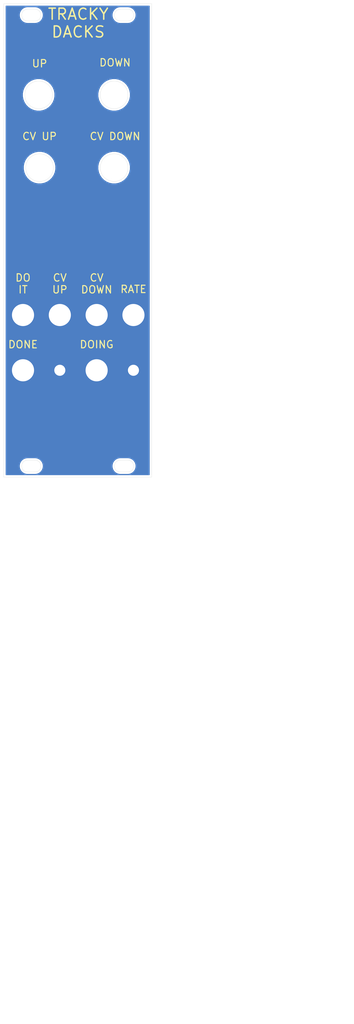
<source format=kicad_pcb>
(kicad_pcb (version 20171130) (host pcbnew "(5.1.5-0)")

  (general
    (thickness 1.6)
    (drawings 310)
    (tracks 0)
    (zones 0)
    (modules 9)
    (nets 2)
  )

  (page A4)
  (layers
    (0 F.Cu signal)
    (31 B.Cu signal)
    (32 B.Adhes user)
    (33 F.Adhes user)
    (34 B.Paste user)
    (35 F.Paste user)
    (36 B.SilkS user)
    (37 F.SilkS user)
    (38 B.Mask user)
    (39 F.Mask user)
    (40 Dwgs.User user)
    (41 Cmts.User user)
    (42 Eco1.User user)
    (43 Eco2.User user)
    (44 Edge.Cuts user)
    (45 Margin user)
    (46 B.CrtYd user)
    (47 F.CrtYd user)
    (48 B.Fab user)
    (49 F.Fab user)
  )

  (setup
    (last_trace_width 0.25)
    (trace_clearance 0.2)
    (zone_clearance 0.508)
    (zone_45_only no)
    (trace_min 0.2)
    (via_size 0.8)
    (via_drill 0.4)
    (via_min_size 0.4)
    (via_min_drill 0.3)
    (uvia_size 0.3)
    (uvia_drill 0.1)
    (uvias_allowed no)
    (uvia_min_size 0.2)
    (uvia_min_drill 0.1)
    (edge_width 0.05)
    (segment_width 0.2)
    (pcb_text_width 0.3)
    (pcb_text_size 1.5 1.5)
    (mod_edge_width 0.12)
    (mod_text_size 1 1)
    (mod_text_width 0.15)
    (pad_size 1.524 1.524)
    (pad_drill 0.762)
    (pad_to_mask_clearance 0.051)
    (solder_mask_min_width 0.25)
    (aux_axis_origin 0 0)
    (visible_elements FFFFFF7F)
    (pcbplotparams
      (layerselection 0x010fc_ffffffff)
      (usegerberextensions false)
      (usegerberattributes false)
      (usegerberadvancedattributes false)
      (creategerberjobfile false)
      (excludeedgelayer true)
      (linewidth 0.100000)
      (plotframeref false)
      (viasonmask false)
      (mode 1)
      (useauxorigin false)
      (hpglpennumber 1)
      (hpglpenspeed 20)
      (hpglpendiameter 15.000000)
      (psnegative false)
      (psa4output false)
      (plotreference true)
      (plotvalue true)
      (plotinvisibletext false)
      (padsonsilk false)
      (subtractmaskfromsilk false)
      (outputformat 1)
      (mirror false)
      (drillshape 0)
      (scaleselection 1)
      (outputdirectory ""))
  )

  (net 0 "")
  (net 1 GND)

  (net_class Default "This is the default net class."
    (clearance 0.2)
    (trace_width 0.25)
    (via_dia 0.8)
    (via_drill 0.4)
    (uvia_dia 0.3)
    (uvia_drill 0.1)
    (add_net GND)
  )

  (module "custom footprints:potleaf_small_copper" (layer F.Cu) (tedit 5FFE8352) (tstamp 5FFF3624)
    (at 120 23.7)
    (fp_text reference REF** (at -0.2032 2.6797) (layer F.SilkS) hide
      (effects (font (size 1 1) (thickness 0.15)))
    )
    (fp_text value potleaf_small_copper (at -0.0127 -7.5819) (layer F.Fab)
      (effects (font (size 1 1) (thickness 0.15)))
    )
    (fp_poly (pts (xy -3.4036 -3.9751) (xy -3.0861 -3.7338) (xy -2.52095 -3.4163) (xy -1.92405 -2.9845)
      (xy -1.5494 -2.6035) (xy -1.14935 -2.03835) (xy -0.55245 -0.85725) (xy -0.254 -0.2921)
      (xy -0.2413 -0.2794) (xy -0.5715 -0.254) (xy -0.6731 -0.3048) (xy -1.0287 -0.55245)
      (xy -1.4351 -0.92075) (xy -1.7653 -1.27) (xy -2.1209 -1.7018) (xy -2.4003 -2.1209)
      (xy -2.5908 -2.3749) (xy -2.8448 -2.8321) (xy -3.0988 -3.2004) (xy -3.3401 -3.6195)
      (xy -3.6195 -4.1783)) (layer F.Cu) (width 0.1))
    (fp_poly (pts (xy -1.997075 -0.796925) (xy -1.660525 -0.701675) (xy -1.397 -0.6096) (xy -0.6985 -0.2032)
      (xy -0.66802 -0.17526) (xy -0.6604 -0.1905) (xy -0.6604 -0.1778) (xy -0.66802 -0.17526)
      (xy -0.7493 -0.0127) (xy -0.3556 0.127) (xy -0.56515 0.1524) (xy -0.95885 0.1778)
      (xy -1.4351 0.1778) (xy -1.8796 0.1143) (xy -2.3622 0) (xy -2.7559 -0.1143)
      (xy -3.1623 -0.3429) (xy -3.4798 -0.5715) (xy -3.8862 -0.6985) (xy -3.2385 -0.7493)
      (xy -2.7051 -0.7874) (xy -2.24155 -0.79375)) (layer F.Cu) (width 0.1))
    (fp_poly (pts (xy -0.13335 0.2667) (xy -0.50165 0.6985) (xy -0.9398 0.97155) (xy -1.3208 1.11125)
      (xy -2.0701 1.27635) (xy -1.5875 0.7493) (xy -1.1938 0.4826) (xy -0.8255 0.2794)
      (xy -0.3556 0.2032) (xy -0.3302 0.2032)) (layer F.Cu) (width 0.1))
    (fp_poly (pts (xy 0 -0.2159) (xy -0.211138 -0.022225) (xy 0.007937 0.073025) (xy 0.758825 0.61595)
      (xy 0.57785 0.7112) (xy 0 0.254) (xy 0.0127 1.3462) (xy -0.1016 1.2065)
      (xy -0.10795 0.3175) (xy -0.0635 0.3175) (xy -0.4445 0.1016) (xy -0.73025 -0.0508)
      (xy -0.56515 -0.3302)) (layer F.Cu) (width 0.1))
    (fp_poly (pts (xy 0.64135 0.2413) (xy 1.1938 0.5207) (xy 1.520825 0.847725) (xy 1.655763 1.077913)
      (xy 1.887538 1.347788) (xy 1.58115 1.26365) (xy 1.32715 1.18745) (xy 1.14935 1.12395)
      (xy 0.7747 0.9906) (xy 0.415925 0.796925) (xy 0.155575 0.511175) (xy 0.03175 0.34925)
      (xy 0.09525 0.38735) (xy 0.06985 0.32385) (xy 0.13335 0.1524)) (layer F.Cu) (width 0.1))
    (fp_poly (pts (xy 3.0734 -0.762) (xy 3.5052 -0.7366) (xy 4.083207 -0.726057) (xy 3.4036 -0.5715)
      (xy 2.9718 -0.381) (xy 2.6289 -0.1651) (xy 2.2098 0) (xy 1.6764 0.0889)
      (xy 1.2319 0.1143) (xy 0.65405 0.09525) (xy 0.0762 0.0762) (xy 0.0127 0)
      (xy 0.2286 -0.0635) (xy 0.235585 -0.1143) (xy 0.551815 -0.2413) (xy 1.08585 -0.4699)
      (xy 1.6383 -0.6731) (xy 2.032 -0.7874) (xy 2.4765 -0.7874)) (layer F.Cu) (width 0.1))
    (fp_poly (pts (xy 3.0607 -3.4163) (xy 2.8194 -2.921) (xy 2.6162 -2.4638) (xy 2.35585 -1.9431)
      (xy 2.0828 -1.5875) (xy 1.77165 -1.17475) (xy 1.30175 -0.78105) (xy 0.8001 -0.4445)
      (xy -0.3048 0.1524) (xy -0.2794 -0.1778) (xy 0.0254 -0.2286) (xy 0.27305 -0.66675)
      (xy 0.48895 -1.1303) (xy 0.65405 -1.4605) (xy 0.8382 -1.7526) (xy 1.0033 -2.0701)
      (xy 1.2827 -2.4257) (xy 1.5621 -2.7432) (xy 1.8923 -3.0353) (xy 2.2352 -3.2639)
      (xy 2.6162 -3.5179) (xy 3.0099 -3.7846) (xy 3.5433 -4.1783)) (layer F.Cu) (width 0.1))
    (fp_poly (pts (xy 0.2159 -5.5499) (xy 0.3175 -5.0673) (xy 0.4318 -4.6101) (xy 0.51435 -4.2799)
      (xy 0.57785 -3.8989) (xy 0.6223 -3.3782) (xy 0.6223 -2.8448) (xy 0.5715 -2.2606)
      (xy 0.508 -1.7399) (xy 0.365125 -1.2446) (xy 0.066675 -0.2286) (xy -0.14605 -0.2794)
      (xy -0.381 -1.1938) (xy -0.554038 -2.0574) (xy -0.538163 -2.8448) (xy -0.485775 -3.5052)
      (xy -0.32385 -4.2799) (xy -0.0889 -5.0927) (xy 0.0381 -5.8674) (xy 0.1016 -6.3881)) (layer F.Cu) (width 0.1))
    (fp_poly (pts (xy 0.6604 0.24765) (xy 1.21285 0.52705) (xy 1.539875 0.854075) (xy 1.674813 1.084263)
      (xy 1.906588 1.354138) (xy 1.6002 1.27) (xy 1.3462 1.1938) (xy 1.1684 1.1303)
      (xy 0.79375 0.99695) (xy 0.434975 0.803275) (xy 0.174625 0.517525) (xy 0.0508 0.3556)
      (xy 0.1143 0.3937) (xy 0.0889 0.3302) (xy 0.1524 0.15875)) (layer F.Mask) (width 0.1))
    (fp_poly (pts (xy -0.13335 0.2667) (xy -0.50165 0.6985) (xy -0.9398 0.97155) (xy -1.3208 1.11125)
      (xy -2.0701 1.27635) (xy -1.5875 0.7493) (xy -1.1938 0.4826) (xy -0.8255 0.2794)
      (xy -0.3556 0.2032) (xy -0.3302 0.2032)) (layer F.Mask) (width 0.1))
    (fp_poly (pts (xy 3.0734 -0.762) (xy 3.5052 -0.7366) (xy 4.083207 -0.726057) (xy 3.4036 -0.5715)
      (xy 2.9718 -0.381) (xy 2.6289 -0.1651) (xy 2.2098 0) (xy 1.6764 0.0889)
      (xy 1.2319 0.1143) (xy 0.65405 0.09525) (xy 0.0762 0.0762) (xy 0.0127 0)
      (xy 0.2286 -0.0635) (xy 0.235585 -0.1143) (xy 0.551815 -0.2413) (xy 1.08585 -0.4699)
      (xy 1.6383 -0.6731) (xy 2.032 -0.7874) (xy 2.4765 -0.7874)) (layer F.Mask) (width 0.1))
    (fp_poly (pts (xy 3.0607 -3.4163) (xy 2.8194 -2.921) (xy 2.6162 -2.4638) (xy 2.35585 -1.9431)
      (xy 2.0828 -1.5875) (xy 1.77165 -1.17475) (xy 1.30175 -0.78105) (xy 0.8001 -0.4445)
      (xy -0.3048 0.1524) (xy -0.2794 -0.1778) (xy 0.0254 -0.2286) (xy 0.27305 -0.66675)
      (xy 0.48895 -1.1303) (xy 0.65405 -1.4605) (xy 0.8382 -1.7526) (xy 1.0033 -2.0701)
      (xy 1.2827 -2.4257) (xy 1.5621 -2.7432) (xy 1.8923 -3.0353) (xy 2.2352 -3.2639)
      (xy 2.6162 -3.5179) (xy 3.0099 -3.7846) (xy 3.5433 -4.1783)) (layer F.Mask) (width 0.1))
    (fp_poly (pts (xy 0.2159 -5.5499) (xy 0.3175 -5.0673) (xy 0.4318 -4.6101) (xy 0.51435 -4.2799)
      (xy 0.57785 -3.8989) (xy 0.6223 -3.3782) (xy 0.6223 -2.8448) (xy 0.5715 -2.2606)
      (xy 0.508 -1.7399) (xy 0.365125 -1.2446) (xy 0.066675 -0.2286) (xy -0.14605 -0.2794)
      (xy -0.381 -1.1938) (xy -0.554038 -2.0574) (xy -0.538163 -2.8448) (xy -0.485775 -3.5052)
      (xy -0.32385 -4.2799) (xy -0.0889 -5.0927) (xy 0.0381 -5.8674) (xy 0.1016 -6.3881)) (layer F.Mask) (width 0.1))
    (fp_poly (pts (xy -3.4036 -3.9751) (xy -3.0861 -3.7338) (xy -2.52095 -3.4163) (xy -1.92405 -2.9845)
      (xy -1.5494 -2.6035) (xy -1.14935 -2.03835) (xy -0.55245 -0.85725) (xy -0.254 -0.2921)
      (xy -0.2413 -0.2794) (xy -0.5715 -0.254) (xy -0.6731 -0.3048) (xy -1.0287 -0.55245)
      (xy -1.4351 -0.92075) (xy -1.7653 -1.27) (xy -2.1209 -1.7018) (xy -2.4003 -2.1209)
      (xy -2.5908 -2.3749) (xy -2.8448 -2.8321) (xy -3.0988 -3.2004) (xy -3.3401 -3.6195)
      (xy -3.6195 -4.1783)) (layer F.Mask) (width 0.1))
    (fp_poly (pts (xy -1.997075 -0.796925) (xy -1.660525 -0.701675) (xy -1.397 -0.6096) (xy -0.6985 -0.2032)
      (xy -0.66802 -0.17526) (xy -0.6604 -0.1905) (xy -0.6604 -0.1778) (xy -0.66802 -0.17526)
      (xy -0.7493 -0.0127) (xy -0.3556 0.127) (xy -0.56515 0.1524) (xy -0.95885 0.1778)
      (xy -1.4351 0.1778) (xy -1.8796 0.1143) (xy -2.3622 0) (xy -2.7559 -0.1143)
      (xy -3.1623 -0.3429) (xy -3.4798 -0.5715) (xy -3.8862 -0.6985) (xy -3.2385 -0.7493)
      (xy -2.7051 -0.7874) (xy -2.24155 -0.79375)) (layer F.Mask) (width 0.1))
    (fp_poly (pts (xy 0 -0.2159) (xy -0.211138 -0.022225) (xy 0.007937 0.073025) (xy 0.758825 0.61595)
      (xy 0.57785 0.7112) (xy 0 0.254) (xy 0.0127 1.3462) (xy -0.1016 1.2065)
      (xy -0.10795 0.3175) (xy -0.0635 0.3175) (xy -0.4445 0.1016) (xy -0.73025 -0.0508)
      (xy -0.56515 -0.3302)) (layer F.Mask) (width 0.1))
    (fp_line (start -0.520414 -1.903032) (end -0.513586 -1.836596) (layer F.Mask) (width 0.000002))
    (fp_arc (start -3.930539 -0.713682) (end -3.937255 -0.719526) (angle -33.85090818) (layer F.Mask) (width 0.000002))
    (fp_arc (start -3.930294 -0.713469) (end -3.93283 -0.722341) (angle -33.02354606) (layer F.Mask) (width 0.000002))
    (fp_arc (start -3.911527 -0.647807) (end -3.923728 -0.724359) (angle -6.894497836) (layer F.Mask) (width 0.000002))
    (fp_line (start -3.880824 -0.730072) (end -3.923728 -0.724359) (layer F.Mask) (width 0.000002))
    (fp_line (start -3.824618 -0.735421) (end -3.880824 -0.730072) (layer F.Mask) (width 0.000002))
    (fp_line (start -3.750477 -0.740941) (end -3.824618 -0.735421) (layer F.Mask) (width 0.000002))
    (fp_line (start -3.64919 -0.747227) (end -3.750477 -0.740941) (layer F.Mask) (width 0.000002))
    (fp_line (start -3.53575 -0.754465) (end -3.64919 -0.747227) (layer F.Mask) (width 0.000002))
    (fp_line (start -3.444841 -0.761671) (end -3.53575 -0.754465) (layer F.Mask) (width 0.000002))
    (fp_line (start -3.364054 -0.769858) (end -3.444841 -0.761671) (layer F.Mask) (width 0.000002))
    (fp_line (start -3.282478 -0.780033) (end -3.364054 -0.769858) (layer F.Mask) (width 0.000002))
    (fp_line (start -3.204412 -0.789237) (end -3.282478 -0.780033) (layer F.Mask) (width 0.000002))
    (fp_line (start -3.105452 -0.79819) (end -3.204412 -0.789237) (layer F.Mask) (width 0.000002))
    (fp_line (start -2.997269 -0.806051) (end -3.105452 -0.79819) (layer F.Mask) (width 0.000002))
    (fp_line (start -2.889978 -0.811961) (end -2.997269 -0.806051) (layer F.Mask) (width 0.000002))
    (fp_line (start -2.841107 -0.814217) (end -2.889978 -0.811961) (layer F.Mask) (width 0.000002))
    (fp_line (start -2.771916 -0.817408) (end -2.841107 -0.814217) (layer F.Mask) (width 0.000002))
    (fp_line (start -2.696254 -0.820896) (end -2.771916 -0.817408) (layer F.Mask) (width 0.000002))
    (fp_line (start -2.624978 -0.824179) (end -2.696254 -0.820896) (layer F.Mask) (width 0.000002))
    (fp_line (start -2.457108 -0.831157) (end -2.624978 -0.824179) (layer F.Mask) (width 0.000002))
    (fp_line (start -2.282247 -0.836948) (end -2.457108 -0.831157) (layer F.Mask) (width 0.000002))
    (fp_line (start -2.108676 -0.841931) (end -2.282247 -0.836948) (layer F.Mask) (width 0.000002))
    (fp_arc (start -2.108214 -0.825567) (end -2.099607 -0.839493) (angle -33.33682641) (layer F.Mask) (width 0.000002))
    (fp_arc (start -2.094902 -0.847105) (end -2.099607 -0.839493) (angle -23.95733018) (layer F.Mask) (width 0.000002))
    (fp_line (start -2.080612 -0.836225) (end -2.096111 -0.838238) (layer F.Mask) (width 0.000002))
    (fp_line (start -2.062229 -0.834181) (end -2.080612 -0.836225) (layer F.Mask) (width 0.000002))
    (fp_line (start -2.041285 -0.832287) (end -2.062229 -0.834181) (layer F.Mask) (width 0.000002))
    (fp_line (start -0.529946 -2.012519) (end -0.527351 -1.982876) (layer F.Mask) (width 0.000002))
    (fp_line (start 0.612378 0.147086) (end 0.657522 0.150622) (layer F.Mask) (width 0.000002))
    (fp_line (start 0.563537 0.143388) (end 0.612378 0.147086) (layer F.Mask) (width 0.000002))
    (fp_line (start 0.518194 0.140058) (end 0.563537 0.143388) (layer F.Mask) (width 0.000002))
    (fp_line (start 0.485022 0.137755) (end 0.518194 0.140058) (layer F.Mask) (width 0.000002))
    (fp_line (start 0.453615 0.135486) (end 0.485022 0.137755) (layer F.Mask) (width 0.000002))
    (fp_line (start 0.414584 0.132326) (end 0.453615 0.135486) (layer F.Mask) (width 0.000002))
    (fp_line (start 0.374606 0.128849) (end 0.414584 0.132326) (layer F.Mask) (width 0.000002))
    (fp_line (start 0.340022 0.125579) (end 0.374606 0.128849) (layer F.Mask) (width 0.000002))
    (fp_line (start 0.278512 0.120402) (end 0.340022 0.125579) (layer F.Mask) (width 0.000002))
    (fp_line (start 0.226901 0.118134) (end 0.278512 0.120402) (layer F.Mask) (width 0.000002))
    (fp_line (start -1.168636 -2.119335) (end -1.297416 -2.326949) (layer F.Mask) (width 0.000002))
    (fp_line (start -1.039877 -1.889723) (end -1.168636 -2.119335) (layer F.Mask) (width 0.000002))
    (fp_line (start 0.263811 0.144985) (end 0.225611 0.137712) (layer F.Mask) (width 0.000002))
    (fp_line (start 0.30182 0.151668) (end 0.263811 0.144985) (layer F.Mask) (width 0.000002))
    (fp_line (start 0.327522 0.155429) (end 0.30182 0.151668) (layer F.Mask) (width 0.000002))
    (fp_arc (start 0.23095 0.933381) (end 0.41585 0.171576) (angle -6.566361639) (layer F.Mask) (width 0.000002))
    (fp_line (start 0.542223 0.20486) (end 0.41585 0.171576) (layer F.Mask) (width 0.000002))
    (fp_line (start 0.68155 0.247366) (end 0.542223 0.20486) (layer F.Mask) (width 0.000002))
    (fp_line (start 0.815022 0.294009) (end 0.68155 0.247366) (layer F.Mask) (width 0.000002))
    (fp_line (start 0.858649 0.311046) (end 0.815022 0.294009) (layer F.Mask) (width 0.000002))
    (fp_line (start 0.904637 0.330487) (end 0.858649 0.311046) (layer F.Mask) (width 0.000002))
    (fp_line (start 0.952079 0.35193) (end 0.904637 0.330487) (layer F.Mask) (width 0.000002))
    (fp_line (start 1.000085 0.374987) (end 0.952079 0.35193) (layer F.Mask) (width 0.000002))
    (fp_arc (start 0.36098 1.668146) (end 1.152408 0.462179) (angle -6.975783365) (layer F.Mask) (width 0.000002))
    (fp_line (start -0.399919 -1.15274) (end -0.397902 -1.142472) (layer F.Mask) (width 0.000002))
    (fp_arc (start 2.617018 -2.484701) (end 2.619743 -2.483438) (angle -24.86823066) (layer F.Mask) (width 0.000002))
    (fp_line (start 2.611209 -2.465048) (end 2.619743 -2.483438) (layer F.Mask) (width 0.000002))
    (fp_line (start 2.601523 -2.444368) (end 2.611209 -2.465048) (layer F.Mask) (width 0.000002))
    (fp_line (start 2.590022 -2.42013) (end 2.601523 -2.444368) (layer F.Mask) (width 0.000002))
    (fp_line (start 2.578521 -2.395854) (end 2.590022 -2.42013) (layer F.Mask) (width 0.000002))
    (fp_line (start 2.568834 -2.375049) (end 2.578521 -2.395854) (layer F.Mask) (width 0.000002))
    (fp_line (start 2.560385 -2.356671) (end 2.568834 -2.375049) (layer F.Mask) (width 0.000002))
    (fp_arc (start 2.564016 -2.355005) (end 2.560385 -2.356671) (angle -24.6439765) (layer F.Mask) (width 0.000002))
    (fp_arc (start 2.552181 -2.355005) (end 2.559292 -2.351703) (angle -24.90854605) (layer F.Mask) (width 0.000002))
    (fp_line (start 2.520677 -2.268579) (end 2.559292 -2.351703) (layer F.Mask) (width 0.000002))
    (fp_line (start 2.477758 -2.176661) (end 2.520677 -2.268579) (layer F.Mask) (width 0.000002))
    (fp_line (start 2.427442 -2.069723) (end 2.477758 -2.176661) (layer F.Mask) (width 0.000002))
    (fp_line (start 2.404537 -2.021826) (end 2.427442 -2.069723) (layer F.Mask) (width 0.000002))
    (fp_line (start 2.376801 -1.96502) (end 2.404537 -2.021826) (layer F.Mask) (width 0.000002))
    (fp_line (start 2.34773 -1.906002) (end 2.376801 -1.96502) (layer F.Mask) (width 0.000002))
    (fp_arc (start 2.33493 -1.912314) (end 2.345022 -1.902223) (angle -18.75265696) (layer F.Mask) (width 0.000002))
    (fp_arc (start 2.351739 -1.895505) (end 2.345022 -1.902223) (angle -14.08958954) (layer F.Mask) (width 0.000002))
    (fp_line (start 2.340177 -1.894582) (end 2.343588 -1.900385) (layer F.Mask) (width 0.000002))
    (fp_line (start 2.336238 -1.887565) (end 2.340177 -1.894582) (layer F.Mask) (width 0.000002))
    (fp_line (start 2.332041 -1.879723) (end 2.336238 -1.887565) (layer F.Mask) (width 0.000002))
    (fp_line (start 2.323008 -1.862884) (end 2.332041 -1.879723) (layer F.Mask) (width 0.000002))
    (fp_line (start 2.312309 -1.843691) (end 2.323008 -1.862884) (layer F.Mask) (width 0.000002))
    (fp_line (start 2.301117 -1.824201) (end 2.312309 -1.843691) (layer F.Mask) (width 0.000002))
    (fp_line (start 2.290563 -1.806424) (end 2.301117 -1.824201) (layer F.Mask) (width 0.000002))
    (fp_line (start 2.286359 -1.799399) (end 2.290563 -1.806424) (layer F.Mask) (width 0.000002))
    (fp_line (start 2.279895 -1.788454) (end 2.286359 -1.799399) (layer F.Mask) (width 0.000002))
    (fp_line (start 2.27263 -1.776079) (end 2.279895 -1.788454) (layer F.Mask) (width 0.000002))
    (fp_line (start 2.265538 -1.763924) (end 2.27263 -1.776079) (layer F.Mask) (width 0.000002))
    (fp_arc (start 0.671422 -2.691036) (end 2.176513 -1.625463) (angle -5.11612147) (layer F.Mask) (width 0.000002))
    (fp_line (start 2.060765 -1.471284) (end 2.176513 -1.625463) (layer F.Mask) (width 0.000002))
    (fp_line (start 1.929379 -1.314885) (end 2.060765 -1.471284) (layer F.Mask) (width 0.000002))
    (fp_line (start 1.792561 -1.169233) (end 1.929379 -1.314885) (layer F.Mask) (width 0.000002))
    (fp_arc (start -1.200185 -4.146252) (end 1.512462 -0.911949) (angle -5.163996652) (layer F.Mask) (width 0.000002))
    (fp_line (start 1.202444 -0.673055) (end 1.512462 -0.911949) (layer F.Mask) (width 0.000002))
    (fp_line (start 0.84653 -0.441132) (end 1.202444 -0.673055) (layer F.Mask) (width 0.000002))
    (fp_line (start 0.427522 -0.204616) (end 0.84653 -0.441132) (layer F.Mask) (width 0.000002))
    (fp_line (start 0.40721 -0.193794) (end 0.427522 -0.204616) (layer F.Mask) (width 0.000002))
    (fp_line (start 0.383256 -0.180951) (end 0.40721 -0.193794) (layer F.Mask) (width 0.000002))
    (fp_line (start 0.359541 -0.168175) (end 0.383256 -0.180951) (layer F.Mask) (width 0.000002))
    (fp_line (start 0.340022 -0.157589) (end 0.359541 -0.168175) (layer F.Mask) (width 0.000002))
    (fp_line (start 0.322766 -0.148231) (end 0.340022 -0.157589) (layer F.Mask) (width 0.000002))
    (fp_line (start 0.306062 -0.139251) (end 0.322766 -0.148231) (layer F.Mask) (width 0.000002))
    (fp_line (start 0.291782 -0.131641) (end 0.306062 -0.139251) (layer F.Mask) (width 0.000002))
    (fp_line (start 0.284097 -0.127663) (end 0.291782 -0.131641) (layer F.Mask) (width 0.000002))
    (fp_arc (start 0.341016 -0.014986) (end 0.284097 -0.127663) (angle -8.622610983) (layer F.Mask) (width 0.000002))
    (fp_arc (start 0.376544 0.034965) (end 0.267847 -0.117855) (angle -6.409496987) (layer F.Mask) (width 0.000002))
    (fp_arc (start 0.38397 0.04326) (end 0.251467 -0.104766) (angle -5.405656274) (layer F.Mask) (width 0.000002))
    (fp_arc (start 0.246645 -0.083733) (end 0.238111 -0.091625) (angle -42.76172539) (layer F.Mask) (width 0.000002))
    (fp_arc (start 0.24272 -0.083733) (end 0.235022 -0.083733) (angle -27.15666233) (layer F.Mask) (width 0.000002))
    (fp_arc (start 0.239402 -0.082031) (end 0.23587 -0.08022) (angle -44.53588418) (layer F.Mask) (width 0.000002))
    (fp_arc (start 0.241353 -0.087929) (end 0.238155 -0.078263) (angle -24.19419325) (layer F.Mask) (width 0.000002))
    (fp_arc (start 0.234457 -0.154816) (end 0.242398 -0.077801) (angle -5.423293526) (layer F.Mask) (width 0.000002))
    (fp_arc (start 0.231204 -0.171082) (end 0.249641 -0.078896) (angle -11.83022724) (layer F.Mask) (width 0.000002))
    (fp_line (start 0.328992 -0.110977) (end 0.268149 -0.084634) (layer F.Mask) (width 0.000002))
    (fp_line (start 0.396972 -0.141472) (end 0.328992 -0.110977) (layer F.Mask) (width 0.000002))
    (fp_line (start 0.465022 -0.173357) (end 0.396972 -0.141472) (layer F.Mask) (width 0.000002))
    (fp_line (start 0.488044 -0.184344) (end 0.465022 -0.173357) (layer F.Mask) (width 0.000002))
    (fp_line (start 0.51385 -0.1966) (end 0.488044 -0.184344) (layer F.Mask) (width 0.000002))
    (fp_line (start 0.538478 -0.20825) (end 0.51385 -0.1966) (layer F.Mask) (width 0.000002))
    (fp_line (start 0.557522 -0.217202) (end 0.538478 -0.20825) (layer F.Mask) (width 0.000002))
    (fp_line (start 0.577497 -0.226607) (end 0.557522 -0.217202) (layer F.Mask) (width 0.000002))
    (fp_line (start 0.6056 -0.239946) (end 0.577497 -0.226607) (layer F.Mask) (width 0.000002))
    (fp_line (start 0.636247 -0.254556) (end 0.6056 -0.239946) (layer F.Mask) (width 0.000002))
    (fp_line (start 0.665022 -0.268339) (end 0.636247 -0.254556) (layer F.Mask) (width 0.000002))
    (fp_line (start 0.719936 -0.294639) (end 0.665022 -0.268339) (layer F.Mask) (width 0.000002))
    (fp_line (start 0.761702 -0.314465) (end 0.719936 -0.294639) (layer F.Mask) (width 0.000002))
    (fp_line (start 0.796707 -0.330852) (end 0.761702 -0.314465) (layer F.Mask) (width 0.000002))
    (fp_line (start 0.830022 -0.346184) (end 0.796707 -0.330852) (layer F.Mask) (width 0.000002))
    (fp_line (start 0.865354 -0.362426) (end 0.830022 -0.346184) (layer F.Mask) (width 0.000002))
    (fp_line (start 0.931774 -0.393251) (end 0.865354 -0.362426) (layer F.Mask) (width 0.000002))
    (fp_line (start 0.999694 -0.424868) (end 0.931774 -0.393251) (layer F.Mask) (width 0.000002))
    (fp_line (start 1.047522 -0.447267) (end 0.999694 -0.424868) (layer F.Mask) (width 0.000002))
    (fp_line (start 1.194502 -0.515343) (end 1.047522 -0.447267) (layer F.Mask) (width 0.000002))
    (fp_line (start 1.345333 -0.583097) (end 1.194502 -0.515343) (layer F.Mask) (width 0.000002))
    (fp_line (start 1.483653 -0.643342) (end 1.345333 -0.583097) (layer F.Mask) (width 0.000002))
    (fp_line (start 1.590022 -0.68732) (end 1.483653 -0.643342) (layer F.Mask) (width 0.000002))
    (fp_line (start 1.643337 -0.708389) (end 1.590022 -0.68732) (layer F.Mask) (width 0.000002))
    (fp_line (start 1.678135 -0.721641) (end 1.643337 -0.708389) (layer F.Mask) (width 0.000002))
    (fp_line (start 1.707932 -0.732231) (end 1.678135 -0.721641) (layer F.Mask) (width 0.000002))
    (fp_line (start 1.742522 -0.743711) (end 1.707932 -0.732231) (layer F.Mask) (width 0.000002))
    (fp_line (start 1.80162 -0.761533) (end 1.742522 -0.743711) (layer F.Mask) (width 0.000002))
    (fp_line (start 1.863071 -0.777616) (end 1.80162 -0.761533) (layer F.Mask) (width 0.000002))
    (fp_line (start 1.924574 -0.791403) (end 1.863071 -0.777616) (layer F.Mask) (width 0.000002))
    (fp_line (start 1.983822 -0.802331) (end 1.924574 -0.791403) (layer F.Mask) (width 0.000002))
    (fp_line (start 2.025789 -0.808218) (end 1.983822 -0.802331) (layer F.Mask) (width 0.000002))
    (fp_line (start 2.061324 -0.811025) (end 2.025789 -0.808218) (layer F.Mask) (width 0.000002))
    (fp_line (start 2.105896 -0.811739) (end 2.061324 -0.811025) (layer F.Mask) (width 0.000002))
    (fp_line (start 2.186322 -0.81063) (end 2.105896 -0.811739) (layer F.Mask) (width 0.000002))
    (fp_line (start 2.243234 -0.809265) (end 2.186322 -0.81063) (layer F.Mask) (width 0.000002))
    (fp_line (start 2.301607 -0.807263) (end 2.243234 -0.809265) (layer F.Mask) (width 0.000002))
    (fp_line (start 2.353546 -0.804968) (end 2.301607 -0.807263) (layer F.Mask) (width 0.000002))
    (fp_line (start 2.387522 -0.802733) (end 2.353546 -0.804968) (layer F.Mask) (width 0.000002))
    (fp_line (start 2.418287 -0.800298) (end 2.387522 -0.802733) (layer F.Mask) (width 0.000002))
    (fp_line (start 2.457662 -0.797373) (end 2.418287 -0.800298) (layer F.Mask) (width 0.000002))
    (fp_line (start 2.498691 -0.794455) (end 2.457662 -0.797373) (layer F.Mask) (width 0.000002))
    (fp_line (start 2.535022 -0.79201) (end 2.498691 -0.794455) (layer F.Mask) (width 0.000002))
    (fp_line (start 2.572057 -0.789582) (end 2.535022 -0.79201) (layer F.Mask) (width 0.000002))
    (fp_line (start 2.615318 -0.786707) (end 2.572057 -0.789582) (layer F.Mask) (width 0.000002))
    (fp_line (start 2.657867 -0.78385) (end 2.615318 -0.786707) (layer F.Mask) (width 0.000002))
    (fp_line (start 2.692522 -0.78149) (end 2.657867 -0.78385) (layer F.Mask) (width 0.000002))
    (fp_line (start 2.745145 -0.77932) (end 2.692522 -0.78149) (layer F.Mask) (width 0.000002))
    (fp_line (start 2.937897 -0.77687) (end 2.745145 -0.77932) (layer F.Mask) (width 0.000002))
    (fp_line (start 3.166132 -0.774654) (end 2.937897 -0.77687) (layer F.Mask) (width 0.000002))
    (fp_line (start 3.422522 -0.773003) (end 3.166132 -0.774654) (layer F.Mask) (width 0.000002))
    (fp_line (start 3.760194 -0.771026) (end 3.422522 -0.773003) (layer F.Mask) (width 0.000002))
    (fp_line (start 3.946598 -0.769047) (end 3.760194 -0.771026) (layer F.Mask) (width 0.000002))
    (fp_line (start 4.075267 -0.766972) (end 3.946598 -0.769047) (layer F.Mask) (width 0.000002))
    (fp_arc (start 4.074767 -0.738654) (end 4.088772 -0.763271) (angle -28.62507096) (layer F.Mask) (width 0.000002))
    (fp_arc (start 4.075727 -0.740343) (end 4.097766 -0.75484) (angle -27.02694093) (layer F.Mask) (width 0.000002))
    (fp_arc (start 4.085485 -0.746761) (end 4.100023 -0.744588) (angle -41.83999439) (layer F.Mask) (width 0.000002))
    (fp_arc (start 4.081803 -0.747312) (end 4.094871 -0.734326) (angle -36.31462598) (layer F.Mask) (width 0.000002))
    (fp_arc (start 4.065208 -0.763801) (end 4.083207 -0.726057) (angle -19.68685136) (layer F.Mask) (width 0.000002))
    (fp_arc (start 4.019585 -0.859474) (end 4.065174 -0.718869) (angle -7.530537781) (layer F.Mask) (width 0.000002))
    (fp_line (start 4.000776 -0.698195) (end 4.065174 -0.718869) (layer F.Mask) (width 0.000002))
    (fp_line (start 3.938093 -0.678608) (end 4.000776 -0.698195) (layer F.Mask) (width 0.000002))
    (fp_line (start 3.902522 -0.668623) (end 3.938093 -0.678608) (layer F.Mask) (width 0.000002))
    (fp_line (start 3.773171 -0.631831) (end 3.902522 -0.668623) (layer F.Mask) (width 0.000002))
    (fp_line (start 3.598786 -0.574797) (end 3.773171 -0.631831) (layer F.Mask) (width 0.000002))
    (fp_line (start 3.419767 -0.511749) (end 3.598786 -0.574797) (layer F.Mask) (width 0.000002))
    (fp_line (start 3.272522 -0.454726) (end 3.419767 -0.511749) (layer F.Mask) (width 0.000002))
    (fp_line (start 3.149199 -0.401922) (end 3.272522 -0.454726) (layer F.Mask) (width 0.000002))
    (fp_line (start 3.003927 -0.335409) (end 3.149199 -0.401922) (layer F.Mask) (width 0.000002))
    (fp_line (start 2.8626 -0.26751) (end 3.003927 -0.335409) (layer F.Mask) (width 0.000002))
    (fp_line (start 2.752522 -0.210801) (end 2.8626 -0.26751) (layer F.Mask) (width 0.000002))
    (fp_line (start 2.618504 -0.139567) (end 2.752522 -0.210801) (layer F.Mask) (width 0.000002))
    (fp_line (start 2.53344 -0.097304) (end 2.618504 -0.139567) (layer F.Mask) (width 0.000002))
    (fp_line (start 2.458987 -0.064869) (end 2.53344 -0.097304) (layer F.Mask) (width 0.000002))
    (fp_line (start 2.367522 -0.029822) (end 2.458987 -0.064869) (layer F.Mask) (width 0.000002))
    (fp_line (start 2.292423 -0.002693) (end 2.367522 -0.029822) (layer F.Mask) (width 0.000002))
    (fp_line (start 2.252851 0.010723) (end 2.292423 -0.002693) (layer F.Mask) (width 0.000002))
    (fp_line (start 2.2134 0.022598) (end 2.252851 0.010723) (layer F.Mask) (width 0.000002))
    (fp_line (start 2.140022 0.043034) (end 2.2134 0.022598) (layer F.Mask) (width 0.000002))
    (fp_line (start 2.020804 0.072545) (end 2.140022 0.043034) (layer F.Mask) (width 0.000002))
    (fp_line (start 1.88362 0.100279) (end 2.020804 0.072545) (layer F.Mask) (width 0.000002))
    (fp_line (start 1.745884 0.123156) (end 1.88362 0.100279) (layer F.Mask) (width 0.000002))
    (fp_line (start 1.625022 0.137838) (end 1.745884 0.123156) (layer F.Mask) (width 0.000002))
    (fp_line (start 1.601013 0.140138) (end 1.625022 0.137838) (layer F.Mask) (width 0.000002))
    (fp_line (start 1.566506 0.143487) (end 1.601013 0.140138) (layer F.Mask) (width 0.000002))
    (fp_line (start 1.528547 0.147195) (end 1.566506 0.143487) (layer F.Mask) (width 0.000002))
    (fp_line (start 1.492522 0.150739) (end 1.528547 0.147195) (layer F.Mask) (width 0.000002))
    (fp_line (start 1.358935 0.158145) (end 1.492522 0.150739) (layer F.Mask) (width 0.000002))
    (fp_line (start 1.08619 0.159806) (end 1.358935 0.158145) (layer F.Mask) (width 0.000002))
    (fp_line (start 0.81307 0.157895) (end 1.08619 0.159806) (layer F.Mask) (width 0.000002))
    (fp_line (start 0.657522 0.150622) (end 0.81307 0.157895) (layer F.Mask) (width 0.000002))
    (fp_line (start 0.1847 0.117876) (end 0.226901 0.118134) (layer F.Mask) (width 0.000002))
    (fp_arc (start 0.18473 0.122585) (end 0.1847 0.117876) (angle -89.6287458) (layer F.Mask) (width 0.000002))
    (fp_arc (start 0.182611 0.122585) (end 0.180022 0.122585) (angle -55.50086928) (layer F.Mask) (width 0.000002))
    (fp_arc (start 0.201348 0.095322) (end 0.181144 0.124719) (angle -8.173786249) (layer F.Mask) (width 0.000002))
    (fp_line (start -0.889364 -1.611845) (end -0.905659 -1.641938) (layer F.Mask) (width 0.000002))
    (fp_line (start -0.878779 -1.592223) (end -0.889364 -1.611845) (layer F.Mask) (width 0.000002))
    (fp_line (start 0.511249 -1.216774) (end 0.464982 -1.119723) (layer F.Mask) (width 0.000002))
    (fp_line (start 0.596807 -1.387672) (end 0.511249 -1.216774) (layer F.Mask) (width 0.000002))
    (fp_line (start 0.683548 -1.558364) (end 0.596807 -1.387672) (layer F.Mask) (width 0.000002))
    (fp_line (start 0.724269 -1.633473) (end 0.683548 -1.558364) (layer F.Mask) (width 0.000002))
    (fp_line (start 0.738678 -1.658634) (end 0.724269 -1.633473) (layer F.Mask) (width 0.000002))
    (fp_line (start 0.749929 -1.678364) (end 0.738678 -1.658634) (layer F.Mask) (width 0.000002))
    (fp_line (start 0.759609 -1.695445) (end 0.749929 -1.678364) (layer F.Mask) (width 0.000002))
    (fp_line (start 0.769048 -1.712223) (end 0.759609 -1.695445) (layer F.Mask) (width 0.000002))
    (fp_line (start 0.775983 -1.724376) (end 0.769048 -1.712223) (layer F.Mask) (width 0.000002))
    (fp_line (start 0.78759 -1.744269) (end 0.775983 -1.724376) (layer F.Mask) (width 0.000002))
    (fp_line (start 0.800976 -1.767015) (end 0.78759 -1.744269) (layer F.Mask) (width 0.000002))
    (fp_line (start 0.814458 -1.789723) (end 0.800976 -1.767015) (layer F.Mask) (width 0.000002))
    (fp_line (start 0.827575 -1.811732) (end 0.814458 -1.789723) (layer F.Mask) (width 0.000002))
    (fp_line (start 0.839864 -1.832376) (end 0.827575 -1.811732) (layer F.Mask) (width 0.000002))
    (fp_line (start 0.850197 -1.849757) (end 0.839864 -1.832376) (layer F.Mask) (width 0.000002))
    (fp_line (start 0.854889 -1.857693) (end 0.850197 -1.849757) (layer F.Mask) (width 0.000002))
    (fp_line (start 0.899259 -1.929767) (end 0.854889 -1.857693) (layer F.Mask) (width 0.000002))
    (fp_line (start 0.962393 -2.026163) (end 0.899259 -1.929767) (layer F.Mask) (width 0.000002))
    (fp_line (start 1.029939 -2.125729) (end 0.962393 -2.026163) (layer F.Mask) (width 0.000002))
    (fp_line (start 1.089543 -2.209723) (end 1.029939 -2.125729) (layer F.Mask) (width 0.000002))
    (fp_line (start 1.146819 -2.286359) (end 1.089543 -2.209723) (layer F.Mask) (width 0.000002))
    (fp_line (start 1.217177 -2.376939) (end 1.146819 -2.286359) (layer F.Mask) (width 0.000002))
    (fp_line (start 1.284639 -2.461458) (end 1.217177 -2.376939) (layer F.Mask) (width 0.000002))
    (fp_line (start 1.327847 -2.512223) (end 1.284639 -2.461458) (layer F.Mask) (width 0.000002))
    (fp_line (start 2.635064 -2.518111) (end 2.644416 -2.538042) (layer F.Mask) (width 0.000002))
    (fp_line (start 2.627187 -2.501055) (end 2.635064 -2.518111) (layer F.Mask) (width 0.000002))
    (fp_line (start 2.620294 -2.485956) (end 2.627187 -2.501055) (layer F.Mask) (width 0.000002))
    (fp_arc (start 2.623048 -2.484701) (end 2.620294 -2.485956) (angle -24.50101803) (layer F.Mask) (width 0.000002))
    (fp_line (start -0.924015 -1.675778) (end -0.941963 -1.708806) (layer F.Mask) (width 0.000002))
    (fp_line (start -0.905659 -1.641938) (end -0.924015 -1.675778) (layer F.Mask) (width 0.000002))
    (fp_arc (start 1.902322 1.386851) (end 1.912962 1.390934) (angle -42.79890209) (layer F.Mask) (width 0.000002))
    (fp_arc (start 1.907674 1.388905) (end 1.910571 1.393771) (angle -38.23970561) (layer F.Mask) (width 0.000002))
    (fp_arc (start 1.899243 1.374743) (end 1.905675 1.395933) (angle -13.88249364) (layer F.Mask) (width 0.000002))
    (fp_arc (start 1.894853 1.360279) (end 1.898837 1.397326) (angle -10.74561992) (layer F.Mask) (width 0.000002))
    (fp_arc (start 1.890414 1.319003) (end 1.890414 1.397777) (angle -6.138576527) (layer F.Mask) (width 0.000002))
    (fp_line (start 0.393609 -0.958622) (end 0.385721 -0.939723) (layer F.Mask) (width 0.000002))
    (fp_line (start 0.420843 -1.020616) (end 0.393609 -0.958622) (layer F.Mask) (width 0.000002))
    (fp_line (start 0.44772 -1.081406) (end 0.420843 -1.020616) (layer F.Mask) (width 0.000002))
    (fp_line (start 0.464982 -1.119723) (end 0.44772 -1.081406) (layer F.Mask) (width 0.000002))
    (fp_arc (start 1.890414 1.287041) (end 1.875921 1.396825) (angle -7.520235656) (layer F.Mask) (width 0.000002))
    (fp_arc (start 1.885892 1.321291) (end 1.863016 1.393965) (angle -9.952661991) (layer F.Mask) (width 0.000002))
    (fp_arc (start 1.916591 1.223768) (end 1.846281 1.387761) (angle -5.733652653) (layer F.Mask) (width 0.000002))
    (fp_line (start 1.815022 1.374046) (end 1.846281 1.387761) (layer F.Mask) (width 0.000002))
    (fp_line (start 1.751838 1.347762) (end 1.815022 1.374046) (layer F.Mask) (width 0.000002))
    (fp_line (start 1.685736 1.324319) (end 1.751838 1.347762) (layer F.Mask) (width 0.000002))
    (fp_line (start 1.61412 1.302862) (end 1.685736 1.324319) (layer F.Mask) (width 0.000002))
    (fp_line (start 1.534294 1.282548) (end 1.61412 1.302862) (layer F.Mask) (width 0.000002))
    (fp_line (start 1.397606 1.249292) (end 1.534294 1.282548) (layer F.Mask) (width 0.000002))
    (fp_line (start -0.869872 -1.575677) (end -0.878779 -1.592223) (layer F.Mask) (width 0.000002))
    (fp_line (start -0.859765 -1.556926) (end -0.869872 -1.575677) (layer F.Mask) (width 0.000002))
    (fp_line (start 0.253305 -0.613757) (end 0.24449 -0.593339) (layer F.Mask) (width 0.000002))
    (fp_line (start 0.263179 -0.637622) (end 0.253305 -0.613757) (layer F.Mask) (width 0.000002))
    (fp_line (start 0.274497 -0.665849) (end 0.263179 -0.637622) (layer F.Mask) (width 0.000002))
    (fp_line (start 0.287768 -0.699723) (end 0.274497 -0.665849) (layer F.Mask) (width 0.000002))
    (fp_line (start 0.293655 -0.714676) (end 0.287768 -0.699723) (layer F.Mask) (width 0.000002))
    (fp_line (start 0.300109 -0.730667) (end 0.293655 -0.714676) (layer F.Mask) (width 0.000002))
    (fp_line (start 0.306173 -0.745373) (end 0.300109 -0.730667) (layer F.Mask) (width 0.000002))
    (fp_arc (start 0.409202 1.594665) (end 1.290509 0.565987) (angle -7.312584183) (layer F.Mask) (width 0.000002))
    (fp_arc (start 0.482062 1.509619) (end 1.408604 0.681641) (angle -7.62737626) (layer F.Mask) (width 0.000002))
    (fp_arc (start 0.71699 1.299683) (end 1.501099 0.804225) (angle -9.496950872) (layer F.Mask) (width 0.000002))
    (fp_line (start 1.593113 0.947827) (end 1.501099 0.804225) (layer F.Mask) (width 0.000002))
    (fp_line (start 1.658325 1.044131) (end 1.593113 0.947827) (layer F.Mask) (width 0.000002))
    (fp_line (start 1.719278 1.126381) (end 1.658325 1.044131) (layer F.Mask) (width 0.000002))
    (fp_line (start 1.79438 1.220045) (end 1.719278 1.126381) (layer F.Mask) (width 0.000002))
    (fp_line (start 1.837947 1.272822) (end 1.79438 1.220045) (layer F.Mask) (width 0.000002))
    (fp_line (start 1.851771 1.289809) (end 1.837947 1.272822) (layer F.Mask) (width 0.000002))
    (fp_line (start 1.862079 1.303035) (end 1.851771 1.289809) (layer F.Mask) (width 0.000002))
    (fp_line (start -0.365502 -4.229723) (end -0.379364 -4.179731) (layer F.Mask) (width 0.000002))
    (fp_line (start 0.310691 -0.755918) (end 0.306173 -0.745373) (layer F.Mask) (width 0.000002))
    (fp_line (start 0.314264 -0.764394) (end 0.310691 -0.755918) (layer F.Mask) (width 0.000002))
    (fp_line (start 0.317281 -0.772333) (end 0.314264 -0.764394) (layer F.Mask) (width 0.000002))
    (fp_line (start 0.319553 -0.779041) (end 0.317281 -0.772333) (layer F.Mask) (width 0.000002))
    (fp_arc (start 0.310216 -0.782034) (end 0.319553 -0.779041) (angle -17.77341578) (layer F.Mask) (width 0.000002))
    (fp_arc (start 0.329621 -0.782034) (end 0.320501 -0.785032) (angle -18.19343257) (layer F.Mask) (width 0.000002))
    (fp_line (start 0.322848 -0.791791) (end 0.320501 -0.785032) (layer F.Mask) (width 0.000002))
    (fp_line (start 0.325958 -0.79979) (end 0.322848 -0.791791) (layer F.Mask) (width 0.000002))
    (fp_line (start 0.329642 -0.808339) (end 0.325958 -0.79979) (layer F.Mask) (width 0.000002))
    (fp_line (start 0.343866 -0.840216) (end 0.329642 -0.808339) (layer F.Mask) (width 0.000002))
    (fp_line (start 0.352969 -0.861368) (end 0.343866 -0.840216) (layer F.Mask) (width 0.000002))
    (fp_line (start 0.359166 -0.876509) (end 0.352969 -0.861368) (layer F.Mask) (width 0.000002))
    (fp_arc (start 0.348258 -0.880875) (end 0.359166 -0.876509) (angle -22.02337783) (layer F.Mask) (width 0.000002))
    (fp_arc (start 0.366745 -0.880943) (end 0.360459 -0.883368) (angle -21.31038334) (layer F.Mask) (width 0.000002))
    (fp_line (start 0.363194 -0.890214) (end 0.360459 -0.883368) (layer F.Mask) (width 0.000002))
    (fp_line (start 0.366707 -0.898327) (end 0.363194 -0.890214) (layer F.Mask) (width 0.000002))
    (fp_line (start 0.370874 -0.907223) (end 0.366707 -0.898327) (layer F.Mask) (width 0.000002))
    (fp_line (start 0.37533 -0.91657) (end 0.370874 -0.907223) (layer F.Mask) (width 0.000002))
    (fp_line (start 0.379723 -0.926051) (end 0.37533 -0.91657) (layer F.Mask) (width 0.000002))
    (fp_line (start 0.383495 -0.934423) (end 0.379723 -0.926051) (layer F.Mask) (width 0.000002))
    (fp_line (start 0.385721 -0.939723) (end 0.383495 -0.934423) (layer F.Mask) (width 0.000002))
    (fp_line (start 1.877281 1.323316) (end 1.862079 1.303035) (layer F.Mask) (width 0.000002))
    (fp_line (start 1.893683 1.346689) (end 1.877281 1.323316) (layer F.Mask) (width 0.000002))
    (fp_arc (start 1.698701 1.475803) (end 1.905528 1.366666) (angle -5.692425321) (layer F.Mask) (width 0.000002))
    (fp_arc (start 1.757385 1.444836) (end 1.912903 1.382618) (angle -6.014217556) (layer F.Mask) (width 0.000002))
    (fp_line (start 1.337272 -2.522808) (end 1.327847 -2.512223) (layer F.Mask) (width 0.000002))
    (fp_line (start 1.357031 -2.545144) (end 1.337272 -2.522808) (layer F.Mask) (width 0.000002))
    (fp_line (start 1.38043 -2.571639) (end 1.357031 -2.545144) (layer F.Mask) (width 0.000002))
    (fp_line (start 1.405193 -2.599723) (end 1.38043 -2.571639) (layer F.Mask) (width 0.000002))
    (fp_line (start 1.513704 -2.716696) (end 1.405193 -2.599723) (layer F.Mask) (width 0.000002))
    (fp_line (start 1.646053 -2.847921) (end 1.513704 -2.716696) (layer F.Mask) (width 0.000002))
    (fp_line (start 1.777297 -2.969915) (end 1.646053 -2.847921) (layer F.Mask) (width 0.000002))
    (fp_line (start 1.88025 -3.05578) (end 1.777297 -2.969915) (layer F.Mask) (width 0.000002))
    (fp_line (start 1.967428 -3.121273) (end 1.88025 -3.05578) (layer F.Mask) (width 0.000002))
    (fp_line (start 2.046415 -3.176722) (end 1.967428 -3.121273) (layer F.Mask) (width 0.000002))
    (fp_line (start 2.148457 -3.243649) (end 2.046415 -3.176722) (layer F.Mask) (width 0.000002))
    (fp_line (start 2.327522 -3.357231) (end 2.148457 -3.243649) (layer F.Mask) (width 0.000002))
    (fp_line (start 2.389629 -3.396656) (end 2.327522 -3.357231) (layer F.Mask) (width 0.000002))
    (fp_line (start 2.456365 -3.439531) (end 2.389629 -3.396656) (layer F.Mask) (width 0.000002))
    (fp_line (start 2.517965 -3.479529) (end 2.456365 -3.439531) (layer F.Mask) (width 0.000002))
    (fp_line (start 2.562522 -3.509009) (end 2.517965 -3.479529) (layer F.Mask) (width 0.000002))
    (fp_line (start 2.697222 -3.600702) (end 2.562522 -3.509009) (layer F.Mask) (width 0.000002))
    (fp_line (start 2.820866 -3.687749) (end 2.697222 -3.600702) (layer F.Mask) (width 0.000002))
    (fp_line (start 2.96869 -3.795226) (end 2.820866 -3.687749) (layer F.Mask) (width 0.000002))
    (fp_line (start 3.190022 -3.959043) (end 2.96869 -3.795226) (layer F.Mask) (width 0.000002))
    (fp_line (start 3.233928 -3.99165) (end 3.190022 -3.959043) (layer F.Mask) (width 0.000002))
    (fp_line (start 3.276959 -4.023554) (end 3.233928 -3.99165) (layer F.Mask) (width 0.000002))
    (fp_line (start 3.314011 -4.05098) (end 3.276959 -4.023554) (layer F.Mask) (width 0.000002))
    (fp_line (start 3.335022 -4.066457) (end 3.314011 -4.05098) (layer F.Mask) (width 0.000002))
    (fp_line (start 3.351209 -4.078354) (end 3.335022 -4.066457) (layer F.Mask) (width 0.000002))
    (fp_line (start 3.36885 -4.091357) (end 3.351209 -4.078354) (layer F.Mask) (width 0.000002))
    (fp_line (start 3.38532 -4.103529) (end 3.36885 -4.091357) (layer F.Mask) (width 0.000002))
    (fp_line (start 3.397522 -4.112586) (end 3.38532 -4.103529) (layer F.Mask) (width 0.000002))
    (fp_line (start 3.437477 -4.14073) (end 3.397522 -4.112586) (layer F.Mask) (width 0.000002))
    (fp_line (start 3.492952 -4.176792) (end 3.437477 -4.14073) (layer F.Mask) (width 0.000002))
    (fp_line (start 3.549438 -4.212241) (end 3.492952 -4.176792) (layer F.Mask) (width 0.000002))
    (fp_arc (start 3.577909 -4.166356) (end 3.564761 -4.218731) (angle -17.72762575) (layer F.Mask) (width 0.000002))
    (fp_arc (start 3.575735 -4.175015) (end 3.577504 -4.220053) (angle -16.34074068) (layer F.Mask) (width 0.000002))
    (fp_arc (start 3.577199 -4.212277) (end 3.58407 -4.215931) (angle -59.75055956) (layer F.Mask) (width 0.000002))
    (fp_arc (start 3.575073 -4.211146) (end 3.584527 -4.207344) (angle -49.90744398) (layer F.Mask) (width 0.000002))
    (fp_arc (start 3.521089 -4.232855) (end 3.577667 -4.194461) (angle -12.2546462) (layer F.Mask) (width 0.000002))
    (fp_line (start 3.565329 -4.177493) (end 3.577667 -4.194461) (layer F.Mask) (width 0.000002))
    (fp_line (start 3.545976 -4.153149) (end 3.565329 -4.177493) (layer F.Mask) (width 0.000002))
    (fp_line (start 3.526429 -4.129482) (end 3.545976 -4.153149) (layer F.Mask) (width 0.000002))
    (fp_arc (start 3.453702 -4.190554) (end 3.516963 -4.119723) (angle -8.209722048) (layer F.Mask) (width 0.000002))
    (fp_arc (start 3.623395 -4.000555) (end 3.516963 -4.119723) (angle -8.850774641) (layer F.Mask) (width 0.000002))
    (fp_line (start 3.445948 -4.035743) (end 3.499895 -4.101928) (layer F.Mask) (width 0.000002))
    (fp_line (start 3.391922 -3.968096) (end 3.445948 -4.035743) (layer F.Mask) (width 0.000002))
    (fp_line (start 3.351038 -3.914723) (end 3.391922 -3.968096) (layer F.Mask) (width 0.000002))
    (fp_line (start 3.274034 -3.806302) (end 3.351038 -3.914723) (layer F.Mask) (width 0.000002))
    (fp_line (start 3.21398 -3.710322) (end 3.274034 -3.806302) (layer F.Mask) (width 0.000002))
    (fp_line (start 3.148409 -3.589548) (end 3.21398 -3.710322) (layer F.Mask) (width 0.000002))
    (fp_line (start 3.045463 -3.384723) (end 3.148409 -3.589548) (layer F.Mask) (width 0.000002))
    (fp_line (start 3.012314 -3.317604) (end 3.045463 -3.384723) (layer F.Mask) (width 0.000002))
    (fp_line (start 2.982337 -3.256582) (end 3.012314 -3.317604) (layer F.Mask) (width 0.000002))
    (fp_line (start 2.9573 -3.205348) (end 2.982337 -3.256582) (layer F.Mask) (width 0.000002))
    (fp_line (start 2.94874 -3.187223) (end 2.9573 -3.205348) (layer F.Mask) (width 0.000002))
    (fp_line (start 2.93387 -3.155003) (end 2.94874 -3.187223) (layer F.Mask) (width 0.000002))
    (fp_line (start 2.898656 -3.079515) (end 2.93387 -3.155003) (layer F.Mask) (width 0.000002))
    (fp_line (start 2.863434 -3.004185) (end 2.898656 -3.079515) (layer F.Mask) (width 0.000002))
    (fp_line (start 2.842505 -2.959723) (end 2.863434 -3.004185) (layer F.Mask) (width 0.000002))
    (fp_line (start 2.83627 -2.946517) (end 2.842505 -2.959723) (layer F.Mask) (width 0.000002))
    (fp_line (start 2.826572 -2.92591) (end 2.83627 -2.946517) (layer F.Mask) (width 0.000002))
    (fp_line (start 2.815623 -2.902613) (end 2.826572 -2.92591) (layer F.Mask) (width 0.000002))
    (fp_line (start 2.804881 -2.879723) (end 2.815623 -2.902613) (layer F.Mask) (width 0.000002))
    (fp_line (start 2.752656 -2.768386) (end 2.804881 -2.879723) (layer F.Mask) (width 0.000002))
    (fp_line (start 2.705466 -2.667862) (end 2.752656 -2.768386) (layer F.Mask) (width 0.000002))
    (fp_line (start 2.666565 -2.585065) (end 2.705466 -2.667862) (layer F.Mask) (width 0.000002))
    (fp_line (start 2.644416 -2.538042) (end 2.666565 -2.585065) (layer F.Mask) (width 0.000002))
    (fp_line (start -0.543911 -3.229827) (end -0.549568 -3.152223) (layer F.Mask) (width 0.000002))
    (fp_line (start -0.508586 -3.565727) (end -0.510641 -3.548254) (layer F.Mask) (width 0.000002))
    (fp_line (start -0.500188 -1.724723) (end -0.497888 -1.708119) (layer F.Mask) (width 0.000002))
    (fp_line (start -2.779978 -0.095801) (end -2.714655 -0.068556) (layer F.Mask) (width 0.000002))
    (fp_line (start -2.827807 -0.117614) (end -2.779978 -0.095801) (layer F.Mask) (width 0.000002))
    (fp_line (start -2.903992 -0.154884) (end -2.827807 -0.117614) (layer F.Mask) (width 0.000002))
    (fp_line (start -2.986126 -0.195771) (end -2.903992 -0.154884) (layer F.Mask) (width 0.000002))
    (fp_arc (start -2.110052 0.005822) (end -1.962923 -0.822133) (angle -5.385728392) (layer F.Mask) (width 0.000002))
    (fp_line (start -1.865833 -0.802453) (end -1.962923 -0.822133) (layer F.Mask) (width 0.000002))
    (fp_line (start -1.761459 -0.77612) (end -1.865833 -0.802453) (layer F.Mask) (width 0.000002))
    (fp_line (start -1.659978 -0.745371) (end -1.761459 -0.77612) (layer F.Mask) (width 0.000002))
    (fp_line (start -1.588655 -0.721352) (end -1.659978 -0.745371) (layer F.Mask) (width 0.000002))
    (fp_line (start -1.537082 -0.702656) (end -1.588655 -0.721352) (layer F.Mask) (width 0.000002))
    (fp_line (start -1.485233 -0.68194) (end -1.537082 -0.702656) (layer F.Mask) (width 0.000002))
    (fp_line (start -1.412478 -0.651022) (end -1.485233 -0.68194) (layer F.Mask) (width 0.000002))
    (fp_line (start -1.363905 -0.628703) (end -1.412478 -0.651022) (layer F.Mask) (width 0.000002))
    (fp_line (start -1.277946 -0.586293) (end -1.363905 -0.628703) (layer F.Mask) (width 0.000002))
    (fp_line (start -1.1922 -0.542997) (end -1.277946 -0.586293) (layer F.Mask) (width 0.000002))
    (fp_line (start -1.142478 -0.516276) (end -1.1922 -0.542997) (layer F.Mask) (width 0.000002))
    (fp_line (start -1.125515 -0.50671) (end -1.142478 -0.516276) (layer F.Mask) (width 0.000002))
    (fp_line (start -1.107619 -0.496641) (end -1.125515 -0.50671) (layer F.Mask) (width 0.000002))
    (fp_line (start -1.091335 -0.487497) (end -1.107619 -0.496641) (layer F.Mask) (width 0.000002))
    (fp_line (start -1.079978 -0.481145) (end -1.091335 -0.487497) (layer F.Mask) (width 0.000002))
    (fp_line (start -1.032421 -0.45365) (end -1.079978 -0.481145) (layer F.Mask) (width 0.000002))
    (fp_line (start -0.970736 -0.41612) (end -1.032421 -0.45365) (layer F.Mask) (width 0.000002))
    (fp_line (start -0.905873 -0.375421) (end -0.970736 -0.41612) (layer F.Mask) (width 0.000002))
    (fp_line (start -0.847478 -0.337471) (end -0.905873 -0.375421) (layer F.Mask) (width 0.000002))
    (fp_line (start -0.730379 -0.260218) (end -0.847478 -0.337471) (layer F.Mask) (width 0.000002))
    (fp_arc (start -0.719079 -0.277429) (end -0.730379 -0.260218) (angle -42.49810395) (layer F.Mask) (width 0.000002))
    (fp_arc (start -0.716351 -0.260611) (end -0.715783 -0.257106) (angle -131.8784788) (layer F.Mask) (width 0.000002))
    (fp_line (start -0.813365 -0.343003) (end -0.714121 -0.263374) (layer F.Mask) (width 0.000002))
    (fp_line (start -0.923645 -0.431385) (end -0.813365 -0.343003) (layer F.Mask) (width 0.000002))
    (fp_line (start -1.044345 -0.528936) (end -0.923645 -0.431385) (layer F.Mask) (width 0.000002))
    (fp_line (start -1.15381 -0.617978) (end -1.044345 -0.528936) (layer F.Mask) (width 0.000002))
    (fp_line (start -1.202478 -0.658634) (end -1.15381 -0.617978) (layer F.Mask) (width 0.000002))
    (fp_line (start -1.439782 -0.871436) (end -1.202478 -0.658634) (layer F.Mask) (width 0.000002))
    (fp_line (start -1.668024 -1.096111) (end -1.439782 -0.871436) (layer F.Mask) (width 0.000002))
    (fp_line (start -1.873698 -1.318632) (end -1.668024 -1.096111) (layer F.Mask) (width 0.000002))
    (fp_line (start -2.042478 -1.524587) (end -1.873698 -1.318632) (layer F.Mask) (width 0.000002))
    (fp_line (start -2.052965 -1.53827) (end -2.042478 -1.524587) (layer F.Mask) (width 0.000002))
    (fp_line (start -2.069067 -1.559119) (end -2.052965 -1.53827) (layer F.Mask) (width 0.000002))
    (fp_line (start -2.087196 -1.582511) (end -2.069067 -1.559119) (layer F.Mask) (width 0.000002))
    (fp_line (start -2.104906 -1.60528) (end -2.087196 -1.582511) (layer F.Mask) (width 0.000002))
    (fp_line (start -2.149229 -1.663321) (end -2.104906 -1.60528) (layer F.Mask) (width 0.000002))
    (fp_line (start -2.201978 -1.734638) (end -2.149229 -1.663321) (layer F.Mask) (width 0.000002))
    (fp_line (start -2.256706 -1.810341) (end -2.201978 -1.734638) (layer F.Mask) (width 0.000002))
    (fp_line (start -2.307389 -1.882223) (end -2.256706 -1.810341) (layer F.Mask) (width 0.000002))
    (fp_line (start -2.384206 -1.994817) (end -2.307389 -1.882223) (layer F.Mask) (width 0.000002))
    (fp_line (start -2.496686 -2.163953) (end -2.384206 -1.994817) (layer F.Mask) (width 0.000002))
    (fp_line (start -2.60704 -2.331921) (end -2.496686 -2.163953) (layer F.Mask) (width 0.000002))
    (fp_line (start -2.67219 -2.434189) (end -2.60704 -2.331921) (layer F.Mask) (width 0.000002))
    (fp_line (start -2.687148 -2.458161) (end -2.67219 -2.434189) (layer F.Mask) (width 0.000002))
    (fp_line (start -2.706499 -2.488972) (end -2.687148 -2.458161) (layer F.Mask) (width 0.000002))
    (fp_line (start -2.72679 -2.521147) (end -2.706499 -2.488972) (layer F.Mask) (width 0.000002))
    (fp_line (start -2.744902 -2.549723) (end -2.72679 -2.521147) (layer F.Mask) (width 0.000002))
    (fp_line (start -2.767534 -2.585535) (end -2.744902 -2.549723) (layer F.Mask) (width 0.000002))
    (fp_line (start -2.805656 -2.646301) (end -2.767534 -2.585535) (layer F.Mask) (width 0.000002))
    (fp_line (start -2.849522 -2.716414) (end -2.805656 -2.646301) (layer F.Mask) (width 0.000002))
    (fp_line (start -2.893701 -2.787223) (end -2.849522 -2.716414) (layer F.Mask) (width 0.000002))
    (fp_line (start -2.936238 -2.855478) (end -2.893701 -2.787223) (layer F.Mask) (width 0.000002))
    (fp_line (start -2.975134 -2.917863) (end -2.936238 -2.855478) (layer F.Mask) (width 0.000002))
    (fp_line (start -3.007751 -2.970154) (end -2.975134 -2.917863) (layer F.Mask) (width 0.000002))
    (fp_line (start -3.01999 -2.989723) (end -3.007751 -2.970154) (layer F.Mask) (width 0.000002))
    (fp_line (start -3.06237 -3.05841) (end -3.01999 -2.989723) (layer F.Mask) (width 0.000002))
    (fp_line (start -3.13221 -3.173894) (end -3.06237 -3.05841) (layer F.Mask) (width 0.000002))
    (fp_line (start -3.202271 -3.29051) (end -3.13221 -3.173894) (layer F.Mask) (width 0.000002))
    (fp_line (start -3.227835 -3.334723) (end -3.202271 -3.29051) (layer F.Mask) (width 0.000002))
    (fp_line (start -3.230672 -3.339752) (end -3.227835 -3.334723) (layer F.Mask) (width 0.000002))
    (fp_line (start -3.234783 -3.346926) (end -3.230672 -3.339752) (layer F.Mask) (width 0.000002))
    (fp_line (start -3.239326 -3.354789) (end -3.234783 -3.346926) (layer F.Mask) (width 0.000002))
    (fp_line (start -3.243658 -3.362223) (end -3.239326 -3.354789) (layer F.Mask) (width 0.000002))
    (fp_line (start -3.272956 -3.412917) (end -3.243658 -3.362223) (layer F.Mask) (width 0.000002))
    (fp_line (start -3.331032 -3.514943) (end -3.272956 -3.412917) (layer F.Mask) (width 0.000002))
    (fp_line (start -3.389654 -3.618298) (end -3.331032 -3.514943) (layer F.Mask) (width 0.000002))
    (fp_line (start -3.411246 -3.657223) (end -3.389654 -3.618298) (layer F.Mask) (width 0.000002))
    (fp_line (start -3.420649 -3.674464) (end -3.411246 -3.657223) (layer F.Mask) (width 0.000002))
    (fp_line (start -3.432165 -3.695457) (end -3.420649 -3.674464) (layer F.Mask) (width 0.000002))
    (fp_line (start -3.44386 -3.716686) (end -3.432165 -3.695457) (layer F.Mask) (width 0.000002))
    (fp_line (start -3.45385 -3.734723) (end -3.44386 -3.716686) (layer F.Mask) (width 0.000002))
    (fp_line (start -3.482606 -3.789203) (end -3.45385 -3.734723) (layer F.Mask) (width 0.000002))
    (fp_line (start -3.537353 -3.899482) (end -3.482606 -3.789203) (layer F.Mask) (width 0.000002))
    (fp_line (start -3.597922 -4.022655) (end -3.537353 -3.899482) (layer F.Mask) (width 0.000002))
    (fp_arc (start -3.579893 -4.031509) (end -3.599978 -4.031509) (angle -26.15573389) (layer F.Mask) (width 0.000002))
    (fp_arc (start -3.608515 -4.031509) (end -3.599978 -4.031509) (angle -19.5394257) (layer F.Mask) (width 0.000002))
    (fp_line (start -3.602791 -4.040523) (end -3.60047 -4.034364) (layer F.Mask) (width 0.000002))
    (fp_line (start -3.605887 -4.04779) (end -3.602791 -4.040523) (layer F.Mask) (width 0.000002))
    (fp_line (start -3.609554 -4.0555) (end -3.605887 -4.04779) (layer F.Mask) (width 0.000002))
    (fp_arc (start -3.255605 -4.231815) (end -3.624433 -4.089221) (angle -5.342436507) (layer F.Mask) (width 0.000002))
    (fp_line (start -3.637624 -4.127326) (end -3.624433 -4.089221) (layer F.Mask) (width 0.000002))
    (fp_line (start -3.647203 -4.162978) (end -3.637624 -4.127326) (layer F.Mask) (width 0.000002))
    (fp_arc (start -3.542111 -4.187291) (end -3.649978 -4.187291) (angle -13.02578799) (layer F.Mask) (width 0.000002))
    (fp_arc (start -3.623284 -4.187291) (end -3.647687 -4.198111) (angle -23.91153827) (layer F.Mask) (width 0.000002))
    (fp_arc (start -3.628681 -4.189683) (end -3.641266 -4.206233) (angle -28.83645834) (layer F.Mask) (width 0.000002))
    (fp_arc (start -3.629525 -4.190794) (end -3.631955 -4.210037) (angle -30.05575519) (layer F.Mask) (width 0.000002))
    (fp_arc (start -3.629172 -4.187995) (end -3.621591 -4.208879) (angle -27.14830102) (layer F.Mask) (width 0.000002))
    (fp_arc (start -0.742706 -0.178086) (end -0.692184 -0.244882) (angle -6.937316065) (layer F.Mask) (width 0.000002))
    (fp_arc (start -0.706173 -0.240944) (end -0.700622 -0.250495) (angle -30.87735155) (layer F.Mask) (width 0.000002))
    (fp_arc (start -0.70629 -0.250356) (end -0.70631 -0.25199) (angle -108.0584975) (layer F.Mask) (width 0.000002))
    (fp_arc (start -0.692573 -0.255018) (end -0.707837 -0.249831) (angle -20.9197523) (layer F.Mask) (width 0.000002))
    (fp_arc (start -0.691001 -0.256323) (end -0.704978 -0.244723) (angle -13.0586836) (layer F.Mask) (width 0.000002))
    (fp_arc (start -0.686664 -0.262025) (end -0.701996 -0.241864) (angle -10.17820094) (layer F.Mask) (width 0.000002))
    (fp_arc (start -0.687425 -0.260538) (end -0.698192 -0.239472) (angle -10.46432788) (layer F.Mask) (width 0.000002))
    (fp_arc (start -0.690845 -0.249072) (end -0.694187 -0.237867) (angle -17.72808138) (layer F.Mask) (width 0.000002))
    (fp_arc (start -0.691203 -0.267417) (end -0.690616 -0.237382) (angle -7.768851683) (layer F.Mask) (width 0.000002))
    (fp_arc (start -0.686708 -0.238675) (end -0.686562 -0.237737) (angle -92.91913498) (layer F.Mask) (width 0.000002))
    (fp_arc (start -0.688962 -0.238203) (end -0.685779 -0.238869) (angle -38.82735968) (layer F.Mask) (width 0.000002))
    (fp_line (start -0.692184 -0.244882) (end -0.6869 -0.240718) (layer F.Mask) (width 0.000002))
    (fp_arc (start 0.107094 -6.414437) (end 0.091771 -6.439429) (angle -25.25161695) (layer F.Mask) (width 0.000002))
    (fp_arc (start 0.101878 -6.422945) (end 0.102879 -6.442255) (angle -34.48205001) (layer F.Mask) (width 0.000002))
    (fp_arc (start 0.101883 -6.423052) (end 0.113607 -6.438293) (angle -34.59943475) (layer F.Mask) (width 0.000002))
    (fp_arc (start 0.095956 -6.415346) (end 0.121759 -6.428473) (angle -25.47053426) (layer F.Mask) (width 0.000002))
    (fp_arc (start -0.002913 -6.365052) (end 0.133695 -6.395115) (angle -14.55119071) (layer F.Mask) (width 0.000002))
    (fp_line (start 0.149153 -6.319221) (end 0.133695 -6.395115) (layer F.Mask) (width 0.000002))
    (fp_line (start 0.166249 -6.219107) (end 0.149153 -6.319221) (layer F.Mask) (width 0.000002))
    (fp_line (start 0.184771 -6.092223) (end 0.166249 -6.219107) (layer F.Mask) (width 0.000002))
    (fp_line (start 0.189195 -6.060351) (end 0.184771 -6.092223) (layer F.Mask) (width 0.000002))
    (fp_line (start 0.193664 -6.028676) (end 0.189195 -6.060351) (layer F.Mask) (width 0.000002))
    (fp_line (start 0.197609 -6.001147) (end 0.193664 -6.028676) (layer F.Mask) (width 0.000002))
    (fp_line (start 0.200058 -5.984723) (end 0.197609 -6.001147) (layer F.Mask) (width 0.000002))
    (fp_line (start 0.202198 -5.970726) (end 0.200058 -5.984723) (layer F.Mask) (width 0.000002))
    (fp_line (start 0.204846 -5.953254) (end 0.202198 -5.970726) (layer F.Mask) (width 0.000002))
    (fp_line (start 0.20755 -5.935307) (end 0.204846 -5.953254) (layer F.Mask) (width 0.000002))
    (fp_line (start 0.209879 -5.919723) (end 0.20755 -5.935307) (layer F.Mask) (width 0.000002))
    (fp_line (start 0.250474 -5.654325) (end 0.209879 -5.919723) (layer F.Mask) (width 0.000002))
    (fp_line (start 0.282146 -5.46647) (end 0.250474 -5.654325) (layer F.Mask) (width 0.000002))
    (fp_line (start 0.312899 -5.308659) (end 0.282146 -5.46647) (layer F.Mask) (width 0.000002))
    (fp_line (start 0.349454 -5.144621) (end 0.312899 -5.308659) (layer F.Mask) (width 0.000002))
    (fp_line (start 0.374492 -5.041269) (end 0.349454 -5.144621) (layer F.Mask) (width 0.000002))
    (fp_line (start 0.406786 -4.91301) (end 0.374492 -5.041269) (layer F.Mask) (width 0.000002))
    (fp_line (start 0.438947 -4.78777) (end 0.406786 -4.91301) (layer F.Mask) (width 0.000002))
    (fp_line (start 0.449546 -4.752223) (end 0.438947 -4.78777) (layer F.Mask) (width 0.000002))
    (fp_line (start 0.451577 -4.74561) (end 0.449546 -4.752223) (layer F.Mask) (width 0.000002))
    (fp_line (start 0.454324 -4.735316) (end 0.451577 -4.74561) (layer F.Mask) (width 0.000002))
    (fp_line (start 0.457226 -4.723668) (end 0.454324 -4.735316) (layer F.Mask) (width 0.000002))
    (fp_line (start 0.459866 -4.712223) (end 0.457226 -4.723668) (layer F.Mask) (width 0.000002))
    (fp_line (start 0.462509 -4.700594) (end 0.459866 -4.712223) (layer F.Mask) (width 0.000002))
    (fp_line (start 0.465418 -4.688394) (end 0.462509 -4.700594) (layer F.Mask) (width 0.000002))
    (fp_line (start 0.468167 -4.677346) (end 0.465418 -4.688394) (layer F.Mask) (width 0.000002))
    (fp_line (start 0.470219 -4.669723) (end 0.468167 -4.677346) (layer F.Mask) (width 0.000002))
    (fp_line (start 0.491211 -4.588694) (end 0.470219 -4.669723) (layer F.Mask) (width 0.000002))
    (fp_line (start 0.520319 -4.46047) (end 0.491211 -4.588694) (layer F.Mask) (width 0.000002))
    (fp_line (start 0.547583 -4.332852) (end 0.520319 -4.46047) (layer F.Mask) (width 0.000002))
    (fp_line (start 0.560471 -4.259723) (end 0.547583 -4.332852) (layer F.Mask) (width 0.000002))
    (fp_line (start 0.562659 -4.245728) (end 0.560471 -4.259723) (layer F.Mask) (width 0.000002))
    (fp_line (start 0.565675 -4.228254) (end 0.562659 -4.245728) (layer F.Mask) (width 0.000002))
    (fp_line (start 0.568972 -4.210308) (end 0.565675 -4.228254) (layer F.Mask) (width 0.000002))
    (fp_line (start 0.572053 -4.194723) (end 0.568972 -4.210308) (layer F.Mask) (width 0.000002))
    (fp_line (start 0.583969 -4.128599) (end 0.572053 -4.194723) (layer F.Mask) (width 0.000002))
    (fp_line (start 0.598521 -4.029295) (end 0.583969 -4.128599) (layer F.Mask) (width 0.000002))
    (fp_line (start 0.613047 -3.917998) (end 0.598521 -4.029295) (layer F.Mask) (width 0.000002))
    (fp_line (start 0.625375 -3.809723) (end 0.613047 -3.917998) (layer F.Mask) (width 0.000002))
    (fp_line (start 0.633692 -3.722645) (end 0.625375 -3.809723) (layer F.Mask) (width 0.000002))
    (fp_line (start 0.641238 -3.626645) (end 0.633692 -3.722645) (layer F.Mask) (width 0.000002))
    (fp_line (start 0.649412 -3.503205) (end 0.641238 -3.626645) (layer F.Mask) (width 0.000002))
    (fp_line (start 0.659993 -3.324723) (end 0.649412 -3.503205) (layer F.Mask) (width 0.000002))
    (fp_line (start 0.664428 -3.188199) (end 0.659993 -3.324723) (layer F.Mask) (width 0.000002))
    (fp_line (start 0.663207 -3.026301) (end 0.664428 -3.188199) (layer F.Mask) (width 0.000002))
    (fp_line (start 0.656205 -2.819812) (end 0.663207 -3.026301) (layer F.Mask) (width 0.001))
    (fp_line (start 0.642243 -2.539723) (end 0.656205 -2.819812) (layer F.Mask) (width 0.001))
    (fp_line (start 0.638309 -2.48674) (end 0.642243 -2.539723) (layer F.Mask) (width 0.000002))
    (fp_line (start 0.629073 -2.392512) (end 0.638309 -2.48674) (layer F.Mask) (width 0.000002))
    (fp_line (start 0.618702 -2.295103) (end 0.629073 -2.392512) (layer F.Mask) (width 0.000002))
    (fp_line (start 0.609856 -2.222223) (end 0.618702 -2.295103) (layer F.Mask) (width 0.000002))
    (fp_line (start 0.607613 -2.20498) (end 0.609856 -2.222223) (layer F.Mask) (width 0.000002))
    (fp_line (start 0.604937 -2.183988) (end 0.607613 -2.20498) (layer F.Mask) (width 0.000002))
    (fp_line (start 0.602271 -2.162759) (end 0.604937 -2.183988) (layer F.Mask) (width 0.000002))
    (fp_line (start 0.60005 -2.144723) (end 0.602271 -2.162759) (layer F.Mask) (width 0.000002))
    (fp_line (start 0.597806 -2.127038) (end 0.60005 -2.144723) (layer F.Mask) (width 0.000002))
    (fp_line (start 0.595075 -2.106926) (end 0.597806 -2.127038) (layer F.Mask) (width 0.000002))
    (fp_line (start 0.592299 -2.087524) (end 0.595075 -2.106926) (layer F.Mask) (width 0.000002))
    (fp_line (start 0.589942 -2.072223) (end 0.592299 -2.087524) (layer F.Mask) (width 0.000002))
    (fp_line (start 0.587622 -2.057256) (end 0.589942 -2.072223) (layer F.Mask) (width 0.000002))
    (fp_line (start 0.584972 -2.038988) (end 0.587622 -2.057256) (layer F.Mask) (width 0.000002))
    (fp_line (start 0.582418 -2.020482) (end 0.584972 -2.038988) (layer F.Mask) (width 0.000002))
    (fp_line (start 0.580389 -2.004723) (end 0.582418 -2.020482) (layer F.Mask) (width 0.000002))
    (fp_line (start 0.561335 -1.882325) (end 0.580389 -2.004723) (layer F.Mask) (width 0.000002))
    (fp_line (start 0.52165 -1.680377) (end 0.561335 -1.882325) (layer F.Mask) (width 0.000002))
    (fp_line (start 0.478766 -1.478629) (end 0.52165 -1.680377) (layer F.Mask) (width 0.000002))
    (fp_line (start 0.447485 -1.354723) (end 0.478766 -1.478629) (layer F.Mask) (width 0.000002))
    (fp_line (start 0.444512 -1.344052) (end 0.447485 -1.354723) (layer F.Mask) (width 0.000002))
    (fp_line (start 0.441467 -1.33266) (end 0.444512 -1.344052) (layer F.Mask) (width 0.000002))
    (fp_line (start 0.438776 -1.322193) (end 0.441467 -1.33266) (layer F.Mask) (width 0.000002))
    (fp_line (start 0.436995 -1.314723) (end 0.438776 -1.322193) (layer F.Mask) (width 0.000002))
    (fp_line (start 0.42739 -1.27623) (end 0.436995 -1.314723) (layer F.Mask) (width 0.000002))
    (fp_line (start 0.397648 -1.168612) (end 0.42739 -1.27623) (layer F.Mask) (width 0.000002))
    (fp_line (start 0.367938 -1.062716) (end 0.397648 -1.168612) (layer F.Mask) (width 0.000002))
    (fp_line (start 0.350778 -1.004723) (end 0.367938 -1.062716) (layer F.Mask) (width 0.000002))
    (fp_line (start 0.34646 -0.990726) (end 0.350778 -1.004723) (layer F.Mask) (width 0.000002))
    (fp_line (start 0.34108 -0.973254) (end 0.34646 -0.990726) (layer F.Mask) (width 0.000002))
    (fp_line (start 0.335561 -0.955307) (end 0.34108 -0.973254) (layer F.Mask) (width 0.000002))
    (fp_line (start 0.330776 -0.939723) (end 0.335561 -0.955307) (layer F.Mask) (width 0.000002))
    (fp_line (start 0.313681 -0.885907) (end 0.330776 -0.939723) (layer F.Mask) (width 0.000002))
    (fp_line (start 0.282504 -0.791705) (end 0.313681 -0.885907) (layer F.Mask) (width 0.000002))
    (fp_line (start 0.249871 -0.69453) (end 0.282504 -0.791705) (layer F.Mask) (width 0.000002))
    (fp_line (start 0.224966 -0.622223) (end 0.249871 -0.69453) (layer F.Mask) (width 0.000002))
    (fp_line (start 0.214918 -0.593362) (end 0.224966 -0.622223) (layer F.Mask) (width 0.000002))
    (fp_line (start 0.205745 -0.566613) (end 0.214918 -0.593362) (layer F.Mask) (width 0.000002))
    (fp_line (start 0.198156 -0.544138) (end 0.205745 -0.566613) (layer F.Mask) (width 0.000002))
    (fp_line (start 0.195217 -0.534723) (end 0.198156 -0.544138) (layer F.Mask) (width 0.000002))
    (fp_line (start 0.192515 -0.525998) (end 0.195217 -0.534723) (layer F.Mask) (width 0.000002))
    (fp_line (start 0.186887 -0.509139) (end 0.192515 -0.525998) (layer F.Mask) (width 0.000002))
    (fp_line (start 0.180133 -0.48933) (end 0.186887 -0.509139) (layer F.Mask) (width 0.000002))
    (fp_line (start 0.172951 -0.468693) (end 0.180133 -0.48933) (layer F.Mask) (width 0.000002))
    (fp_line (start 0.155426 -0.415293) (end 0.172951 -0.468693) (layer F.Mask) (width 0.000002))
    (fp_arc (start 0.188833 -0.405094) (end 0.155426 -0.415293) (angle -33.22104393) (layer F.Mask) (width 0.000002))
    (fp_arc (start 0.159005 -0.396403) (end 0.155299 -0.395323) (angle -137.1337111) (layer F.Mask) (width 0.000002))
    (fp_line (start 0.18212 -0.437223) (end 0.162455 -0.394673) (layer F.Mask) (width 0.000002))
    (fp_line (start 0.188098 -0.451217) (end 0.18212 -0.437223) (layer F.Mask) (width 0.000002))
    (fp_line (start 0.194664 -0.466402) (end 0.188098 -0.451217) (layer F.Mask) (width 0.000002))
    (fp_line (start 0.200839 -0.480528) (end 0.194664 -0.466402) (layer F.Mask) (width 0.000002))
    (fp_line (start 0.205464 -0.490918) (end 0.200839 -0.480528) (layer F.Mask) (width 0.000002))
    (fp_line (start 0.209124 -0.499336) (end 0.205464 -0.490918) (layer F.Mask) (width 0.000002))
    (fp_line (start 0.212214 -0.507096) (end 0.209124 -0.499336) (layer F.Mask) (width 0.000002))
    (fp_line (start 0.214584 -0.513638) (end 0.212214 -0.507096) (layer F.Mask) (width 0.000002))
    (fp_arc (start 0.207124 -0.516229) (end 0.214584 -0.513638) (angle -19.14962547) (layer F.Mask) (width 0.000002))
    (fp_arc (start 0.222445 -0.516229) (end 0.215482 -0.518803) (angle -20.29094265) (layer F.Mask) (width 0.000002))
    (fp_line (start 0.217959 -0.525215) (end 0.215482 -0.518803) (layer F.Mask) (width 0.000002))
    (fp_line (start 0.221191 -0.532814) (end 0.217959 -0.525215) (layer F.Mask) (width 0.000002))
    (fp_line (start 0.225022 -0.541042) (end 0.221191 -0.532814) (layer F.Mask) (width 0.000002))
    (fp_line (start 0.228851 -0.549341) (end 0.225022 -0.541042) (layer F.Mask) (width 0.000002))
    (fp_line (start 0.232084 -0.55716) (end 0.228851 -0.549341) (layer F.Mask) (width 0.000002))
    (fp_line (start 0.234508 -0.563784) (end 0.232084 -0.55716) (layer F.Mask) (width 0.000002))
    (fp_arc (start 0.225623 -0.566847) (end 0.234508 -0.563784) (angle -19.02126052) (layer F.Mask) (width 0.000002))
    (fp_arc (start 0.245176 -0.566847) (end 0.235503 -0.569936) (angle -17.70894484) (layer F.Mask) (width 0.000002))
    (fp_line (start 0.237803 -0.576736) (end 0.235503 -0.569936) (layer F.Mask) (width 0.000002))
    (fp_line (start 0.240864 -0.584777) (end 0.237803 -0.576736) (layer F.Mask) (width 0.000002))
    (fp_line (start 0.24449 -0.593339) (end 0.240864 -0.584777) (layer F.Mask) (width 0.000002))
    (fp_line (start -0.985318 -1.791145) (end -0.989897 -1.799653) (layer F.Mask) (width 0.000002))
    (fp_arc (start -0.987856 -1.789788) (end -0.984978 -1.789788) (angle -28.13375086) (layer F.Mask) (width 0.000002))
    (fp_line (start -0.995305 -1.809445) (end -1.001723 -1.820705) (layer F.Mask) (width 0.000002))
    (fp_line (start -0.989897 -1.799653) (end -0.995305 -1.809445) (layer F.Mask) (width 0.000002))
    (fp_arc (start -2.97257 -0.222907) (end -2.994978 -0.202463) (angle -21.07929187) (layer F.Mask) (width 0.000002))
    (fp_arc (start -3.002361 -0.195726) (end -2.994978 -0.202463) (angle -14.55712547) (layer F.Mask) (width 0.000002))
    (fp_line (start -3.004088 -0.208715) (end -2.996909 -0.204102) (layer F.Mask) (width 0.000002))
    (fp_line (start -3.012719 -0.21407) (end -3.004088 -0.208715) (layer F.Mask) (width 0.000002))
    (fp_line (start -3.022478 -0.219899) (end -3.012719 -0.21407) (layer F.Mask) (width 0.000002))
    (fp_line (start -3.032644 -0.225897) (end -3.022478 -0.219899) (layer F.Mask) (width 0.000002))
    (fp_line (start -3.042513 -0.231766) (end -3.032644 -0.225897) (layer F.Mask) (width 0.000002))
    (fp_line (start -3.050953 -0.236823) (end -3.042513 -0.231766) (layer F.Mask) (width 0.000002))
    (fp_line (start -3.055576 -0.239659) (end -3.050953 -0.236823) (layer F.Mask) (width 0.000002))
    (fp_line (start -3.059741 -0.242203) (end -3.055576 -0.239659) (layer F.Mask) (width 0.000002))
    (fp_line (start -3.065906 -0.24585) (end -3.059741 -0.242203) (layer F.Mask) (width 0.000002))
    (fp_line (start -3.072767 -0.249845) (end -3.065906 -0.24585) (layer F.Mask) (width 0.000002))
    (fp_line (start -3.079371 -0.253625) (end -3.072767 -0.249845) (layer F.Mask) (width 0.000002))
    (fp_arc (start -3.015702 -0.365906) (end -3.089526 -0.260025) (angle -5.330067327) (layer F.Mask) (width 0.000002))
    (fp_line (start -3.117984 -0.279995) (end -3.089526 -0.260025) (layer F.Mask) (width 0.000002))
    (fp_line (start -3.151739 -0.30406) (end -3.117984 -0.279995) (layer F.Mask) (width 0.000002))
    (fp_line (start -3.188774 -0.330897) (end -3.151739 -0.30406) (layer F.Mask) (width 0.000002))
    (fp_line (start -3.366886 -0.453227) (end -3.188774 -0.330897) (layer F.Mask) (width 0.000002))
    (fp_arc (start -4.145455 0.752662) (end -3.366886 -0.453227) (angle -6.744744757) (layer F.Mask) (width 0.000002))
    (fp_arc (start -4.183764 0.830851) (end -3.513902 -0.536321) (angle -6.502929513) (layer F.Mask) (width 0.000002))
    (fp_line (start -3.891174 -0.675046) (end -3.673049 -0.603389) (layer F.Mask) (width 0.000002))
    (fp_line (start -3.923074 -0.684958) (end -3.891174 -0.675046) (layer F.Mask) (width 0.000002))
    (fp_arc (start -3.908906 -0.729221) (end -3.933671 -0.689894) (angle -14.45098158) (layer F.Mask) (width 0.000002))
    (fp_arc (start -3.927733 -0.699324) (end -3.938319 -0.695841) (angle -39.58733618) (layer F.Mask) (width 0.000002))
    (fp_arc (start -3.907881 -0.705856) (end -3.939924 -0.705746) (angle -18.01646629) (layer F.Mask) (width 0.000002))
    (fp_arc (start -3.86941 -0.705987) (end -3.939372 -0.714794) (angle -7.370965925) (layer F.Mask) (width 0.000002))
    (fp_line (start 1.285632 1.219595) (end 1.397606 1.249292) (layer F.Mask) (width 0.000002))
    (fp_line (start 1.198054 1.19369) (end 1.285632 1.219595) (layer F.Mask) (width 0.000002))
    (fp_arc (start 1.367101 0.652547) (end 1.142522 1.173101) (angle -5.988337617) (layer F.Mask) (width 0.000002))
    (fp_line (start 1.137486 1.171027) (end 1.142522 1.173101) (layer F.Mask) (width 0.000002))
    (fp_line (start 1.130318 1.168265) (end 1.137486 1.171027) (layer F.Mask) (width 0.000002))
    (fp_line (start 1.122455 1.165344) (end 1.130318 1.168265) (layer F.Mask) (width 0.000002))
    (fp_line (start 1.115022 1.162696) (end 1.122455 1.165344) (layer F.Mask) (width 0.000002))
    (fp_line (start 1.107177 1.159863) (end 1.115022 1.162696) (layer F.Mask) (width 0.000002))
    (fp_line (start 1.098034 1.156363) (end 1.107177 1.159863) (layer F.Mask) (width 0.000002))
    (fp_line (start 1.089059 1.152778) (end 1.098034 1.156363) (layer F.Mask) (width 0.000002))
    (fp_line (start 1.081766 1.149691) (end 1.089059 1.152778) (layer F.Mask) (width 0.000002))
    (fp_line (start 1.075511 1.147043) (end 1.081766 1.149691) (layer F.Mask) (width 0.000002))
    (fp_line (start 1.069752 1.144808) (end 1.075511 1.147043) (layer F.Mask) (width 0.000002))
    (fp_line (start 1.064899 1.143092) (end 1.069752 1.144808) (layer F.Mask) (width 0.000002))
    (fp_arc (start 1.062993 1.14871) (end 1.064899 1.143092) (angle -18.73603825) (layer F.Mask) (width 0.000002))
    (fp_arc (start 1.062993 1.132741) (end 1.059189 1.142029) (angle -22.26995375) (layer F.Mask) (width 0.000002))
    (fp_line (start 0.964667 1.103305) (end 1.059189 1.142029) (layer F.Mask) (width 0.000002))
    (fp_line (start 0.881032 1.06886) (end 0.964667 1.103305) (layer F.Mask) (width 0.000002))
    (fp_line (start 0.835022 1.049343) (end 0.881032 1.06886) (layer F.Mask) (width 0.000002))
    (fp_line (start 0.784226 1.026283) (end 0.835022 1.049343) (layer F.Mask) (width 0.000002))
    (fp_line (start 0.714035 0.992512) (end 0.784226 1.026283) (layer F.Mask) (width 0.000002))
    (fp_line (start 0.646005 0.958811) (end 0.714035 0.992512) (layer F.Mask) (width 0.000002))
    (fp_line (start 0.610022 0.939386) (end 0.646005 0.958811) (layer F.Mask) (width 0.000002))
    (fp_line (start 0.58425 0.924488) (end 0.610022 0.939386) (layer F.Mask) (width 0.000002))
    (fp_line (start 0.565712 0.913819) (end 0.58425 0.924488) (layer F.Mask) (width 0.000002))
    (fp_line (start 0.55204 0.90601) (end 0.565712 0.913819) (layer F.Mask) (width 0.000002))
    (fp_line (start 0.542522 0.900665) (end 0.55204 0.90601) (layer F.Mask) (width 0.000002))
    (fp_line (start 0.502423 0.876144) (end 0.542522 0.900665) (layer F.Mask) (width 0.000002))
    (fp_line (start 0.452352 0.841071) (end 0.502423 0.876144) (layer F.Mask) (width 0.000002))
    (fp_line (start 0.399465 0.800893) (end 0.452352 0.841071) (layer F.Mask) (width 0.000002))
    (fp_line (start 0.350022 0.760105) (end 0.399465 0.800893) (layer F.Mask) (width 0.000002))
    (fp_arc (start 1.045844 -0.047993) (end 0.270238 0.683873) (angle -5.931538633) (layer F.Mask) (width 0.000002))
    (fp_arc (start 1.051876 -0.053684) (end 0.198595 0.599661) (angle -5.897184054) (layer F.Mask) (width 0.000002))
    (fp_arc (start 1.077551 -0.073342) (end 0.135002 0.507259) (angle -5.808089949) (layer F.Mask) (width 0.000002))
    (fp_arc (start 1.17999 -0.136446) (end 0.079292 0.406527) (angle -5.375649893) (layer F.Mask) (width 0.000002))
    (fp_line (start 0.066672 0.382136) (end 0.079292 0.406527) (layer F.Mask) (width 0.000002))
    (fp_arc (start 0.024224 0.40514) (end 0.066672 0.382136) (angle -15.74800857) (layer F.Mask) (width 0.000002))
    (fp_arc (start 0.054011 0.37617) (end 0.058835 0.371478) (angle -56.53134814) (layer F.Mask) (width 0.000002))
    (fp_arc (start 0.05434 0.377907) (end 0.052758 0.369558) (angle -47.54797912) (layer F.Mask) (width 0.000002))
    (fp_arc (start 0.055426 0.378578) (end 0.047112 0.37344) (angle -30.81276026) (layer F.Mask) (width 0.000002))
    (fp_line (start 0.04342 0.521549) (end 0.045654 0.378424) (layer F.Mask) (width 0.000002))
    (fp_line (start 0.041301 0.681187) (end 0.04342 0.521549) (layer F.Mask) (width 0.000002))
    (fp_line (start 0.039456 0.86969) (end 0.041301 0.681187) (layer F.Mask) (width 0.000002))
    (fp_line (start 0.037665 1.058576) (end 0.039456 0.86969) (layer F.Mask) (width 0.000002))
    (fp_line (start 0.035717 1.219472) (end 0.037665 1.058576) (layer F.Mask) (width 0.000002))
    (fp_line (start 0.033721 1.362425) (end 0.035717 1.219472) (layer F.Mask) (width 0.000002))
    (fp_arc (start -0.007288 1.361843) (end 0.032565 1.371527) (angle -12.84553797) (layer F.Mask) (width 0.000002))
    (fp_arc (start 0.011959 1.36652) (end 0.031012 1.37583) (angle -12.38398939) (layer F.Mask) (width 0.000002))
    (fp_arc (start 0.015335 1.36817) (end 0.028627 1.379473) (angle -14.33410198) (layer F.Mask) (width 0.000002))
    (fp_arc (start 0.018773 1.371093) (end 0.025815 1.381944) (angle -16.64101475) (layer F.Mask) (width 0.000002))
    (fp_arc (start 0.022998 1.377604) (end 0.022998 1.382777) (angle -32.98202033) (layer F.Mask) (width 0.000002))
    (fp_arc (start 0.022998 1.376141) (end 0.018527 1.381046) (angle -42.35263179) (layer F.Mask) (width 0.000002))
    (fp_line (start -0.004522 1.359837) (end 0.018527 1.381046) (layer F.Mask) (width 0.000002))
    (fp_line (start -0.030987 1.334616) (end -0.004522 1.359837) (layer F.Mask) (width 0.000002))
    (fp_line (start -0.061094 1.304683) (end -0.030987 1.334616) (layer F.Mask) (width 0.000002))
    (fp_line (start -0.138352 1.226588) (end -0.061094 1.304683) (layer F.Mask) (width 0.000002))
    (fp_line (start -0.141665 0.926359) (end -0.138352 1.226588) (layer F.Mask) (width 0.000002))
    (fp_line (start -0.142934 0.801023) (end -0.141665 0.926359) (layer F.Mask) (width 0.000002))
    (fp_line (start -0.144005 0.672704) (end -0.142934 0.801023) (layer F.Mask) (width 0.000002))
    (fp_line (start -0.144763 0.558674) (end -0.144005 0.672704) (layer F.Mask) (width 0.000002))
    (fp_line (start -0.144978 0.484454) (end -0.144763 0.558674) (layer F.Mask) (width 0.000002))
    (fp_line (start -0.14528 0.423849) (end -0.144978 0.484454) (layer F.Mask) (width 0.000002))
    (fp_line (start -0.146272 0.379717) (end -0.14528 0.423849) (layer F.Mask) (width 0.000002))
    (fp_line (start -0.147631 0.34499) (end -0.146272 0.379717) (layer F.Mask) (width 0.000002))
    (fp_arc (start -0.149941 0.345089) (end -0.147631 0.34499) (angle -87.52552512) (layer F.Mask) (width 0.000002))
    (fp_arc (start -0.149941 0.346875) (end -0.149941 0.342777) (angle -47.15566461) (layer F.Mask) (width 0.000002))
    (fp_line (start -0.16337 0.35556) (end -0.152945 0.344089) (layer F.Mask) (width 0.000002))
    (fp_line (start -0.175382 0.369615) (end -0.16337 0.35556) (layer F.Mask) (width 0.000002))
    (fp_line (start -0.188691 0.386292) (end -0.175382 0.369615) (layer F.Mask) (width 0.000002))
    (fp_line (start -0.280321 0.496929) (end -0.188691 0.386292) (layer F.Mask) (width 0.000002))
    (fp_line (start -0.378664 0.601497) (end -0.280321 0.496929) (layer F.Mask) (width 0.000002))
    (fp_line (start -0.477382 0.693723) (end -0.378664 0.601497) (layer F.Mask) (width 0.000002))
    (fp_arc (start -1.26252 -0.204504) (end -0.569978 0.766907) (angle -5.670666303) (layer F.Mask) (width 0.000002))
    (fp_line (start -0.706128 0.857727) (end -0.569978 0.766907) (layer F.Mask) (width 0.000002))
    (fp_line (start -0.839457 0.934003) (end -0.706128 0.857727) (layer F.Mask) (width 0.000002))
    (fp_line (start -0.979885 1.000989) (end -0.839457 0.934003) (layer F.Mask) (width 0.000002))
    (fp_line (start -1.137478 1.063854) (end -0.979885 1.000989) (layer F.Mask) (width 0.000002))
    (fp_line (start -1.193408 1.083017) (end -1.137478 1.063854) (layer F.Mask) (width 0.000002))
    (fp_line (start -1.285999 1.112067) (end -1.193408 1.083017) (layer F.Mask) (width 0.000002))
    (fp_line (start -1.37947 1.140489) (end -1.285999 1.112067) (layer F.Mask) (width 0.000002))
    (fp_arc (start -1.491363 0.767584) (end -1.414978 1.149348) (angle -5.387789901) (layer F.Mask) (width 0.000002))
    (fp_line (start -1.424212 1.151427) (end -1.414978 1.149348) (layer F.Mask) (width 0.000002))
    (fp_line (start -1.473744 1.163853) (end -1.424212 1.151427) (layer F.Mask) (width 0.000002))
    (fp_line (start -1.531426 1.178414) (end -1.473744 1.163853) (layer F.Mask) (width 0.000002))
    (fp_line (start -1.597478 1.195214) (end -1.531426 1.178414) (layer F.Mask) (width 0.000002))
    (fp_line (start -1.664777 1.212309) (end -1.597478 1.195214) (layer F.Mask) (width 0.000002))
    (fp_line (start -1.726353 1.227802) (end -1.664777 1.212309) (layer F.Mask) (width 0.000002))
    (fp_line (start -1.778 1.240673) (end -1.726353 1.227802) (layer F.Mask) (width 0.000002))
    (fp_line (start -1.797478 1.245258) (end -1.778 1.240673) (layer F.Mask) (width 0.000002))
    (fp_line (start -1.810608 1.248201) (end -1.797478 1.245258) (layer F.Mask) (width 0.000002))
    (fp_line (start -1.825275 1.251527) (end -1.810608 1.248201) (layer F.Mask) (width 0.000002))
    (fp_line (start -1.839235 1.254724) (end -1.825275 1.251527) (layer F.Mask) (width 0.000002))
    (fp_line (start -1.849978 1.257222) (end -1.839235 1.254724) (layer F.Mask) (width 0.000002))
    (fp_line (start -1.873505 1.262411) (end -1.849978 1.257222) (layer F.Mask) (width 0.000002))
    (fp_line (start -1.93011 1.274006) (end -1.873505 1.262411) (layer F.Mask) (width 0.000002))
    (fp_line (start -1.993345 1.286751) (end -1.93011 1.274006) (layer F.Mask) (width 0.000002))
    (fp_line (start -2.05343 1.298613) (end -1.993345 1.286751) (layer F.Mask) (width 0.000002))
    (fp_line (start -2.069246 1.301291) (end -2.05343 1.298613) (layer F.Mask) (width 0.000002))
    (fp_arc (start -2.080906 1.220159) (end -2.080512 1.302124) (angle -7.90322496) (layer F.Mask) (width 0.000002))
    (fp_arc (start -2.080734 1.25602) (end -2.089338 1.301315) (angle -11.03053802) (layer F.Mask) (width 0.000002))
    (fp_arc (start -2.082919 1.267525) (end -2.09718 1.298823) (angle -13.74045883) (layer F.Mask) (width 0.000002))
    (fp_arc (start -2.090778 1.284772) (end -2.106201 1.285506) (angle -62.7806024) (layer F.Mask) (width 0.000002))
    (fp_arc (start -2.074932 1.284019) (end -2.100748 1.266313) (angle -37.16734984) (layer F.Mask) (width 0.000002))
    (fp_arc (start -1.843158 1.442975) (end -2.072669 1.23111) (angle -8.26717271) (layer F.Mask) (width 0.000002))
    (fp_line (start -1.990002 1.14255) (end -2.072669 1.23111) (layer F.Mask) (width 0.000002))
    (fp_line (start -1.952828 1.103045) (end -1.990002 1.14255) (layer F.Mask) (width 0.000002))
    (fp_line (start -1.913501 1.061019) (end -1.952828 1.103045) (layer F.Mask) (width 0.000002))
    (fp_line (start -1.877649 1.02251) (end -1.913501 1.061019) (layer F.Mask) (width 0.000002))
    (fp_line (start -1.852478 0.995213) (end -1.877649 1.02251) (layer F.Mask) (width 0.000002))
    (fp_line (start -1.809822 0.949392) (end -1.852478 0.995213) (layer F.Mask) (width 0.000002))
    (fp_line (start -1.773639 0.912256) (end -1.809822 0.949392) (layer F.Mask) (width 0.000002))
    (fp_line (start -1.736776 0.876564) (end -1.773639 0.912256) (layer F.Mask) (width 0.000002))
    (fp_line (start -1.692074 0.835277) (end -1.736776 0.876564) (layer F.Mask) (width 0.000002))
    (fp_line (start -1.672885 0.817823) (end -1.692074 0.835277) (layer F.Mask) (width 0.000002))
    (fp_line (start -1.656313 0.802653) (end -1.672885 0.817823) (layer F.Mask) (width 0.000002))
    (fp_line (start -1.641992 0.789477) (end -1.656313 0.802653) (layer F.Mask) (width 0.000002))
    (fp_arc (start -1.659798 0.770147) (end -1.641992 0.789477) (angle -6.299115623) (layer F.Mask) (width 0.000002))
    (fp_arc (start -1.625184 0.80029) (end -1.637897 0.785349) (angle -8.557156647) (layer F.Mask) (width 0.000002))
    (fp_line (start -1.619853 0.770015) (end -1.637897 0.785349) (layer F.Mask) (width 0.000002))
    (fp_line (start -1.599115 0.752487) (end -1.619853 0.770015) (layer F.Mask) (width 0.000002))
    (fp_line (start -1.574978 0.732231) (end -1.599115 0.752487) (layer F.Mask) (width 0.000002))
    (fp_line (start -1.46953 0.647248) (end -1.574978 0.732231) (layer F.Mask) (width 0.000002))
    (fp_line (start -1.369924 0.573754) (end -1.46953 0.647248) (layer F.Mask) (width 0.000002))
    (fp_line (start -1.269887 0.507287) (end -1.369924 0.573754) (layer F.Mask) (width 0.000002))
    (fp_line (start -1.163205 0.443515) (end -1.269887 0.507287) (layer F.Mask) (width 0.000002))
    (fp_line (start -1.129286 0.425268) (end -1.163205 0.443515) (layer F.Mask) (width 0.000002))
    (fp_line (start -1.073738 0.397389) (end -1.129286 0.425268) (layer F.Mask) (width 0.000002))
    (fp_line (start -1.017507 0.369994) (end -1.073738 0.397389) (layer F.Mask) (width 0.000002))
    (fp_line (start -0.979978 0.35289) (end -1.017507 0.369994) (layer F.Mask) (width 0.000002))
    (fp_line (start -0.940243 0.335775) (end -0.979978 0.35289) (layer F.Mask) (width 0.000002))
    (fp_line (start -0.920263 0.327382) (end -0.940243 0.335775) (layer F.Mask) (width 0.000002))
    (fp_line (start -0.904221 0.321025) (end -0.920263 0.327382) (layer F.Mask) (width 0.000002))
    (fp_line (start -0.883728 0.313347) (end -0.904221 0.321025) (layer F.Mask) (width 0.000002))
    (fp_line (start -0.870814 0.308599) (end -0.883728 0.313347) (layer F.Mask) (width 0.000002))
    (fp_line (start -0.855713 0.303046) (end -0.870814 0.308599) (layer F.Mask) (width 0.000002))
    (fp_line (start -0.840849 0.29758) (end -0.855713 0.303046) (layer F.Mask) (width 0.000002))
    (fp_line (start -0.828728 0.293122) (end -0.840849 0.29758) (layer F.Mask) (width 0.000002))
    (fp_line (start -0.793896 0.281114) (end -0.828728 0.293122) (layer F.Mask) (width 0.000002))
    (fp_line (start -0.736726 0.26303) (end -0.793896 0.281114) (layer F.Mask) (width 0.000002))
    (fp_line (start -0.67966 0.245577) (end -0.736726 0.26303) (layer F.Mask) (width 0.000002))
    (fp_line (start -0.652478 0.238372) (end -0.67966 0.245577) (layer F.Mask) (width 0.000002))
    (fp_line (start -0.596659 0.224277) (end -0.652478 0.238372) (layer F.Mask) (width 0.000002))
    (fp_line (start -0.531096 0.205292) (end -0.596659 0.224277) (layer F.Mask) (width 0.000002))
    (fp_line (start -0.469966 0.186296) (end -0.531096 0.205292) (layer F.Mask) (width 0.000002))
    (fp_arc (start -0.47047 0.184708) (end -0.469966 0.186296) (angle -156.8573678) (layer F.Mask) (width 0.000002))
    (fp_arc (start -0.471115 0.191397) (end -0.47031 0.183051) (angle -13.76443651) (layer F.Mask) (width 0.000002))
    (fp_line (start -0.480291 0.184287) (end -0.472319 0.183099) (layer F.Mask) (width 0.000002))
    (fp_line (start -0.489695 0.185799) (end -0.480291 0.184287) (layer F.Mask) (width 0.000002))
    (fp_line (start -0.50031 0.187644) (end -0.489695 0.185799) (layer F.Mask) (width 0.000002))
    (fp_line (start -0.525246 0.191359) (end -0.50031 0.187644) (layer F.Mask) (width 0.000002))
    (fp_line (start -0.569641 0.196376) (end -0.525246 0.191359) (layer F.Mask) (width 0.000002))
    (fp_line (start -0.634926 0.20307) (end -0.569641 0.196376) (layer F.Mask) (width 0.000002))
    (fp_line (start -0.736355 0.212894) (end -0.634926 0.20307) (layer F.Mask) (width 0.000002))
    (fp_line (start -0.764648 0.215035) (end -0.736355 0.212894) (layer F.Mask) (width 0.000002))
    (fp_line (start -0.818205 0.217839) (end -0.764648 0.215035) (layer F.Mask) (width 0.000002))
    (fp_line (start -0.881085 0.220681) (end -0.818205 0.217839) (layer F.Mask) (width 0.000002))
    (fp_line (start -0.946355 0.223169) (end -0.881085 0.220681) (layer F.Mask) (width 0.000002))
    (fp_line (start -1.09166 0.226041) (end -0.946355 0.223169) (layer F.Mask) (width 0.000002))
    (fp_line (start -1.218252 0.223781) (end -1.09166 0.226041) (layer F.Mask) (width 0.000002))
    (fp_line (start -1.363339 0.215269) (end -1.218252 0.223781) (layer F.Mask) (width 0.000002))
    (fp_line (start -1.574978 0.197707) (end -1.363339 0.215269) (layer F.Mask) (width 0.000002))
    (fp_line (start -1.635229 0.191119) (end -1.574978 0.197707) (layer F.Mask) (width 0.000002))
    (fp_line (start -1.718262 0.17969) (end -1.635229 0.191119) (layer F.Mask) (width 0.000002))
    (fp_line (start -1.81575 0.164788) (end -1.718262 0.17969) (layer F.Mask) (width 0.000002))
    (fp_line (start -1.922478 0.147109) (end -1.81575 0.164788) (layer F.Mask) (width 0.000002))
    (fp_line (start -2.028143 0.127377) (end -1.922478 0.147109) (layer F.Mask) (width 0.000002))
    (fp_line (start -2.145966 0.102215) (end -2.028143 0.127377) (layer F.Mask) (width 0.000002))
    (fp_line (start -2.262695 0.074654) (end -2.145966 0.102215) (layer F.Mask) (width 0.000002))
    (fp_line (start -2.364978 0.047637) (end -2.262695 0.074654) (layer F.Mask) (width 0.000002))
    (fp_line (start -2.380619 0.0433) (end -2.364978 0.047637) (layer F.Mask) (width 0.000002))
    (fp_line (start -2.396603 0.038981) (end -2.380619 0.0433) (layer F.Mask) (width 0.000002))
    (fp_line (start -2.410793 0.035245) (end -2.396603 0.038981) (layer F.Mask) (width 0.000002))
    (fp_line (start -2.419978 0.032966) (end -2.410793 0.035245) (layer F.Mask) (width 0.000002))
    (fp_line (start -2.428278 0.030851) (end -2.419978 0.032966) (layer F.Mask) (width 0.000002))
    (fp_line (start -2.438947 0.027839) (end -2.428278 0.030851) (layer F.Mask) (width 0.000002))
    (fp_line (start -2.450086 0.024499) (end -2.438947 0.027839) (layer F.Mask) (width 0.000002))
    (fp_line (start -2.459978 0.021321) (end -2.450086 0.024499) (layer F.Mask) (width 0.000002))
    (fp_line (start -2.471337 0.017567) (end -2.459978 0.021321) (layer F.Mask) (width 0.000002))
    (fp_line (start -2.487619 0.012256) (end -2.471337 0.017567) (layer F.Mask) (width 0.000002))
    (fp_line (start -2.505515 0.006458) (end -2.487619 0.012256) (layer F.Mask) (width 0.000002))
    (fp_line (start -2.522478 0.001004) (end -2.505515 0.006458) (layer F.Mask) (width 0.000002))
    (fp_line (start -2.5866 -0.020416) (end -2.522478 0.001004) (layer F.Mask) (width 0.000002))
    (fp_line (start -2.650427 -0.043515) (end -2.5866 -0.020416) (layer F.Mask) (width 0.000002))
    (fp_line (start -2.714655 -0.068556) (end -2.650427 -0.043515) (layer F.Mask) (width 0.000002))
    (fp_arc (start 0.207189 0.083516) (end 0.185529 0.127293) (angle -7.698114705) (layer F.Mask) (width 0.000002))
    (fp_arc (start 0.217805 0.052022) (end 0.191589 0.1298) (angle -5.218514252) (layer F.Mask) (width 0.000002))
    (fp_line (start 0.225611 0.137712) (end 0.198772 0.131862) (layer F.Mask) (width 0.000002))
    (fp_arc (start -3.641442 -4.154195) (end -3.6062 -4.200481) (angle -17.33413798) (layer F.Mask) (width 0.000002))
    (fp_line (start -3.566427 -4.169556) (end -3.6062 -4.200481) (layer F.Mask) (width 0.000002))
    (fp_line (start -3.51905 -4.130837) (end -3.566427 -4.169556) (layer F.Mask) (width 0.000002))
    (fp_line (start -3.466364 -4.085641) (end -3.51905 -4.130837) (layer F.Mask) (width 0.000002))
    (fp_line (start -3.301826 -3.947873) (end -3.466364 -4.085641) (layer F.Mask) (width 0.000002))
    (fp_line (start -3.156209 -3.839498) (end -3.301826 -3.947873) (layer F.Mask) (width 0.000002))
    (fp_line (start -2.987286 -3.730267) (end -3.156209 -3.839498) (layer F.Mask) (width 0.000002))
    (fp_line (start -2.742478 -3.585931) (end -2.987286 -3.730267) (layer F.Mask) (width 0.000002))
    (fp_line (start -0.428694 -3.993385) (end -0.452423 -3.88478) (layer F.Mask) (width 0.000002))
    (fp_line (start -0.505407 -3.593882) (end -0.507084 -3.579723) (layer F.Mask) (width 0.000002))
    (fp_line (start -0.71372 -1.279341) (end -0.753638 -1.357223) (layer F.Mask) (width 0.000002))
    (fp_line (start -0.599265 -1.050935) (end -0.71372 -1.279341) (layer F.Mask) (width 0.000002))
    (fp_line (start -0.406207 -4.077137) (end -0.40958 -4.064129) (layer F.Mask) (width 0.000002))
    (fp_line (start -0.390204 -1.109723) (end -0.387777 -1.100446) (layer F.Mask) (width 0.000002))
    (fp_line (start -2.019304 -3.103804) (end -2.050269 -3.128431) (layer F.Mask) (width 0.000002))
    (fp_line (start -1.965879 -3.059739) (end -2.019304 -3.103804) (layer F.Mask) (width 0.000002))
    (fp_line (start -0.344704 -4.300707) (end -0.359283 -4.251404) (layer F.Mask) (width 0.000002))
    (fp_line (start -0.958455 -1.739262) (end -0.972343 -1.765216) (layer F.Mask) (width 0.000002))
    (fp_line (start -0.941963 -1.708806) (end -0.958455 -1.739262) (layer F.Mask) (width 0.000002))
    (fp_line (start -0.392611 -1.119034) (end -0.390204 -1.109723) (layer F.Mask) (width 0.000002))
    (fp_arc (start -0.463466 -0.790375) (end -0.469978 -0.790375) (angle -25.71248883) (layer F.Mask) (width 0.000002))
    (fp_line (start -0.429872 -0.705625) (end -0.469334 -0.787549) (layer F.Mask) (width 0.000002))
    (fp_line (start -0.506314 -1.771998) (end -0.500188 -1.724723) (layer F.Mask) (width 0.000002))
    (fp_line (start -0.40958 -4.064129) (end -0.412724 -4.052489) (layer F.Mask) (width 0.000002))
    (fp_line (start -0.389441 -4.142703) (end -0.397075 -4.113744) (layer F.Mask) (width 0.000002))
    (fp_line (start -0.377898 -1.056322) (end -0.374576 -1.041785) (layer F.Mask) (width 0.000002))
    (fp_line (start -0.380208 -1.067223) (end -0.377898 -1.056322) (layer F.Mask) (width 0.000002))
    (fp_line (start -0.382566 -0.607798) (end -0.429872 -0.705625) (layer F.Mask) (width 0.000002))
    (fp_line (start -0.3191 -0.477231) (end -0.382566 -0.607798) (layer F.Mask) (width 0.000002))
    (fp_line (start -0.005164 -5.904723) (end -0.016257 -5.811645) (layer F.Mask) (width 0.000002))
    (fp_line (start -1.60949 -2.730551) (end -1.692751 -2.815183) (layer F.Mask) (width 0.000002))
    (fp_line (start -1.542059 -2.656677) (end -1.60949 -2.730551) (layer F.Mask) (width 0.000002))
    (fp_arc (start -0.981923 -1.789788) (end -0.984978 -1.789788) (angle -27.93055655) (layer F.Mask) (width 0.000002))
    (fp_line (start -0.972343 -1.765216) (end -0.984623 -1.788357) (layer F.Mask) (width 0.000002))
    (fp_line (start -0.542569 -2.165057) (end -0.539854 -2.125738) (layer F.Mask) (width 0.000002))
    (fp_line (start -0.563803 -2.709224) (end -0.5588 -2.4892) (layer F.Mask) (width 0.000002))
    (fp_line (start -2.687677 -3.5543) (end -2.742478 -3.585931) (layer F.Mask) (width 0.000002))
    (fp_line (start -2.63465 -3.523418) (end -2.687677 -3.5543) (layer F.Mask) (width 0.000002))
    (fp_line (start -2.589406 -3.49683) (end -2.63465 -3.523418) (layer F.Mask) (width 0.000002))
    (fp_line (start -0.537116 -2.089882) (end -0.534845 -2.064723) (layer F.Mask) (width 0.000002))
    (fp_arc (start 0.187216 -6.36194) (end 0.082574 -6.430504) (angle -21.85442333) (layer F.Mask) (width 0.000002))
    (fp_line (start -0.016257 -5.811645) (end -0.033308 -5.681677) (layer F.Mask) (width 0.000002))
    (fp_line (start -0.033308 -5.681677) (end -0.051753 -5.547872) (layer F.Mask) (width 0.000002))
    (fp_line (start -0.051753 -5.547872) (end -0.067704 -5.439723) (layer F.Mask) (width 0.000002))
    (fp_line (start -0.405201 -1.178391) (end -0.402087 -1.163811) (layer F.Mask) (width 0.000002))
    (fp_line (start -0.327246 -4.359352) (end -0.344704 -4.300707) (layer F.Mask) (width 0.000002))
    (fp_line (start -0.334996 -0.883359) (end -0.311979 -0.794342) (layer F.Mask) (width 0.000002))
    (fp_line (start -0.347313 -0.932223) (end -0.334996 -0.883359) (layer F.Mask) (width 0.000002))
    (fp_line (start -0.560779 -2.91457) (end -0.563803 -2.709224) (layer F.Mask) (width 0.000002))
    (fp_line (start -0.502789 -3.611926) (end -0.505407 -3.593882) (layer F.Mask) (width 0.000002))
    (fp_line (start -0.403088 -4.089723) (end -0.406207 -4.077137) (layer F.Mask) (width 0.000002))
    (fp_line (start -1.90811 -3.011454) (end -1.965879 -3.059739) (layer F.Mask) (width 0.000002))
    (fp_line (start -1.857478 -2.968411) (end -1.90811 -3.011454) (layer F.Mask) (width 0.000002))
    (fp_line (start -0.359283 -4.251404) (end -0.365502 -4.229723) (layer F.Mask) (width 0.000002))
    (fp_line (start -0.453668 -1.417433) (end -0.430261 -1.291294) (layer F.Mask) (width 0.000002))
    (fp_line (start -0.527351 -1.982876) (end -0.525228 -1.957223) (layer F.Mask) (width 0.000002))
    (fp_line (start -0.397902 -1.142472) (end -0.395322 -1.130609) (layer F.Mask) (width 0.000002))
    (fp_line (start -0.379364 -4.179731) (end -0.389441 -4.142703) (layer F.Mask) (width 0.000002))
    (fp_line (start -0.387777 -1.100446) (end -0.385003 -1.088988) (layer F.Mask) (width 0.000002))
    (fp_line (start -0.225702 -4.709996) (end -0.308405 -4.422223) (layer F.Mask) (width 0.000002))
    (fp_line (start -0.475599 -1.546768) (end -0.453668 -1.417433) (layer F.Mask) (width 0.000002))
    (fp_line (start -0.513586 -1.836596) (end -0.506314 -1.771998) (layer F.Mask) (width 0.000002))
    (fp_line (start -2.564978 -3.482076) (end -2.589406 -3.49683) (layer F.Mask) (width 0.000002))
    (fp_line (start -2.547057 -3.471029) (end -2.564978 -3.482076) (layer F.Mask) (width 0.000002))
    (fp_line (start -2.528353 -3.459559) (end -2.547057 -3.471029) (layer F.Mask) (width 0.000002))
    (fp_line (start -2.511476 -3.449257) (end -2.528353 -3.459559) (layer F.Mask) (width 0.000002))
    (fp_line (start -2.499978 -3.442306) (end -2.511476 -3.449257) (layer F.Mask) (width 0.000002))
    (fp_line (start -0.402087 -1.163811) (end -0.399919 -1.15274) (layer F.Mask) (width 0.000002))
    (fp_line (start -0.54484 -2.202223) (end -0.542569 -2.165057) (layer F.Mask) (width 0.000002))
    (fp_line (start -0.108942 -5.203808) (end -0.160478 -4.96542) (layer F.Mask) (width 0.000002))
    (fp_line (start -0.397075 -4.113744) (end -0.403088 -4.089723) (layer F.Mask) (width 0.000002))
    (fp_line (start -0.067704 -5.439723) (end -0.108942 -5.203808) (layer F.Mask) (width 0.000002))
    (fp_line (start -0.385003 -1.088988) (end -0.382332 -1.077291) (layer F.Mask) (width 0.000002))
    (fp_line (start -0.534845 -2.064723) (end -0.53259 -2.041451) (layer F.Mask) (width 0.000002))
    (fp_line (start -0.489613 -1.644723) (end -0.475599 -1.546768) (layer F.Mask) (width 0.000002))
    (fp_line (start -0.352408 -0.952787) (end -0.347313 -0.932223) (layer F.Mask) (width 0.000002))
    (fp_line (start -0.358036 -0.975316) (end -0.352408 -0.952787) (layer F.Mask) (width 0.000002))
    (fp_line (start -2.16123 -3.211592) (end -2.287889 -3.301876) (layer F.Mask) (width 0.000002))
    (fp_line (start -2.050269 -3.128431) (end -2.16123 -3.211592) (layer F.Mask) (width 0.000002))
    (fp_line (start -0.53399 -3.339232) (end -0.543911 -3.229827) (layer F.Mask) (width 0.000002))
    (fp_line (start -0.414998 -4.044723) (end -0.428694 -3.993385) (layer F.Mask) (width 0.000002))
    (fp_line (start -1.009652 -1.834648) (end -1.019837 -1.852948) (layer F.Mask) (width 0.000002))
    (fp_line (start -1.001723 -1.820705) (end -1.009652 -1.834648) (layer F.Mask) (width 0.000002))
    (fp_line (start -0.824821 -1.492075) (end -0.842373 -1.524723) (layer F.Mask) (width 0.000002))
    (fp_line (start -0.80395 -1.452834) (end -0.824821 -1.492075) (layer F.Mask) (width 0.000002))
    (fp_arc (start -0.214043 -0.301663) (end -0.22155 -0.295809) (angle -107.2169169) (layer F.Mask) (width 0.000002))
    (fp_arc (start -0.242323 -0.321347) (end -0.206228 -0.296224) (angle -36.18835039) (layer F.Mask) (width 0.000002))
    (fp_line (start -0.408664 -1.193811) (end -0.405201 -1.178391) (layer F.Mask) (width 0.000002))
    (fp_line (start -0.495035 -1.686785) (end -0.492124 -1.664506) (layer F.Mask) (width 0.000002))
    (fp_line (start -0.499742 -3.630676) (end -0.502789 -3.611926) (layer F.Mask) (width 0.000002))
    (fp_line (start -0.507084 -3.579723) (end -0.508586 -3.565727) (layer F.Mask) (width 0.000002))
    (fp_line (start -0.525228 -1.957223) (end -0.520414 -1.903032) (layer F.Mask) (width 0.000002))
    (fp_line (start -0.780158 -1.407765) (end -0.80395 -1.452834) (layer F.Mask) (width 0.000002))
    (fp_line (start -0.753638 -1.357223) (end -0.780158 -1.407765) (layer F.Mask) (width 0.000002))
    (fp_line (start -0.523218 -3.446872) (end -0.53399 -3.339232) (layer F.Mask) (width 0.000002))
    (fp_line (start -0.160478 -4.96542) (end -0.225702 -4.709996) (layer F.Mask) (width 0.000002))
    (fp_line (start -0.452423 -3.88478) (end -0.474904 -3.775896) (layer F.Mask) (width 0.000002))
    (fp_line (start -0.470956 -0.794512) (end -0.599265 -1.050935) (layer F.Mask) (width 0.000002))
    (fp_arc (start -0.479224 -0.790375) (end -0.469978 -0.790375) (angle -26.58114577) (layer F.Mask) (width 0.000002))
    (fp_line (start -2.409002 -3.384629) (end -2.499978 -3.442306) (layer F.Mask) (width 0.000002))
    (fp_line (start -2.287889 -3.301876) (end -2.409002 -3.384629) (layer F.Mask) (width 0.000002))
    (fp_line (start -1.423019 -2.507956) (end -1.542059 -2.656677) (layer F.Mask) (width 0.000002))
    (fp_line (start -1.297416 -2.326949) (end -1.423019 -2.507956) (layer F.Mask) (width 0.000002))
    (fp_line (start -0.474904 -3.775896) (end -0.485215 -3.714723) (layer F.Mask) (width 0.000002))
    (fp_line (start -0.308405 -4.422223) (end -0.327246 -4.359352) (layer F.Mask) (width 0.000002))
    (fp_line (start -0.53259 -2.041451) (end -0.529946 -2.012519) (layer F.Mask) (width 0.000002))
    (fp_line (start -0.4967 -3.647223) (end -0.499742 -3.630676) (layer F.Mask) (width 0.000002))
    (fp_line (start -0.487314 -3.700563) (end -0.490287 -3.682519) (layer F.Mask) (width 0.000002))
    (fp_line (start -0.514959 -3.514723) (end -0.523218 -3.446872) (layer F.Mask) (width 0.000002))
    (fp_line (start -0.237211 -0.509514) (end -0.215684 -0.421118) (layer F.Mask) (width 0.000002))
    (fp_line (start -0.270085 -0.634723) (end -0.237211 -0.509514) (layer F.Mask) (width 0.000002))
    (fp_line (start -0.370886 -1.026312) (end -0.367365 -1.012223) (layer F.Mask) (width 0.000002))
    (fp_line (start -0.374576 -1.041785) (end -0.370886 -1.026312) (layer F.Mask) (width 0.000002))
    (fp_line (start -0.411969 -1.20774) (end -0.408664 -1.193811) (layer F.Mask) (width 0.000002))
    (fp_line (start -0.493578 -3.663769) (end -0.4967 -3.647223) (layer F.Mask) (width 0.000002))
    (fp_line (start 0.042634 -6.267411) (end 0.019274 -6.109207) (layer F.Mask) (width 0.000002))
    (fp_line (start -0.510641 -3.548254) (end -0.512878 -3.530307) (layer F.Mask) (width 0.000002))
    (fp_line (start -0.395322 -1.130609) (end -0.392611 -1.119034) (layer F.Mask) (width 0.000002))
    (fp_line (start -0.430261 -1.291294) (end -0.411969 -1.20774) (layer F.Mask) (width 0.000002))
    (fp_line (start -0.549568 -3.152223) (end -0.560779 -2.91457) (layer F.Mask) (width 0.000002))
    (fp_line (start 0.064571 -6.386623) (end 0.042634 -6.267411) (layer F.Mask) (width 0.000002))
    (fp_line (start -0.485215 -3.714723) (end -0.487314 -3.700563) (layer F.Mask) (width 0.000002))
    (fp_line (start -0.288035 -0.702519) (end -0.270085 -0.634723) (layer F.Mask) (width 0.000002))
    (fp_line (start -0.311979 -0.794342) (end -0.288035 -0.702519) (layer F.Mask) (width 0.000002))
    (fp_line (start -0.492124 -1.664506) (end -0.489613 -1.644723) (layer F.Mask) (width 0.000002))
    (fp_line (start -0.363348 -0.996439) (end -0.358036 -0.975316) (layer F.Mask) (width 0.000002))
    (fp_line (start -0.367365 -1.012223) (end -0.363348 -0.996439) (layer F.Mask) (width 0.000002))
    (fp_line (start -0.539854 -2.125738) (end -0.537116 -2.089882) (layer F.Mask) (width 0.000002))
    (fp_arc (start -0.408148 -0.317439) (end -0.198359 -0.322383) (angle -9.727561297) (layer F.Mask) (width 0.000002))
    (fp_line (start -0.215684 -0.421118) (end -0.20221 -0.357759) (layer F.Mask) (width 0.000002))
    (fp_line (start -0.850029 -1.538884) (end -0.859765 -1.556926) (layer F.Mask) (width 0.000002))
    (fp_line (start -0.842373 -1.524723) (end -0.850029 -1.538884) (layer F.Mask) (width 0.000002))
    (fp_line (start -0.382332 -1.077291) (end -0.380208 -1.067223) (layer F.Mask) (width 0.000002))
    (fp_line (start -0.490287 -3.682519) (end -0.493578 -3.663769) (layer F.Mask) (width 0.000002))
    (fp_line (start -1.779416 -2.898473) (end -1.857478 -2.968411) (layer F.Mask) (width 0.000002))
    (fp_line (start -1.692751 -2.815183) (end -1.779416 -2.898473) (layer F.Mask) (width 0.000002))
    (fp_line (start -0.497888 -1.708119) (end -0.495035 -1.686785) (layer F.Mask) (width 0.000002))
    (fp_line (start -0.512878 -3.530307) (end -0.514959 -3.514723) (layer F.Mask) (width 0.000002))
    (fp_line (start -0.412724 -4.052489) (end -0.414998 -4.044723) (layer F.Mask) (width 0.000002))
    (fp_line (start 0.019274 -6.109207) (end -0.005164 -5.904723) (layer F.Mask) (width 0.000002))
    (fp_line (start -1.030456 -1.872287) (end -1.039877 -1.889723) (layer F.Mask) (width 0.000002))
    (fp_line (start -1.019837 -1.852948) (end -1.030456 -1.872287) (layer F.Mask) (width 0.000002))
    (fp_line (start -0.254176 -0.347029) (end -0.3191 -0.477231) (layer F.Mask) (width 0.000002))
    (fp_arc (start 0.030602 -0.492422) (end -0.254176 -0.347029) (angle -10.89837314) (layer F.Mask) (width 0.000002))
    (fp_line (start -0.5588 -2.4892) (end -0.54484 -2.202223) (layer F.Mask) (width 0.000002))
  )

  (module "custom footprints:3mm_mounting_hole_LED" (layer F.Cu) (tedit 5FF5078D) (tstamp 5FF57C30)
    (at 135.25 -0.5)
    (descr "Through hole straight socket strip, 1x01, 2.54mm pitch, single row (from Kicad 4.0.7), script generated")
    (tags "Through hole socket strip THT 1x01 2.54mm single row")
    (path /608AC9A1)
    (fp_text reference TP1 (at 0 -2.77) (layer F.SilkS) hide
      (effects (font (size 1 1) (thickness 0.15)))
    )
    (fp_text value TestPoint (at 0 2.77) (layer F.Fab)
      (effects (font (size 1 1) (thickness 0.15)))
    )
    (pad 1 thru_hole circle (at 0 0) (size 3.1 3.1) (drill 3) (layers *.Cu *.Mask)
      (net 1 GND))
    (model ${KISYS3DMOD}/Connector_PinSocket_2.54mm.3dshapes/PinSocket_1x01_P2.54mm_Vertical.wrl
      (at (xyz 0 0 0))
      (scale (xyz 1 1 1))
      (rotate (xyz 0 0 0))
    )
  )

  (module "custom footprints:3mm_mounting_hole_LED" (layer F.Cu) (tedit 5FF5078D) (tstamp 5FF57BAE)
    (at 115.25 -0.5)
    (descr "Through hole straight socket strip, 1x01, 2.54mm pitch, single row (from Kicad 4.0.7), script generated")
    (tags "Through hole socket strip THT 1x01 2.54mm single row")
    (path /608AC9A1)
    (fp_text reference TP1 (at 0 -2.77) (layer F.SilkS) hide
      (effects (font (size 1 1) (thickness 0.15)))
    )
    (fp_text value TestPoint (at 0 2.77) (layer F.Fab)
      (effects (font (size 1 1) (thickness 0.15)))
    )
    (pad 1 thru_hole circle (at 0 0) (size 3.1 3.1) (drill 3) (layers *.Cu *.Mask)
      (net 1 GND))
    (model ${KISYS3DMOD}/Connector_PinSocket_2.54mm.3dshapes/PinSocket_1x01_P2.54mm_Vertical.wrl
      (at (xyz 0 0 0))
      (scale (xyz 1 1 1))
      (rotate (xyz 0 0 0))
    )
  )

  (module "custom footprints:6mm_mounting_hole_thonkiconn" (layer F.Cu) (tedit 5FF4E2DD) (tstamp 5FF57BA5)
    (at 105.25 -0.5)
    (descr "Through hole straight socket strip, 1x01, 2.54mm pitch, single row (from Kicad 4.0.7), script generated")
    (tags "Through hole socket strip THT 1x01 2.54mm single row")
    (path /608AC9A1)
    (fp_text reference TP1 (at 0 -2.77) (layer F.SilkS) hide
      (effects (font (size 1 1) (thickness 0.15)))
    )
    (fp_text value TestPoint (at 0 2.77) (layer F.Fab)
      (effects (font (size 1 1) (thickness 0.15)))
    )
    (pad 1 thru_hole circle (at 0 0) (size 6.1 6.1) (drill 6) (layers *.Cu *.Mask)
      (net 1 GND))
    (model ${KISYS3DMOD}/Connector_PinSocket_2.54mm.3dshapes/PinSocket_1x01_P2.54mm_Vertical.wrl
      (at (xyz 0 0 0))
      (scale (xyz 1 1 1))
      (rotate (xyz 0 0 0))
    )
  )

  (module "custom footprints:6mm_mounting_hole_thonkiconn" (layer F.Cu) (tedit 5FF4E2DD) (tstamp 5FF57B9D)
    (at 125.25 -0.5)
    (descr "Through hole straight socket strip, 1x01, 2.54mm pitch, single row (from Kicad 4.0.7), script generated")
    (tags "Through hole socket strip THT 1x01 2.54mm single row")
    (path /608AC9A1)
    (fp_text reference TP1 (at 0 -2.77) (layer F.SilkS) hide
      (effects (font (size 1 1) (thickness 0.15)))
    )
    (fp_text value TestPoint (at 0 2.77) (layer F.Fab)
      (effects (font (size 1 1) (thickness 0.15)))
    )
    (pad 1 thru_hole circle (at 0 0) (size 6.1 6.1) (drill 6) (layers *.Cu *.Mask)
      (net 1 GND))
    (model ${KISYS3DMOD}/Connector_PinSocket_2.54mm.3dshapes/PinSocket_1x01_P2.54mm_Vertical.wrl
      (at (xyz 0 0 0))
      (scale (xyz 1 1 1))
      (rotate (xyz 0 0 0))
    )
  )

  (module "custom footprints:6mm_mounting_hole_thonkiconn" (layer F.Cu) (tedit 5FF4E2DD) (tstamp 5FF57B8D)
    (at 105.25 -15.5)
    (descr "Through hole straight socket strip, 1x01, 2.54mm pitch, single row (from Kicad 4.0.7), script generated")
    (tags "Through hole socket strip THT 1x01 2.54mm single row")
    (path /608AC9A1)
    (fp_text reference TP1 (at 0 -2.77) (layer F.SilkS) hide
      (effects (font (size 1 1) (thickness 0.15)))
    )
    (fp_text value TestPoint (at 0 2.77) (layer F.Fab)
      (effects (font (size 1 1) (thickness 0.15)))
    )
    (pad 1 thru_hole circle (at 0 0) (size 6.1 6.1) (drill 6) (layers *.Cu *.Mask)
      (net 1 GND))
    (model ${KISYS3DMOD}/Connector_PinSocket_2.54mm.3dshapes/PinSocket_1x01_P2.54mm_Vertical.wrl
      (at (xyz 0 0 0))
      (scale (xyz 1 1 1))
      (rotate (xyz 0 0 0))
    )
  )

  (module "custom footprints:6mm_mounting_hole_thonkiconn" (layer F.Cu) (tedit 5FF4E2DD) (tstamp 5FF57B85)
    (at 115.25 -15.5)
    (descr "Through hole straight socket strip, 1x01, 2.54mm pitch, single row (from Kicad 4.0.7), script generated")
    (tags "Through hole socket strip THT 1x01 2.54mm single row")
    (path /608AC9A1)
    (fp_text reference TP1 (at 0 -2.77) (layer F.SilkS) hide
      (effects (font (size 1 1) (thickness 0.15)))
    )
    (fp_text value TestPoint (at 0 2.77) (layer F.Fab)
      (effects (font (size 1 1) (thickness 0.15)))
    )
    (pad 1 thru_hole circle (at 0 0) (size 6.1 6.1) (drill 6) (layers *.Cu *.Mask)
      (net 1 GND))
    (model ${KISYS3DMOD}/Connector_PinSocket_2.54mm.3dshapes/PinSocket_1x01_P2.54mm_Vertical.wrl
      (at (xyz 0 0 0))
      (scale (xyz 1 1 1))
      (rotate (xyz 0 0 0))
    )
  )

  (module "custom footprints:6mm_mounting_hole_thonkiconn" (layer F.Cu) (tedit 5FF4E2DD) (tstamp 5FF57B7D)
    (at 125.25 -15.5)
    (descr "Through hole straight socket strip, 1x01, 2.54mm pitch, single row (from Kicad 4.0.7), script generated")
    (tags "Through hole socket strip THT 1x01 2.54mm single row")
    (path /608AC9A1)
    (fp_text reference TP1 (at 0 -2.77) (layer F.SilkS) hide
      (effects (font (size 1 1) (thickness 0.15)))
    )
    (fp_text value TestPoint (at 0 2.77) (layer F.Fab)
      (effects (font (size 1 1) (thickness 0.15)))
    )
    (pad 1 thru_hole circle (at 0 0) (size 6.1 6.1) (drill 6) (layers *.Cu *.Mask)
      (net 1 GND))
    (model ${KISYS3DMOD}/Connector_PinSocket_2.54mm.3dshapes/PinSocket_1x01_P2.54mm_Vertical.wrl
      (at (xyz 0 0 0))
      (scale (xyz 1 1 1))
      (rotate (xyz 0 0 0))
    )
  )

  (module "custom footprints:6mm_mounting_hole_thonkiconn" (layer F.Cu) (tedit 5FF4E2DD) (tstamp 5FF57B75)
    (at 135.25 -15.5)
    (descr "Through hole straight socket strip, 1x01, 2.54mm pitch, single row (from Kicad 4.0.7), script generated")
    (tags "Through hole socket strip THT 1x01 2.54mm single row")
    (path /608AC9A1)
    (fp_text reference TP1 (at 0 -2.77) (layer F.SilkS) hide
      (effects (font (size 1 1) (thickness 0.15)))
    )
    (fp_text value TestPoint (at 0 2.77) (layer F.Fab)
      (effects (font (size 1 1) (thickness 0.15)))
    )
    (pad 1 thru_hole circle (at 0 0) (size 6.1 6.1) (drill 6) (layers *.Cu *.Mask)
      (net 1 GND))
    (model ${KISYS3DMOD}/Connector_PinSocket_2.54mm.3dshapes/PinSocket_1x01_P2.54mm_Vertical.wrl
      (at (xyz 0 0 0))
      (scale (xyz 1 1 1))
      (rotate (xyz 0 0 0))
    )
  )

  (gr_poly (pts (xy 137.25 1.5) (xy 133.25 1.5) (xy 133.25 -2.5) (xy 137.25 -2.5)) (layer F.Cu) (width 0.1) (tstamp 5FFF22CF))
  (gr_line (start 125.75 -0.5) (end 135.25 -0.5) (layer F.Cu) (width 1) (tstamp 5FFF22CB))
  (gr_poly (pts (xy 128.75 3) (xy 121.75 3) (xy 121.75 -4) (xy 128.75 -4)) (layer F.Cu) (width 0.1) (tstamp 5FFF22C7))
  (gr_poly (pts (xy 108.75 3) (xy 101.75 3) (xy 101.75 -4) (xy 108.75 -4)) (layer F.Cu) (width 0.1) (tstamp 5FFF22BF))
  (gr_line (start 105.25 -0.5) (end 115.25 -0.5) (layer F.Cu) (width 1) (tstamp 5FFF22B7))
  (gr_poly (pts (xy 117.25 1.5) (xy 113.25 1.5) (xy 113.25 -2.5) (xy 117.25 -2.5)) (layer F.Cu) (width 0.1) (tstamp 5FFF22B3))
  (gr_line (start 135.25 -15.5) (end 105.25 -15.5) (layer F.Cu) (width 1) (tstamp 5FFF22AB))
  (gr_text "repanel by jack s. 2021" (at 128.25 20.75) (layer B.Mask)
    (effects (font (size 1 1) (thickness 0.2)) (justify mirror))
  )
  (gr_circle (center 105.25 -15.5) (end 108.8 -15.5) (layer B.Mask) (width 1) (tstamp 5FF44EED))
  (gr_circle (center 115.25 -15.5) (end 118.8 -15.5) (layer B.Mask) (width 1) (tstamp 5FF44EEB))
  (gr_circle (center 125.25 -15.5) (end 128.8 -15.5) (layer B.Mask) (width 1) (tstamp 5FF44EE9))
  (gr_circle (center 135.25 -15.5) (end 138.8 -15.5) (layer B.Mask) (width 1) (tstamp 5FF44EE7))
  (gr_circle (center 125.25 -0.5) (end 128.8 -0.5) (layer B.Mask) (width 1) (tstamp 5FF44EE5))
  (gr_circle (center 105.25 -0.5) (end 108.8 -0.5) (layer B.Mask) (width 1) (tstamp 5FF44EE3))
  (gr_line (start 135.25 -15.5) (end 105.25 -15.5) (layer F.Mask) (width 1))
  (gr_line (start 125.75 -0.5) (end 135.25 -0.5) (layer F.Mask) (width 1))
  (gr_line (start 105.25 -0.5) (end 115.25 -0.5) (layer F.Mask) (width 1))
  (gr_poly (pts (xy 137.25 1.5) (xy 133.25 1.5) (xy 133.25 -2.5) (xy 137.25 -2.5)) (layer F.Mask) (width 0.1))
  (gr_poly (pts (xy 117.25 1.5) (xy 113.25 1.5) (xy 113.25 -2.5) (xy 117.25 -2.5)) (layer F.Mask) (width 0.1))
  (gr_poly (pts (xy 128.75 3) (xy 121.75 3) (xy 121.75 -4) (xy 128.75 -4)) (layer F.Mask) (width 0.1))
  (gr_poly (pts (xy 108.75 3) (xy 101.75 3) (xy 101.75 -4) (xy 108.75 -4)) (layer F.Mask) (width 0.1))
  (gr_arc (start 133.7 -96.9) (end 133.7 -95.3) (angle -180) (layer Edge.Cuts) (width 0.05) (tstamp 5FF44E12))
  (gr_arc (start 131.7 -96.9) (end 131.7 -98.5) (angle -180) (layer Edge.Cuts) (width 0.05) (tstamp 5FF44E11))
  (gr_line (start 133.7 -95.3) (end 131.7 -95.3) (layer Edge.Cuts) (width 0.05) (tstamp 5FF44E10))
  (gr_line (start 133.7 -98.5) (end 131.7 -98.5) (layer Edge.Cuts) (width 0.05) (tstamp 5FF44E0F))
  (gr_arc (start 131.7 25.5) (end 131.7 23.9) (angle -180) (layer Edge.Cuts) (width 0.05) (tstamp 5FF44E02))
  (gr_line (start 133.7 23.9) (end 131.7 23.9) (layer Edge.Cuts) (width 0.05) (tstamp 5FF44E01))
  (gr_arc (start 133.7 25.5) (end 133.7 27.1) (angle -180) (layer Edge.Cuts) (width 0.05) (tstamp 5FF44E00))
  (gr_line (start 133.7 27.1) (end 131.7 27.1) (layer Edge.Cuts) (width 0.05) (tstamp 5FF44DFF))
  (gr_arc (start 108.5 25.5) (end 108.5 27.1) (angle -180) (layer Edge.Cuts) (width 0.05) (tstamp 5FF44DD1))
  (gr_arc (start 106.5 25.5) (end 106.5 23.9) (angle -180) (layer Edge.Cuts) (width 0.05) (tstamp 5FF44DD0))
  (gr_line (start 108.5 23.9) (end 106.5 23.9) (layer Edge.Cuts) (width 0.05) (tstamp 5FF44DCF))
  (gr_line (start 108.5 27.1) (end 106.5 27.1) (layer Edge.Cuts) (width 0.05) (tstamp 5FF44DCE))
  (gr_line (start 108.5 -95.3) (end 106.5 -95.3) (layer Edge.Cuts) (width 0.05) (tstamp 5FF44DC9))
  (gr_line (start 108.5 -98.5) (end 106.5 -98.5) (layer Edge.Cuts) (width 0.05) (tstamp 5FF44DC8))
  (gr_arc (start 108.5 -96.9) (end 108.5 -95.3) (angle -180) (layer Edge.Cuts) (width 0.05) (tstamp 5FF44DC4))
  (gr_arc (start 106.5 -96.9) (end 106.5 -98.5) (angle -180) (layer Edge.Cuts) (width 0.05))
  (gr_text "TRACKY\nDACKS" (at 120.25 -94.75) (layer F.SilkS) (tstamp 5FF4498D)
    (effects (font (size 3 3) (thickness 0.4)))
  )
  (gr_text DOWN (at 130.25 -84) (layer F.SilkS) (tstamp 5FF4498A)
    (effects (font (size 2 2) (thickness 0.3)))
  )
  (gr_text UP (at 109.75 -83.75) (layer F.SilkS) (tstamp 5FF44987)
    (effects (font (size 2 2) (thickness 0.3)))
  )
  (gr_text "CV UP" (at 109.75 -64) (layer F.SilkS) (tstamp 5FF44984)
    (effects (font (size 2 2) (thickness 0.3)))
  )
  (gr_text "CV DOWN" (at 130.25 -64) (layer F.SilkS) (tstamp 5FF44981)
    (effects (font (size 2 2) (thickness 0.3)))
  )
  (gr_text RATE (at 135.25 -22.5) (layer F.SilkS) (tstamp 5FF4497E)
    (effects (font (size 2 2) (thickness 0.3)))
  )
  (gr_text "CV\nDOWN" (at 125.25 -24) (layer F.SilkS) (tstamp 5FF4497B)
    (effects (font (size 2 2) (thickness 0.3)))
  )
  (gr_text "CV\nUP" (at 115.25 -24) (layer F.SilkS) (tstamp 5FF44978)
    (effects (font (size 2 2) (thickness 0.3)))
  )
  (gr_text "DO\nIT" (at 105.25 -24) (layer F.SilkS) (tstamp 5FF44975)
    (effects (font (size 2 2) (thickness 0.3)))
  )
  (gr_text DOING (at 125.25 -7.5) (layer F.SilkS) (tstamp 5FF44972)
    (effects (font (size 2 2) (thickness 0.3)))
  )
  (gr_text DONE (at 105.25 -7.5) (layer F.SilkS) (tstamp 5FF4496F)
    (effects (font (size 2 2) (thickness 0.3)))
  )
  (gr_circle (center 109.75 -55.5) (end 113.5 -55.5) (layer Edge.Cuts) (width 0.05) (tstamp 5FF448E1))
  (gr_circle (center 109.5 -75.25) (end 113.25 -75.25) (layer Edge.Cuts) (width 0.05) (tstamp 5FF448DF))
  (gr_circle (center 130 -75.25) (end 133.75 -75.25) (layer Edge.Cuts) (width 0.05) (tstamp 5FF448DD))
  (gr_circle (center 130 -55.5) (end 133.75 -55.5) (layer Edge.Cuts) (width 0.05) (tstamp 5FF448D9))
  (gr_line (start 100 28.5) (end 100 -100) (layer Edge.Cuts) (width 0.05) (tstamp 5FF41710))
  (gr_line (start 140.2 28.5) (end 100 28.5) (layer Edge.Cuts) (width 0.05))
  (gr_line (start 140.2 -100) (end 140.2 28.5) (layer Edge.Cuts) (width 0.05))
  (gr_line (start 100 -100) (end 140.2 -100) (layer Edge.Cuts) (width 0.05))
  (gr_curve (pts (xy 172.41064 173.013756) (xy 172.410637 172.449525) (xy 172.443133 172.23059) (xy 172.596792 171.759649)) (layer Dwgs.User) (width 0.0075))
  (gr_curve (pts (xy 179.10121 170.196108) (xy 179.745849 170.846422) (xy 180.164319 171.727265) (xy 180.242092 172.597555)) (layer Dwgs.User) (width 0.5))
  (gr_curve (pts (xy 177.112172 169.133831) (xy 177.885599 169.301242) (xy 178.583768 169.67411) (xy 179.10121 170.196108)) (layer Dwgs.User) (width 0.0075))
  (gr_curve (pts (xy 176.345564 169.078829) (xy 176.779935 169.078829) (xy 176.896801 169.08722) (xy 177.112172 169.133831)) (layer Dwgs.User) (width 0.0075))
  (gr_curve (pts (xy 175.113729 169.254448) (xy 175.574058 169.110075) (xy 175.793227 169.078829) (xy 176.345564 169.078829)) (layer Dwgs.User) (width 0.0075))
  (gr_curve (pts (xy 178.016941 176.561867) (xy 177.407534 176.849322) (xy 176.617584 176.983439) (xy 175.94681 176.913334)) (layer Dwgs.User) (width 0.0075))
  (gr_curve (pts (xy 179.815046 174.843975) (xy 179.443781 175.555764) (xy 178.755194 176.213633) (xy 178.016941 176.561867)) (layer Dwgs.User) (width 0.0075))
  (gr_curve (pts (xy 180.245561 173.377664) (xy 180.245561 173.706262) (xy 180.035769 174.420805) (xy 179.815046 174.843975)) (layer Dwgs.User) (width 0.0075))
  (gr_curve (pts (xy 180.285106 173.253933) (xy 180.257447 173.264548) (xy 180.245561 173.301736) (xy 180.245561 173.377664)) (layer Dwgs.User) (width 0.0075))
  (gr_curve (pts (xy 172.465106 173.771598) (xy 172.418907 173.56348) (xy 172.410643 173.448497) (xy 172.41064 173.013756)) (layer Dwgs.User) (width 0.0075))
  (gr_curve (pts (xy 192.716708 174.620611) (xy 192.819825 174.786469) (xy 192.832526 174.788755) (xy 193.650941 174.788755)) (layer Dwgs.User) (width 0.0075))
  (gr_line (start 192.886983 171.488758) (end 192.780506 171.599883) (layer Dwgs.User) (width 0.0075))
  (gr_line (start 193.63757 171.488758) (end 192.886983 171.488758) (layer Dwgs.User) (width 0.0075))
  (gr_line (start 190.231124 175.292428) (end 190.231137 175.292424) (layer Dwgs.User) (width 0.0075))
  (gr_line (start 192.658043 174.526255) (end 192.716708 174.620611) (layer Dwgs.User) (width 0.0075))
  (gr_line (start 192.650418 173.226257) (end 192.658043 174.526255) (layer Dwgs.User) (width 0.0075))
  (gr_curve (pts (xy 192.375478 175.294427) (xy 191.222529 175.298183) (xy 190.25757 175.297276) (xy 190.231124 175.292428)) (layer Dwgs.User) (width 0.0075))
  (gr_curve (pts (xy 194.607433 175.236832) (xy 194.475601 175.286158) (xy 194.41224 175.287794) (xy 192.375478 175.294427)) (layer Dwgs.User) (width 0.0075))
  (gr_curve (pts (xy 195.14724 174.562092) (xy 195.089857 174.87352) (xy 194.881121 175.134434) (xy 194.607433 175.236832)) (layer Dwgs.User) (width 0.0075))
  (gr_curve (pts (xy 195.135278 174.309499) (xy 195.172079 174.387052) (xy 195.173597 174.41908) (xy 195.14724 174.562092)) (layer Dwgs.User) (width 0.0075))
  (gr_curve (pts (xy 194.743619 174.236833) (xy 194.867149 174.113302) (xy 195.059074 174.14891) (xy 195.135278 174.309499)) (layer Dwgs.User) (width 0.0075))
  (gr_curve (pts (xy 194.670542 174.3954) (xy 194.670542 174.334244) (xy 194.691343 174.289109) (xy 194.743619 174.236833)) (layer Dwgs.User) (width 0.0075))
  (gr_curve (pts (xy 194.470309 174.742371) (xy 194.572858 174.687375) (xy 194.670542 174.518101) (xy 194.670542 174.3954)) (layer Dwgs.User) (width 0.0075))
  (gr_curve (pts (xy 193.650941 174.788755) (xy 194.317031 174.788755) (xy 194.391704 174.784531) (xy 194.470309 174.742371)) (layer Dwgs.User) (width 0.0075))
  (gr_line (start 190.54555 172.964151) (end 190.54555 174.788755) (layer Dwgs.User) (width 0.0075))
  (gr_line (start 190.54555 171.139547) (end 190.54555 172.964151) (layer Dwgs.User) (width 0.0075))
  (gr_line (start 190.475138 171.060744) (end 190.54555 171.139547) (layer Dwgs.User) (width 0.0075))
  (gr_curve (pts (xy 192.182061 174.626559) (xy 192.149025 174.512918) (xy 192.1446 174.294637) (xy 192.150812 173.085213)) (layer Dwgs.User) (width 0.0075))
  (gr_curve (pts (xy 192.220549 174.773853) (xy 192.220549 174.765661) (xy 192.203229 174.699374) (xy 192.182061 174.626559)) (layer Dwgs.User) (width 0.0075))
  (gr_curve (pts (xy 191.383049 174.788755) (xy 191.843674 174.788755) (xy 192.220549 174.782051) (xy 192.220549 174.773853)) (layer Dwgs.User) (width 0.0075))
  (gr_line (start 190.04555 171.139547) (end 190.115961 171.060744) (layer Dwgs.User) (width 0.0075))
  (gr_line (start 190.04555 172.653735) (end 190.04555 171.139547) (layer Dwgs.User) (width 0.0075))
  (gr_curve (pts (xy 172.596792 171.759649) (xy 172.9798 170.585786) (xy 173.951003 169.619112) (xy 175.113729 169.254448)) (layer Dwgs.User) (width 0.0075))
  (gr_curve (pts (xy 192.658412 171.818632) (xy 192.649823 171.877827) (xy 192.646223 172.511258) (xy 192.650418 173.226257)) (layer Dwgs.User) (width 0.0075))
  (gr_curve (pts (xy 192.780506 171.599883) (xy 192.70074 171.683131) (xy 192.670112 171.738007) (xy 192.658412 171.818632)) (layer Dwgs.User) (width 0.0075))
  (gr_line (start 192.158055 171.676258) (end 192.237415 171.508741) (layer Dwgs.User) (width 0.0075))
  (gr_line (start 192.150812 173.085213) (end 192.158055 171.676258) (layer Dwgs.User) (width 0.0075))
  (gr_curve (pts (xy 194.470806 171.545008) (xy 194.389629 171.489758) (xy 194.374803 171.488758) (xy 193.63757 171.488758)) (layer Dwgs.User) (width 0.0075))
  (gr_curve (pts (xy 194.660698 171.826844) (xy 194.644491 171.710424) (xy 194.585744 171.623233) (xy 194.470806 171.545008)) (layer Dwgs.User) (width 0.0075))
  (gr_curve (pts (xy 194.799676 172.078391) (xy 194.719752 172.037059) (xy 194.679931 171.964985) (xy 194.660698 171.826844)) (layer Dwgs.User) (width 0.0075))
  (gr_curve (pts (xy 195.076408 172.040693) (xy 194.986573 172.121087) (xy 194.903997 172.132337) (xy 194.799676 172.078391)) (layer Dwgs.User) (width 0.0075))
  (gr_curve (pts (xy 195.155785 171.809444) (xy 195.157911 171.95775) (xy 195.15295 171.972192) (xy 195.076408 172.040693)) (layer Dwgs.User) (width 0.0075))
  (gr_curve (pts (xy 194.664585 171.068396) (xy 194.937216 171.201556) (xy 195.15171 171.525153) (xy 195.155785 171.809444)) (layer Dwgs.User) (width 0.0075))
  (gr_curve (pts (xy 193.524513 170.967817) (xy 194.270632 170.958448) (xy 194.476701 170.976633) (xy 194.664585 171.068396)) (layer Dwgs.User) (width 0.0075))
  (gr_curve (pts (xy 192.690642 171.043133) (xy 192.832397 170.976807) (xy 192.836246 170.976458) (xy 193.524513 170.967817)) (layer Dwgs.User) (width 0.0075))
  (gr_curve (pts (xy 192.237415 171.508741) (xy 192.334852 171.303063) (xy 192.501913 171.131438) (xy 192.690642 171.043133)) (layer Dwgs.User) (width 0.0075))
  (gr_line (start 190.54555 174.788755) (end 191.383049 174.788755) (layer Dwgs.User) (width 0.0075))
  (gr_curve (pts (xy 183.144194 173.238757) (xy 181.593445 173.238757) (xy 180.306855 173.245589) (xy 180.285106 173.253933)) (layer Dwgs.User) (width 0.5))
  (gr_line (start 185.974893 172.801259) (end 186.035224 172.871402) (layer Dwgs.User) (width 0.0075))
  (gr_line (start 183.116477 172.788758) (end 185.974893 172.801259) (layer Dwgs.User) (width 0.0075))
  (gr_line (start 180.258061 172.776257) (end 183.116477 172.788758) (layer Dwgs.User) (width 0.5))
  (gr_curve (pts (xy 187.525486 173.218375) (xy 187.520285 171.901676) (xy 187.526337 171.272317) (xy 187.544839 171.20885)) (layer Dwgs.User) (width 0.0075))
  (gr_line (start 188.058055 172.128448) (end 188.045554 173.62978) (layer Dwgs.User) (width 0.0075))
  (gr_line (start 189.078287 173.668569) (end 188.058055 172.128448) (layer Dwgs.User) (width 0.0075))
  (gr_curve (pts (xy 187.781482 175.287959) (xy 187.700201 175.288526) (xy 187.665241 175.273446) (xy 187.606482 175.212123)) (layer Dwgs.User) (width 0.0075))
  (gr_curve (pts (xy 175.94681 176.913333) (xy 175.439819 176.860345) (xy 175.001655 176.731041) (xy 174.54553 176.499809)) (layer Dwgs.User) (width 0.0075))
  (gr_curve (pts (xy 190.02294 174.159589) (xy 190.036263 174.164492) (xy 190.04555 173.545946) (xy 190.04555 172.653735)) (layer Dwgs.User) (width 0.0075))
  (gr_curve (pts (xy 189.007658 172.651256) (xy 189.553627 173.476257) (xy 190.010505 174.155005) (xy 190.02294 174.159589)) (layer Dwgs.User) (width 0.0075))
  (gr_curve (pts (xy 187.942373 171.082508) (xy 187.982309 171.120321) (xy 188.461687 171.826258) (xy 189.007658 172.651256)) (layer Dwgs.User) (width 0.0075))
  (gr_curve (pts (xy 187.544839 171.20885) (xy 187.600592 171.017443) (xy 187.805033 170.95247) (xy 187.942373 171.082508)) (layer Dwgs.User) (width 0.0075))
  (gr_curve (pts (xy 187.920555 175.256709) (xy 187.89993 175.273459) (xy 187.837347 175.287521) (xy 187.781482 175.287959)) (layer Dwgs.User) (width 0.0075))
  (gr_curve (pts (xy 177.474568 173.983472) (xy 177.479241 173.973693) (xy 176.911426 173.581747) (xy 176.212758 173.112484)) (layer Dwgs.User) (width 0.0075))
  (gr_curve (pts (xy 176.452288 175.232504) (xy 177.00987 174.555318) (xy 177.469896 173.993253) (xy 177.474568 173.983472)) (layer Dwgs.User) (width 0.0075))
  (gr_line (start 185.963744 173.238757) (end 183.144194 173.238757) (layer Dwgs.User) (width 0.0075))
  (gr_line (start 186.029654 173.172849) (end 185.963744 173.238757) (layer Dwgs.User) (width 0.0075))
  (gr_curve (pts (xy 190.29555 170.981941) (xy 190.386472 170.981941) (xy 190.416502 170.995122) (xy 190.475138 171.060744)) (layer Dwgs.User) (width 0.0075))
  (gr_curve (pts (xy 190.115961 171.060744) (xy 190.174598 170.995117) (xy 190.204628 170.981941) (xy 190.29555 170.981941)) (layer Dwgs.User) (width 0.0075))
  (gr_line (start 187.533055 175.135491) (end 187.525486 173.218375) (layer Dwgs.User) (width 0.0075))
  (gr_line (start 187.606482 175.212123) (end 187.533055 175.135491) (layer Dwgs.User) (width 0.0075))
  (gr_curve (pts (xy 173.611502 175.841139) (xy 173.003571 175.253869) (xy 172.654102 174.622986) (xy 172.465106 173.771598)) (layer Dwgs.User) (width 0.0075))
  (gr_curve (pts (xy 174.54553 176.499809) (xy 174.18212 176.31558) (xy 173.887729 176.107976) (xy 173.611502 175.841139)) (layer Dwgs.User) (width 0.0075))
  (gr_line (start 180.242092 172.597555) (end 180.258061 172.776257) (layer Dwgs.User) (width 0.0075))
  (gr_curve (pts (xy 186.035224 172.871402) (xy 186.117615 172.967193) (xy 186.115397 173.087098) (xy 186.029654 173.172849)) (layer Dwgs.User) (width 0.0075))
  (gr_curve (pts (xy 190.140785 175.24614) (xy 190.117538 175.225542) (xy 189.639413 174.515634) (xy 189.078287 173.668569)) (layer Dwgs.User) (width 0.0075))
  (gr_curve (pts (xy 190.231137 175.292424) (xy 190.204691 175.287563) (xy 190.164032 175.266739) (xy 190.140785 175.24614)) (layer Dwgs.User) (width 0.0075))
  (gr_curve (pts (xy 175.398274 176.462189) (xy 175.421946 176.46304) (xy 175.855579 175.957199) (xy 176.452278 175.232504)) (layer Dwgs.User) (width 0.0075))
  (gr_curve (pts (xy 173.744793 175.497519) (xy 173.974106 175.740602) (xy 174.383618 176.039425) (xy 174.706962 176.199616)) (layer Dwgs.User) (width 0.0075))
  (gr_curve (pts (xy 188.045554 173.62978) (xy 188.032316 175.219041) (xy 188.036668 175.162406) (xy 187.920555 175.256709)) (layer Dwgs.User) (width 0.0075))
  (gr_line (start 176.452278 175.232504) (end 176.452288 175.232504) (layer Dwgs.User) (width 0.0075))
  (gr_curve (pts (xy 174.914996 172.199019) (xy 174.895072 172.155289) (xy 174.895061 172.123327) (xy 174.914946 172.082508)) (layer Dwgs.User) (width 0.0075))
  (gr_curve (pts (xy 176.212758 173.112484) (xy 175.400267 172.566773) (xy 174.932558 172.237563) (xy 174.914996 172.199019)) (layer Dwgs.User) (width 0.0075))
  (gr_curve (pts (xy 175.866439 169.436874) (xy 175.055535 169.551638) (xy 174.281538 169.94043) (xy 173.75 170.5)) (layer Dwgs.User) (width 0.0075))
  (gr_curve (pts (xy 176.964926 169.456069) (xy 176.813175 169.418646) (xy 176.085132 169.405924) (xy 175.866439 169.436874)) (layer Dwgs.User) (width 0.0075))
  (gr_line (start 177.046798 169.47626) (end 176.964926 169.456069) (layer Dwgs.User) (width 0.0075))
  (gr_line (start 175.994581 170.751259) (end 177.046798 169.47626) (layer Dwgs.User) (width 0.0075))
  (gr_curve (pts (xy 174.706962 176.199616) (xy 174.967926 176.328904) (xy 175.30978 176.458745) (xy 175.398274 176.462189)) (layer Dwgs.User) (width 0.0075))
  (gr_line (start 175.94681 176.913334) (end 175.94681 176.913334) (layer Dwgs.User) (width 0.0075))
  (gr_curve (pts (xy 174.914946 172.082508) (xy 174.930026 172.051569) (xy 175.415862 171.452508) (xy 175.994581 170.751259)) (layer Dwgs.User) (width 0.0075))
  (gr_curve (pts (xy 172.827053 173.821702) (xy 172.99754 174.496222) (xy 173.270615 174.994864) (xy 173.744793 175.497519)) (layer Dwgs.User) (width 0.0075))
  (gr_curve (pts (xy 172.758377 173.026257) (xy 172.758674 173.515054) (xy 172.763411 173.569905) (xy 172.827053 173.821702)) (layer Dwgs.User) (width 0.0075))
  (gr_curve (pts (xy 172.803786 172.293373) (xy 172.767453 172.458542) (xy 172.758122 172.609131) (xy 172.758377 173.026257)) (layer Dwgs.User) (width 0.0075))
  (gr_curve (pts (xy 173.75 170.5) (xy 173.259774 171.016081) (xy 172.959616 171.584974) (xy 172.803786 172.293373)) (layer Dwgs.User) (width 0.0075))
  (gr_curve (pts (xy 146.330648 -46.918528) (xy 146.542339 -46.918528) (xy 146.711692 -46.706837) (xy 146.711692 -46.495146)) (layer Dwgs.User) (width 0.024896))
  (gr_curve (pts (xy 145.102839 -46.495146) (xy 145.102839 -46.706837) (xy 145.272192 -46.918528) (xy 145.526221 -46.918528)) (layer Dwgs.User) (width 0.024896))
  (gr_curve (pts (xy 145.526221 -45.267337) (xy 145.272192 -45.267337) (xy 145.102839 -45.479028) (xy 145.102839 -45.69072)) (layer Dwgs.User) (width 0.024896))
  (gr_curve (pts (xy 146.711692 -45.69072) (xy 146.711692 -45.479028) (xy 146.542339 -45.267337) (xy 146.330648 -45.267337)) (layer Dwgs.User) (width 0.024896))
  (gr_curve (pts (xy 145.653236 -10.338294) (xy 145.864927 -10.338294) (xy 146.076618 -10.168941) (xy 146.076618 -9.914911)) (layer Dwgs.User) (width 0.024896))
  (gr_curve (pts (xy 144.425427 -9.914911) (xy 144.425427 -10.168941) (xy 144.637118 -10.338294) (xy 144.848809 -10.338294)) (layer Dwgs.User) (width 0.024896))
  (gr_curve (pts (xy 142.816574 -8.729441) (xy 142.604883 -8.729441) (xy 142.43553 -8.898794) (xy 142.43553 -9.110485)) (layer Dwgs.User) (width 0.024896))
  (gr_curve (pts (xy 143.451648 -9.110485) (xy 143.451648 -8.898794) (xy 143.239956 -8.729441) (xy 143.028265 -8.729441)) (layer Dwgs.User) (width 0.024896))
  (gr_curve (pts (xy 128.110894 -97.153006) (xy 128.110894 -97.534052) (xy 128.407263 -97.83042) (xy 128.788308 -97.83042)) (layer Dwgs.User) (width 0.024896))
  (gr_curve (pts (xy 124.046413 -97.153006) (xy 124.046413 -97.534052) (xy 124.342782 -97.83042) (xy 124.723827 -97.83042)) (layer Dwgs.User) (width 0.024896))
  (gr_curve (pts (xy 122.691587 -96.475593) (xy 122.691587 -96.094548) (xy 122.395218 -95.798179) (xy 122.056512 -95.798179)) (layer Dwgs.User) (width 0.024896))
  (gr_curve (pts (xy 122.056512 -97.83042) (xy 122.395218 -97.83042) (xy 122.691587 -97.534052) (xy 122.691587 -97.153006)) (layer Dwgs.User) (width 0.024896))
  (gr_curve (pts (xy 126.078654 -97.83042) (xy 126.459699 -97.83042) (xy 126.756067 -97.534052) (xy 126.756067 -97.153006)) (layer Dwgs.User) (width 0.024896))
  (gr_curve (pts (xy 130.820549 -94.443352) (xy 130.820549 -94.104646) (xy 130.52418 -93.808277) (xy 130.143134 -93.808277)) (layer Dwgs.User) (width 0.024896))
  (gr_curve (pts (xy 128.788308 -93.808277) (xy 128.407263 -93.808277) (xy 128.110894 -94.104646) (xy 128.110894 -94.443352)) (layer Dwgs.User) (width 0.024896))
  (gr_curve (pts (xy 103.088934 -6.760643) (xy 103.088934 -6.59129) (xy 102.961918 -6.464275) (xy 102.792565 -6.464275)) (layer Dwgs.User) (width 0.024896))
  (gr_curve (pts (xy 102.792565 -8.411839) (xy 102.961918 -8.411839) (xy 103.088934 -8.242485) (xy 103.088934 -8.073132)) (layer Dwgs.User) (width 0.024896))
  (gr_curve (pts (xy 104.697791 -8.411839) (xy 104.909482 -8.411839) (xy 105.036497 -8.242485) (xy 105.036497 -8.073132)) (layer Dwgs.User) (width 0.024896))
  (gr_curve (pts (xy 103.766347 -8.073132) (xy 103.766347 -8.242485) (xy 103.893362 -8.411839) (xy 104.062715 -8.411839)) (layer Dwgs.User) (width 0.024896))
  (gr_curve (pts (xy 105.036497 -6.760643) (xy 105.036497 -6.59129) (xy 104.909482 -6.464275) (xy 104.697791 -6.464275)) (layer Dwgs.User) (width 0.024896))
  (gr_curve (pts (xy 104.062715 -6.464275) (xy 103.893362 -6.464275) (xy 103.766347 -6.59129) (xy 103.766347 -6.760643)) (layer Dwgs.User) (width 0.024896))
  (gr_curve (pts (xy 114.096903 -21.494387) (xy 113.885211 -21.494387) (xy 113.758196 -21.66374) (xy 113.758196 -21.833094)) (layer Dwgs.User) (width 0.024896))
  (gr_curve (pts (xy 115.070685 -21.833094) (xy 115.070685 -21.66374) (xy 114.901331 -21.494387) (xy 114.731978 -21.494387)) (layer Dwgs.User) (width 0.024896))
  (gr_curve (pts (xy 116.97591 -22.806875) (xy 116.97591 -22.637522) (xy 116.848895 -22.468169) (xy 116.679542 -22.468169)) (layer Dwgs.User) (width 0.024896))
  (gr_curve (pts (xy 116.679542 -23.441951) (xy 116.848895 -23.441951) (xy 116.97591 -23.314935) (xy 116.97591 -23.145582)) (layer Dwgs.User) (width 0.024896))
  (gr_curve (pts (xy 123.11497 -21.833094) (xy 123.11497 -21.66374) (xy 122.987955 -21.494387) (xy 122.776263 -21.494387)) (layer Dwgs.User) (width 0.024896))
  (gr_curve (pts (xy 122.776263 -23.441951) (xy 122.987955 -23.441951) (xy 123.11497 -23.314935) (xy 123.11497 -23.145582)) (layer Dwgs.User) (width 0.024896))
  (gr_curve (pts (xy 124.723827 -23.441951) (xy 124.89318 -23.441951) (xy 125.062534 -23.314935) (xy 125.062534 -23.145582)) (layer Dwgs.User) (width 0.024896))
  (gr_curve (pts (xy 123.750045 -23.145582) (xy 123.750045 -23.314935) (xy 123.919398 -23.441951) (xy 124.088752 -23.441951)) (layer Dwgs.User) (width 0.024896))
  (gr_curve (pts (xy 124.088752 -21.494387) (xy 123.919398 -21.494387) (xy 123.750045 -21.66374) (xy 123.750045 -21.833094)) (layer Dwgs.User) (width 0.024896))
  (gr_curve (pts (xy 125.062534 -21.833094) (xy 125.062534 -21.66374) (xy 124.89318 -21.494387) (xy 124.723827 -21.494387)) (layer Dwgs.User) (width 0.024896))
  (gr_curve (pts (xy 126.375023 -21.833094) (xy 126.375023 -21.66374) (xy 126.205669 -21.494387) (xy 126.036316 -21.494387)) (layer Dwgs.User) (width 0.024896))
  (gr_curve (pts (xy 126.671391 -21.494387) (xy 126.502037 -21.494387) (xy 126.375023 -21.66374) (xy 126.375023 -21.833094)) (layer Dwgs.User) (width 0.024896))
  (gr_curve (pts (xy 127.010097 -21.833094) (xy 127.010097 -21.66374) (xy 126.840745 -21.494387) (xy 126.671391 -21.494387)) (layer Dwgs.User) (width 0.024896))
  (gr_curve (pts (xy 126.036316 -21.494387) (xy 125.866962 -21.494387) (xy 125.697609 -21.66374) (xy 125.697609 -21.833094)) (layer Dwgs.User) (width 0.024896))
  (gr_curve (pts (xy 115.367053 -18.869409) (xy 113.504166 -18.869409) (xy 111.979986 -17.345229) (xy 111.979986 -15.440004)) (layer Dwgs.User) (width 0.024896))
  (gr_curve (pts (xy 118.796459 -15.440004) (xy 118.796459 -17.345229) (xy 117.272279 -18.869409) (xy 115.367053 -18.869409)) (layer Dwgs.User) (width 0.024896))
  (gr_curve (pts (xy 115.367053 -12.010598) (xy 117.272279 -12.010598) (xy 118.796459 -13.534778) (xy 118.796459 -15.440004)) (layer Dwgs.User) (width 0.024896))
  (gr_curve (pts (xy 111.979986 -15.440004) (xy 111.979986 -13.534778) (xy 113.504166 -12.010598) (xy 115.367053 -12.010598)) (layer Dwgs.User) (width 0.024896))
  (gr_curve (pts (xy 131.963684 -15.440004) (xy 131.963684 -13.534778) (xy 133.487864 -12.010598) (xy 135.350751 -12.010598)) (layer Dwgs.User) (width 0.024896))
  (gr_curve (pts (xy 105.375204 -18.869409) (xy 103.469979 -18.869409) (xy 101.945798 -17.345229) (xy 101.945798 -15.440004)) (layer Dwgs.User) (width 0.024896))
  (gr_curve (pts (xy 108.762271 -15.440004) (xy 108.762271 -17.345229) (xy 107.238091 -18.869409) (xy 105.375204 -18.869409)) (layer Dwgs.User) (width 0.024896))
  (gr_curve (pts (xy 105.375204 -12.010598) (xy 107.238091 -12.010598) (xy 108.762271 -13.534778) (xy 108.762271 -15.440004)) (layer Dwgs.User) (width 0.024896))
  (gr_curve (pts (xy 101.945798 -15.440004) (xy 101.945798 -13.534778) (xy 103.469979 -12.010598) (xy 105.375204 -12.010598)) (layer Dwgs.User) (width 0.024896))
  (gr_curve (pts (xy 135.350751 -18.869409) (xy 133.487864 -18.869409) (xy 131.963684 -17.345229) (xy 131.963684 -15.440004)) (layer Dwgs.User) (width 0.024896))
  (gr_curve (pts (xy 138.780157 -15.440004) (xy 138.780157 -17.345229) (xy 137.255976 -18.869409) (xy 135.350751 -18.869409)) (layer Dwgs.User) (width 0.024896))
  (gr_curve (pts (xy 135.350751 -12.010598) (xy 137.255976 -12.010598) (xy 138.780157 -13.534778) (xy 138.780157 -15.440004)) (layer Dwgs.User) (width 0.024896))
  (gr_curve (pts (xy 120.024271 -91.94539) (xy 120.405316 -91.94539) (xy 120.701684 -91.649022) (xy 120.701684 -91.267976)) (layer Dwgs.User) (width 0.024896))
  (gr_curve (pts (xy 124.046413 -91.94539) (xy 124.427459 -91.94539) (xy 124.723827 -91.649022) (xy 124.723827 -91.267976)) (layer Dwgs.User) (width 0.024896))
  (gr_curve (pts (xy 122.056511 -91.267976) (xy 122.056511 -91.649022) (xy 122.35288 -91.94539) (xy 122.691587 -91.94539)) (layer Dwgs.User) (width 0.024896))
  (gr_curve (pts (xy 120.701684 -88.600661) (xy 120.701684 -88.219616) (xy 120.405316 -87.923247) (xy 120.024271 -87.923247)) (layer Dwgs.User) (width 0.024896))
  (gr_curve (pts (xy 128.618955 -8.073132) (xy 128.618955 -8.242485) (xy 128.74597 -8.411839) (xy 128.957661 -8.411839)) (layer Dwgs.User) (width 0.024896))
  (gr_curve (pts (xy 128.957661 -6.464275) (xy 128.74597 -6.464275) (xy 128.618955 -6.59129) (xy 128.618955 -6.760643)) (layer Dwgs.User) (width 0.024896))
  (gr_curve (pts (xy 129.931444 -6.760643) (xy 129.931444 -6.59129) (xy 129.762089 -6.464275) (xy 129.592736 -6.464275)) (layer Dwgs.User) (width 0.024896))
  (gr_curve (pts (xy 123.11497 -6.464275) (xy 122.945617 -6.464275) (xy 122.776263 -6.59129) (xy 122.776263 -6.760643)) (layer Dwgs.User) (width 0.024896))
  (gr_curve (pts (xy 124.088752 -6.760643) (xy 124.088752 -6.59129) (xy 123.961737 -6.464275) (xy 123.750045 -6.464275)) (layer Dwgs.User) (width 0.024896))
  (gr_curve (pts (xy 123.750045 -8.411839) (xy 123.961737 -8.411839) (xy 124.088752 -8.242485) (xy 124.088752 -8.073132)) (layer Dwgs.User) (width 0.024896))
  (gr_curve (pts (xy 122.776263 -8.073132) (xy 122.776263 -8.242485) (xy 122.945617 -8.411839) (xy 123.11497 -8.411839)) (layer Dwgs.User) (width 0.024896))
  (gr_curve (pts (xy 122.141188 -6.760643) (xy 122.141188 -6.59129) (xy 122.014173 -6.464275) (xy 121.802481 -6.464275)) (layer Dwgs.User) (width 0.024896))
  (gr_curve (pts (xy 121.802481 -8.411839) (xy 122.014173 -8.411839) (xy 122.141188 -8.242485) (xy 122.141188 -8.073132)) (layer Dwgs.User) (width 0.024896))
  (gr_curve (pts (xy 125.40124 -18.869409) (xy 123.496015 -18.869409) (xy 121.971835 -17.345229) (xy 121.971835 -15.440004)) (layer Dwgs.User) (width 0.024896))
  (gr_curve (pts (xy 128.788308 -15.440004) (xy 128.788308 -17.345229) (xy 127.264128 -18.869409) (xy 125.40124 -18.869409)) (layer Dwgs.User) (width 0.024896))
  (gr_curve (pts (xy 125.40124 -12.010598) (xy 127.264128 -12.010598) (xy 128.788308 -13.534778) (xy 128.788308 -15.440004)) (layer Dwgs.User) (width 0.024896))
  (gr_curve (pts (xy 121.971835 -15.440004) (xy 121.971835 -13.534778) (xy 123.496015 -12.010598) (xy 125.40124 -12.010598)) (layer Dwgs.User) (width 0.024896))
  (gr_curve (pts (xy 136.197519 -91.94539) (xy 136.578563 -91.94539) (xy 136.874932 -91.649022) (xy 136.874932 -91.267976)) (layer Dwgs.User) (width 0.024896))
  (gr_curve (pts (xy 134.165277 -91.267976) (xy 134.165277 -91.649022) (xy 134.503985 -91.94539) (xy 134.842691 -91.94539)) (layer Dwgs.User) (width 0.024896))
  (gr_curve (pts (xy 134.842691 -89.955488) (xy 134.503985 -89.955488) (xy 134.165277 -90.251856) (xy 134.165277 -90.590563)) (layer Dwgs.User) (width 0.024896))
  (gr_curve (pts (xy 134.842691 -87.923247) (xy 134.503985 -87.923247) (xy 134.165277 -88.219616) (xy 134.165277 -88.600661)) (layer Dwgs.User) (width 0.024896))
  (gr_curve (pts (xy 136.874932 -88.600661) (xy 136.874932 -88.219616) (xy 136.578563 -87.923247) (xy 136.197519 -87.923247)) (layer Dwgs.User) (width 0.024896))
  (gr_curve (pts (xy 136.197519 -89.955488) (xy 136.578563 -89.955488) (xy 136.874932 -89.616781) (xy 136.874932 -89.278074)) (layer Dwgs.User) (width 0.024896))
  (gr_curve (pts (xy 128.110895 -91.94539) (xy 128.49194 -91.94539) (xy 128.788308 -91.649022) (xy 128.788308 -91.267976)) (layer Dwgs.User) (width 0.024896))
  (gr_curve (pts (xy 126.078654 -91.267976) (xy 126.078654 -91.649022) (xy 126.375023 -91.94539) (xy 126.756067 -91.94539)) (layer Dwgs.User) (width 0.024896))
  (gr_curve (pts (xy 126.756067 -87.923247) (xy 126.375023 -87.923247) (xy 126.078654 -88.219616) (xy 126.078654 -88.600661)) (layer Dwgs.User) (width 0.024896))
  (gr_curve (pts (xy 128.788308 -88.600661) (xy 128.788308 -88.219616) (xy 128.49194 -87.923247) (xy 128.110895 -87.923247)) (layer Dwgs.User) (width 0.024896))
  (gr_curve (pts (xy 129.592736 -8.411839) (xy 129.762089 -8.411839) (xy 129.931444 -8.242485) (xy 129.931444 -8.073132)) (layer Dwgs.User) (width 0.024896))
  (gr_curve (pts (xy 133.106819 -22.806875) (xy 133.106819 -22.637522) (xy 132.937466 -22.468169) (xy 132.768112 -22.468169)) (layer Dwgs.User) (width 0.024896))
  (gr_curve (pts (xy 132.768112 -23.441951) (xy 132.937466 -23.441951) (xy 133.106819 -23.314935) (xy 133.106819 -23.145582)) (layer Dwgs.User) (width 0.024896))
  (gr_curve (pts (xy 134.715676 -23.441951) (xy 134.885029 -23.441951) (xy 135.054383 -23.314935) (xy 135.054383 -23.145582)) (layer Dwgs.User) (width 0.024896))
  (gr_curve (pts (xy 133.741894 -23.145582) (xy 133.741894 -23.314935) (xy 133.911247 -23.441951) (xy 134.080601 -23.441951)) (layer Dwgs.User) (width 0.024896))
  (gr_curve (pts (xy 108.719933 -82.969661) (xy 108.55058 -82.969661) (xy 108.381227 -83.139015) (xy 108.381227 -83.308368)) (layer Dwgs.User) (width 0.024896))
  (gr_curve (pts (xy 109.693715 -83.308368) (xy 109.693715 -83.139015) (xy 109.5667 -82.969661) (xy 109.355008 -82.969661)) (layer Dwgs.User) (width 0.024896))
  (gr_curve (pts (xy 111.641279 -84.28215) (xy 111.641279 -84.112797) (xy 111.471925 -83.943443) (xy 111.302572 -83.943443)) (layer Dwgs.User) (width 0.024896))
  (gr_curve (pts (xy 111.302572 -84.917225) (xy 111.471925 -84.917225) (xy 111.641279 -84.79021) (xy 111.641279 -84.620857)) (layer Dwgs.User) (width 0.024896))
  (gr_curve (pts (xy 127.72985 -84.917225) (xy 127.941541 -84.917225) (xy 128.068556 -84.79021) (xy 128.068556 -84.620857)) (layer Dwgs.User) (width 0.024896))
  (gr_curve (pts (xy 115.367053 -2.018749) (xy 114.562624 -2.018749) (xy 113.885211 -1.341335) (xy 113.885211 -0.536907)) (layer Dwgs.User) (width 0.024896))
  (gr_curve (pts (xy 116.891234 -0.536907) (xy 116.891234 -1.341335) (xy 116.21382 -2.018749) (xy 115.367053 -2.018749)) (layer Dwgs.User) (width 0.024896))
  (gr_curve (pts (xy 115.367053 0.987274) (xy 116.21382 0.987274) (xy 116.891234 0.30986) (xy 116.891234 -0.536907)) (layer Dwgs.User) (width 0.024896))
  (gr_curve (pts (xy 113.885211 -0.536907) (xy 113.885211 0.30986) (xy 114.562624 0.987274) (xy 115.367053 0.987274)) (layer Dwgs.User) (width 0.024896))
  (gr_curve (pts (xy 125.40124 -18.615379) (xy 123.62303 -18.615379) (xy 122.183527 -17.218214) (xy 122.183527 -15.440004)) (layer Dwgs.User) (width 0.024896))
  (gr_curve (pts (xy 128.576616 -15.440004) (xy 128.576616 -17.218214) (xy 127.137112 -18.615379) (xy 125.40124 -18.615379)) (layer Dwgs.User) (width 0.024896))
  (gr_curve (pts (xy 125.40124 -12.264628) (xy 127.137112 -12.264628) (xy 128.576616 -13.661793) (xy 128.576616 -15.440004)) (layer Dwgs.User) (width 0.024896))
  (gr_curve (pts (xy 122.183527 -15.440004) (xy 122.183527 -13.661793) (xy 123.62303 -12.264628) (xy 125.40124 -12.264628)) (layer Dwgs.User) (width 0.024896))
  (gr_curve (pts (xy 135.350751 -18.615379) (xy 133.614879 -18.615379) (xy 132.175376 -17.218214) (xy 132.175376 -15.440004)) (layer Dwgs.User) (width 0.024896))
  (gr_curve (pts (xy 138.568465 -15.440004) (xy 138.568465 -17.218214) (xy 137.128961 -18.615379) (xy 135.350751 -18.615379)) (layer Dwgs.User) (width 0.024896))
  (gr_curve (pts (xy 135.350751 -12.264628) (xy 137.128961 -12.264628) (xy 138.568465 -13.661793) (xy 138.568465 -15.440004)) (layer Dwgs.User) (width 0.024896))
  (gr_curve (pts (xy 132.175376 -15.440004) (xy 132.175376 -13.661793) (xy 133.614879 -12.264628) (xy 135.350751 -12.264628)) (layer Dwgs.User) (width 0.024896))
  (gr_curve (pts (xy 135.350751 -2.018749) (xy 134.546323 -2.018749) (xy 133.868909 -1.341335) (xy 133.868909 -0.536907)) (layer Dwgs.User) (width 0.024896))
  (gr_curve (pts (xy 136.874932 -0.536907) (xy 136.874932 -1.341335) (xy 136.197518 -2.018749) (xy 135.350751 -2.018749)) (layer Dwgs.User) (width 0.024896))
  (gr_curve (pts (xy 135.350751 0.987274) (xy 136.197518 0.987274) (xy 136.874932 0.30986) (xy 136.874932 -0.536907)) (layer Dwgs.User) (width 0.024896))
  (gr_curve (pts (xy 133.868909 -0.536907) (xy 133.868909 0.30986) (xy 134.546323 0.987274) (xy 135.350751 0.987274)) (layer Dwgs.User) (width 0.024896))
  (gr_curve (pts (xy 105.375204 -18.615379) (xy 103.596994 -18.615379) (xy 102.15749 -17.218214) (xy 102.15749 -15.440004)) (layer Dwgs.User) (width 0.024896))
  (gr_curve (pts (xy 108.55058 -15.440004) (xy 108.55058 -17.218214) (xy 107.111076 -18.615379) (xy 105.375204 -18.615379)) (layer Dwgs.User) (width 0.024896))
  (gr_curve (pts (xy 105.375204 -12.264628) (xy 107.111076 -12.264628) (xy 108.55058 -13.661793) (xy 108.55058 -15.440004)) (layer Dwgs.User) (width 0.024896))
  (gr_curve (pts (xy 102.15749 -15.440004) (xy 102.15749 -13.661793) (xy 103.596994 -12.264628) (xy 105.375204 -12.264628)) (layer Dwgs.User) (width 0.024896))
  (gr_curve (pts (xy 105.375204 -3.712282) (xy 103.596994 -3.712282) (xy 102.15749 -2.272779) (xy 102.15749 -0.536907)) (layer Dwgs.User) (width 0.024896))
  (gr_curve (pts (xy 108.55058 -0.536907) (xy 108.55058 -2.272779) (xy 107.111076 -3.712282) (xy 105.375204 -3.712282)) (layer Dwgs.User) (width 0.024896))
  (gr_curve (pts (xy 105.375204 2.680807) (xy 107.111076 2.680807) (xy 108.55058 1.241304) (xy 108.55058 -0.536907)) (layer Dwgs.User) (width 0.024896))
  (gr_curve (pts (xy 102.15749 -0.536907) (xy 102.15749 1.241304) (xy 103.596994 2.680807) (xy 105.375204 2.680807)) (layer Dwgs.User) (width 0.024896))
  (gr_curve (pts (xy 125.40124 -3.712282) (xy 123.62303 -3.712282) (xy 122.183527 -2.272779) (xy 122.183527 -0.536907)) (layer Dwgs.User) (width 0.024896))
  (gr_curve (pts (xy 128.576616 -0.536907) (xy 128.576616 -2.272779) (xy 127.137112 -3.712282) (xy 125.40124 -3.712282)) (layer Dwgs.User) (width 0.024896))
  (gr_curve (pts (xy 125.40124 2.680807) (xy 127.137112 2.680807) (xy 128.576616 1.241304) (xy 128.576616 -0.536907)) (layer Dwgs.User) (width 0.024896))
  (gr_curve (pts (xy 122.183527 -0.536907) (xy 122.183527 1.241304) (xy 123.62303 2.680807) (xy 125.40124 2.680807)) (layer Dwgs.User) (width 0.024896))
  (gr_curve (pts (xy 115.367053 -18.615379) (xy 113.631181 -18.615379) (xy 112.191677 -17.218214) (xy 112.191677 -15.440004)) (layer Dwgs.User) (width 0.024896))
  (gr_curve (pts (xy 115.367053 -12.264628) (xy 117.145263 -12.264628) (xy 118.542429 -13.661793) (xy 118.542429 -15.440004)) (layer Dwgs.User) (width 0.024896))
  (gr_curve (pts (xy 112.191677 -15.440004) (xy 112.191677 -13.661793) (xy 113.631181 -12.264628) (xy 115.367053 -12.264628)) (layer Dwgs.User) (width 0.024896))
  (gr_curve (pts (xy 106.010279 -24.754439) (xy 105.840926 -24.754439) (xy 105.671572 -24.923793) (xy 105.671572 -25.093146)) (layer Dwgs.User) (width 0.024896))
  (gr_curve (pts (xy 106.984061 -25.093146) (xy 106.984061 -24.923793) (xy 106.857046 -24.754439) (xy 106.645355 -24.754439)) (layer Dwgs.User) (width 0.024896))
  (gr_curve (pts (xy 106.645355 -26.702003) (xy 106.857046 -26.702003) (xy 106.984061 -26.574988) (xy 106.984061 -26.405634)) (layer Dwgs.User) (width 0.024896))
  (gr_curve (pts (xy 105.671572 -26.405634) (xy 105.671572 -26.574988) (xy 105.840926 -26.702003) (xy 106.010279 -26.702003)) (layer Dwgs.User) (width 0.024896))
  (gr_curve (pts (xy 105.036497 -25.093146) (xy 105.036497 -24.923793) (xy 104.909482 -24.754439) (xy 104.697791 -24.754439)) (layer Dwgs.User) (width 0.024896))
  (gr_curve (pts (xy 104.697791 -26.702003) (xy 104.909482 -26.702003) (xy 105.036497 -26.574988) (xy 105.036497 -26.405634)) (layer Dwgs.User) (width 0.024896))
  (gr_curve (pts (xy 114.731978 -26.702003) (xy 114.901331 -26.702003) (xy 115.070685 -26.574988) (xy 115.070685 -26.405634)) (layer Dwgs.User) (width 0.024896))
  (gr_curve (pts (xy 113.758196 -26.405634) (xy 113.758196 -26.574988) (xy 113.885211 -26.702003) (xy 114.096903 -26.702003)) (layer Dwgs.User) (width 0.024896))
  (gr_curve (pts (xy 114.096903 -24.754439) (xy 113.885211 -24.754439) (xy 113.758196 -24.923793) (xy 113.758196 -25.093146)) (layer Dwgs.User) (width 0.024896))
  (gr_curve (pts (xy 115.070685 -25.093146) (xy 115.070685 -24.923793) (xy 114.901331 -24.754439) (xy 114.731978 -24.754439)) (layer Dwgs.User) (width 0.024896))
  (gr_curve (pts (xy 124.723827 -26.702003) (xy 124.89318 -26.702003) (xy 125.062534 -26.574988) (xy 125.062534 -26.405634)) (layer Dwgs.User) (width 0.024896))
  (gr_curve (pts (xy 123.750045 -26.405634) (xy 123.750045 -26.574988) (xy 123.919398 -26.702003) (xy 124.088752 -26.702003)) (layer Dwgs.User) (width 0.024896))
  (gr_curve (pts (xy 124.088752 -24.754439) (xy 123.919398 -24.754439) (xy 123.750045 -24.923793) (xy 123.750045 -25.093146)) (layer Dwgs.User) (width 0.024896))
  (gr_curve (pts (xy 125.062534 -25.093146) (xy 125.062534 -24.923793) (xy 124.89318 -24.754439) (xy 124.723827 -24.754439)) (layer Dwgs.User) (width 0.024896))
  (gr_curve (pts (xy 133.911247 -62.943625) (xy 133.741894 -62.943625) (xy 133.572541 -63.07064) (xy 133.572541 -63.239993)) (layer Dwgs.User) (width 0.024896))
  (gr_curve (pts (xy 134.207617 -63.239993) (xy 134.207617 -63.07064) (xy 134.0806 -62.943625) (xy 133.911247 -62.943625)) (layer Dwgs.User) (width 0.024896))
  (gr_curve (pts (xy 134.546323 -62.943625) (xy 134.37697 -62.943625) (xy 134.207617 -63.07064) (xy 134.207617 -63.239993)) (layer Dwgs.User) (width 0.024896))
  (gr_curve (pts (xy 134.885029 -63.239993) (xy 134.885029 -63.07064) (xy 134.715676 -62.943625) (xy 134.546323 -62.943625)) (layer Dwgs.User) (width 0.024896))
  (gr_curve (pts (xy 131.963684 -62.943625) (xy 131.794331 -62.943625) (xy 131.624977 -63.07064) (xy 131.624977 -63.239993)) (layer Dwgs.User) (width 0.024896))
  (gr_curve (pts (xy 132.937466 -63.239993) (xy 132.937466 -63.07064) (xy 132.768112 -62.943625) (xy 132.598759 -62.943625)) (layer Dwgs.User) (width 0.024896))
  (gr_curve (pts (xy 132.598759 -64.891189) (xy 132.768112 -64.891189) (xy 132.937466 -64.721835) (xy 132.937466 -64.552482)) (layer Dwgs.User) (width 0.024896))
  (gr_curve (pts (xy 131.624977 -64.552482) (xy 131.624977 -64.721835) (xy 131.794331 -64.891189) (xy 131.963684 -64.891189)) (layer Dwgs.User) (width 0.024896))
  (gr_curve (pts (xy 130.989902 -63.239993) (xy 130.989902 -63.07064) (xy 130.862887 -62.943625) (xy 130.651195 -62.943625)) (layer Dwgs.User) (width 0.024896))
  (gr_curve (pts (xy 130.651195 -64.891189) (xy 130.862887 -64.891189) (xy 130.989902 -64.721835) (xy 130.989902 -64.552482)) (layer Dwgs.User) (width 0.024896))
  (gr_curve (pts (xy 124.850842 -64.891189) (xy 125.020195 -64.891189) (xy 125.14721 -64.721835) (xy 125.14721 -64.552482)) (layer Dwgs.User) (width 0.024896))
  (gr_curve (pts (xy 123.87706 -64.552482) (xy 123.87706 -64.721835) (xy 124.004075 -64.891189) (xy 124.173429 -64.891189)) (layer Dwgs.User) (width 0.024896))
  (gr_curve (pts (xy 124.173429 -62.943625) (xy 124.004075 -62.943625) (xy 123.87706 -63.07064) (xy 123.87706 -63.239993)) (layer Dwgs.User) (width 0.024896))
  (gr_curve (pts (xy 125.14721 -63.239993) (xy 125.14721 -63.07064) (xy 125.020195 -62.943625) (xy 124.850842 -62.943625)) (layer Dwgs.User) (width 0.024896))
  (gr_curve (pts (xy 114.562625 -64.213775) (xy 114.562625 -64.044422) (xy 114.393271 -63.917407) (xy 114.223918 -63.917407)) (layer Dwgs.User) (width 0.024896))
  (gr_curve (pts (xy 114.223918 -64.891189) (xy 114.393271 -64.891189) (xy 114.562625 -64.721835) (xy 114.562625 -64.552482)) (layer Dwgs.User) (width 0.024896))
  (gr_curve (pts (xy 111.641279 -62.943625) (xy 111.471925 -62.943625) (xy 111.302573 -63.07064) (xy 111.302573 -63.239993)) (layer Dwgs.User) (width 0.024896))
  (gr_curve (pts (xy 112.615061 -63.239993) (xy 112.615061 -63.07064) (xy 112.445708 -62.943625) (xy 112.276354 -62.943625)) (layer Dwgs.User) (width 0.024896))
  (gr_curve (pts (xy 106.476001 -64.891189) (xy 106.645355 -64.891189) (xy 106.772369 -64.721835) (xy 106.772369 -64.552482)) (layer Dwgs.User) (width 0.024896))
  (gr_curve (pts (xy 105.502219 -64.552482) (xy 105.502219 -64.721835) (xy 105.629234 -64.891189) (xy 105.798588 -64.891189)) (layer Dwgs.User) (width 0.024896))
  (gr_curve (pts (xy 105.798588 -62.943625) (xy 105.629234 -62.943625) (xy 105.502219 -63.07064) (xy 105.502219 -63.239993)) (layer Dwgs.User) (width 0.024896))
  (gr_curve (pts (xy 106.772369 -63.239993) (xy 106.772369 -63.07064) (xy 106.645355 -62.943625) (xy 106.476001 -62.943625)) (layer Dwgs.User) (width 0.024896))
  (gr_curve (pts (xy 130.989902 -82.969661) (xy 130.820549 -82.969661) (xy 130.651195 -83.139015) (xy 130.651195 -83.308368)) (layer Dwgs.User) (width 0.024896))
  (gr_curve (pts (xy 131.328609 -83.308368) (xy 131.328609 -83.139015) (xy 131.159255 -82.969661) (xy 130.989902 -82.969661)) (layer Dwgs.User) (width 0.024896))
  (gr_curve (pts (xy 131.624977 -82.969661) (xy 131.455623 -82.969661) (xy 131.328609 -83.139015) (xy 131.328609 -83.308368)) (layer Dwgs.User) (width 0.024896))
  (gr_curve (pts (xy 131.963684 -83.308368) (xy 131.963684 -83.139015) (xy 131.79433 -82.969661) (xy 131.624977 -82.969661)) (layer Dwgs.User) (width 0.024896))
  (gr_curve (pts (xy 129.042338 -82.969661) (xy 128.872985 -82.969661) (xy 128.703631 -83.139015) (xy 128.703631 -83.308368)) (layer Dwgs.User) (width 0.024896))
  (gr_curve (pts (xy 130.01612 -83.308368) (xy 130.01612 -83.139015) (xy 129.889105 -82.969661) (xy 129.677413 -82.969661)) (layer Dwgs.User) (width 0.024896))
  (gr_curve (pts (xy 129.677413 -84.917225) (xy 129.889105 -84.917225) (xy 130.01612 -84.79021) (xy 130.01612 -84.620857)) (layer Dwgs.User) (width 0.024896))
  (gr_curve (pts (xy 128.703631 -84.620857) (xy 128.703631 -84.79021) (xy 128.872985 -84.917225) (xy 129.042338 -84.917225)) (layer Dwgs.User) (width 0.024896))
  (gr_curve (pts (xy 128.068556 -83.308368) (xy 128.068556 -83.139015) (xy 127.941541 -82.969661) (xy 127.72985 -82.969661)) (layer Dwgs.User) (width 0.024896))
  (gr_curve (pts (xy 130.143134 -97.83042) (xy 130.52418 -97.83042) (xy 130.820549 -97.534052) (xy 130.820549 -97.153006)) (layer Dwgs.User) (width 0.024896))
  (gr_curve (pts (xy 118.542429 -15.440004) (xy 118.542429 -17.218214) (xy 117.145263 -18.615379) (xy 115.367053 -18.615379)) (layer Dwgs.User) (width 0.024896))

  (zone (net 1) (net_name GND) (layer B.Cu) (tstamp 5FFF3647) (hatch edge 0.508)
    (connect_pads yes (clearance 0.508))
    (min_thickness 0.254)
    (fill yes (arc_segments 32) (thermal_gap 0.508) (thermal_bridge_width 0.508))
    (polygon
      (pts
        (xy 145.25 29.25) (xy 99 30) (xy 99 -101) (xy 144.25 -100.25)
      )
    )
    (filled_polygon
      (pts
        (xy 139.540001 27.84) (xy 100.66 27.84) (xy 100.66 25.451353) (xy 104.242755 25.451353) (xy 104.243173 25.511171)
        (xy 104.242755 25.570988) (xy 104.243655 25.58016) (xy 104.276296 25.890715) (xy 104.28832 25.949291) (xy 104.299532 26.00807)
        (xy 104.302196 26.016892) (xy 104.394535 26.315192) (xy 104.417715 26.370335) (xy 104.440124 26.4258) (xy 104.444451 26.433937)
        (xy 104.592972 26.708621) (xy 104.626417 26.758205) (xy 104.659177 26.808268) (xy 104.665001 26.815409) (xy 104.864047 27.056013)
        (xy 104.906482 27.098154) (xy 104.948346 27.140903) (xy 104.955446 27.146777) (xy 105.197435 27.344138) (xy 105.247259 27.377241)
        (xy 105.296615 27.411036) (xy 105.304721 27.415419) (xy 105.580435 27.562019) (xy 105.635704 27.584799) (xy 105.690724 27.608381)
        (xy 105.699527 27.611105) (xy 105.998465 27.701359) (xy 106.057138 27.712976) (xy 106.115655 27.725415) (xy 106.12482 27.726378)
        (xy 106.435594 27.75685) (xy 106.435598 27.75685) (xy 106.467581 27.76) (xy 108.532419 27.76) (xy 108.565986 27.756694)
        (xy 108.586744 27.756694) (xy 108.595909 27.755731) (xy 108.906228 27.720923) (xy 108.964731 27.708487) (xy 109.023419 27.696867)
        (xy 109.032222 27.694142) (xy 109.32987 27.599723) (xy 109.384792 27.576183) (xy 109.440159 27.553363) (xy 109.448265 27.548979)
        (xy 109.721904 27.398544) (xy 109.771217 27.364779) (xy 109.821088 27.331645) (xy 109.828188 27.32577) (xy 110.067397 27.125049)
        (xy 110.109241 27.08232) (xy 110.151694 27.040162) (xy 110.157519 27.03302) (xy 110.353185 26.78966) (xy 110.385938 26.739608)
        (xy 110.419391 26.690013) (xy 110.423714 26.681881) (xy 110.423717 26.681877) (xy 110.423719 26.681873) (xy 110.568388 26.405146)
        (xy 110.590785 26.349711) (xy 110.613978 26.294539) (xy 110.616641 26.285717) (xy 110.704807 25.986156) (xy 110.716007 25.92744)
        (xy 110.728045 25.868798) (xy 110.728944 25.859627) (xy 110.757245 25.548647) (xy 110.756827 25.48883) (xy 110.757088 25.451353)
        (xy 129.442755 25.451353) (xy 129.443173 25.511171) (xy 129.442755 25.570988) (xy 129.443655 25.58016) (xy 129.476296 25.890715)
        (xy 129.48832 25.949291) (xy 129.499532 26.00807) (xy 129.502196 26.016892) (xy 129.594535 26.315192) (xy 129.617715 26.370335)
        (xy 129.640124 26.4258) (xy 129.644451 26.433937) (xy 129.792972 26.708621) (xy 129.826417 26.758205) (xy 129.859177 26.808268)
        (xy 129.865001 26.815409) (xy 130.064047 27.056013) (xy 130.106482 27.098154) (xy 130.148346 27.140903) (xy 130.155446 27.146777)
        (xy 130.397435 27.344138) (xy 130.447259 27.377241) (xy 130.496615 27.411036) (xy 130.504721 27.415419) (xy 130.780435 27.562019)
        (xy 130.835704 27.584799) (xy 130.890724 27.608381) (xy 130.899527 27.611105) (xy 131.198465 27.701359) (xy 131.257138 27.712976)
        (xy 131.315655 27.725415) (xy 131.32482 27.726378) (xy 131.635594 27.75685) (xy 131.635598 27.75685) (xy 131.667581 27.76)
        (xy 133.732419 27.76) (xy 133.765986 27.756694) (xy 133.786744 27.756694) (xy 133.795909 27.755731) (xy 134.106228 27.720923)
        (xy 134.164731 27.708487) (xy 134.223419 27.696867) (xy 134.232222 27.694142) (xy 134.52987 27.599723) (xy 134.584792 27.576183)
        (xy 134.640159 27.553363) (xy 134.648265 27.548979) (xy 134.921904 27.398544) (xy 134.971217 27.364779) (xy 135.021088 27.331645)
        (xy 135.028188 27.32577) (xy 135.267397 27.125049) (xy 135.309241 27.08232) (xy 135.351694 27.040162) (xy 135.357519 27.03302)
        (xy 135.553185 26.78966) (xy 135.585938 26.739608) (xy 135.619391 26.690013) (xy 135.623714 26.681881) (xy 135.623717 26.681877)
        (xy 135.623719 26.681873) (xy 135.768388 26.405146) (xy 135.790785 26.349711) (xy 135.813978 26.294539) (xy 135.816641 26.285717)
        (xy 135.904807 25.986156) (xy 135.916007 25.92744) (xy 135.928045 25.868798) (xy 135.928944 25.859627) (xy 135.957245 25.548647)
        (xy 135.956827 25.48883) (xy 135.957245 25.429012) (xy 135.956345 25.419841) (xy 135.923704 25.109285) (xy 135.91168 25.050709)
        (xy 135.900468 24.99193) (xy 135.897804 24.983108) (xy 135.805465 24.684808) (xy 135.78228 24.629653) (xy 135.759876 24.5742)
        (xy 135.755549 24.566064) (xy 135.755549 24.566063) (xy 135.755546 24.566059) (xy 135.607028 24.291379) (xy 135.573583 24.241795)
        (xy 135.540823 24.191732) (xy 135.534999 24.184591) (xy 135.335954 23.943987) (xy 135.293535 23.901863) (xy 135.251655 23.859097)
        (xy 135.244554 23.853223) (xy 135.002565 23.655862) (xy 134.952741 23.622759) (xy 134.903385 23.588964) (xy 134.895279 23.584581)
        (xy 134.619566 23.437981) (xy 134.564269 23.415189) (xy 134.509275 23.391619) (xy 134.500472 23.388895) (xy 134.201535 23.298641)
        (xy 134.142862 23.287024) (xy 134.084345 23.274585) (xy 134.07518 23.273622) (xy 133.764405 23.24315) (xy 133.764402 23.24315)
        (xy 133.732419 23.24) (xy 131.667581 23.24) (xy 131.634014 23.243306) (xy 131.613256 23.243306) (xy 131.604091 23.244269)
        (xy 131.293771 23.279077) (xy 131.235298 23.291506) (xy 131.176581 23.303132) (xy 131.167778 23.305858) (xy 130.87013 23.400277)
        (xy 130.815147 23.423843) (xy 130.759841 23.446638) (xy 130.751735 23.451021) (xy 130.478095 23.601456) (xy 130.428748 23.635245)
        (xy 130.378913 23.668355) (xy 130.371812 23.674229) (xy 130.132603 23.874951) (xy 130.090759 23.917681) (xy 130.048305 23.959839)
        (xy 130.042481 23.96698) (xy 129.846814 24.21034) (xy 129.814055 24.2604) (xy 129.780609 24.309986) (xy 129.776283 24.318123)
        (xy 129.631612 24.594854) (xy 129.609215 24.650289) (xy 129.586022 24.705461) (xy 129.583359 24.714283) (xy 129.495193 25.013844)
        (xy 129.483993 25.07256) (xy 129.471955 25.131202) (xy 129.471056 25.140373) (xy 129.442755 25.451353) (xy 110.757088 25.451353)
        (xy 110.757245 25.429012) (xy 110.756345 25.419841) (xy 110.723704 25.109285) (xy 110.71168 25.050709) (xy 110.700468 24.99193)
        (xy 110.697804 24.983108) (xy 110.605465 24.684808) (xy 110.58228 24.629653) (xy 110.559876 24.5742) (xy 110.555549 24.566064)
        (xy 110.555549 24.566063) (xy 110.555546 24.566059) (xy 110.407028 24.291379) (xy 110.373583 24.241795) (xy 110.340823 24.191732)
        (xy 110.334999 24.184591) (xy 110.135954 23.943987) (xy 110.093535 23.901863) (xy 110.051655 23.859097) (xy 110.044554 23.853223)
        (xy 109.802565 23.655862) (xy 109.752741 23.622759) (xy 109.703385 23.588964) (xy 109.695279 23.584581) (xy 109.419566 23.437981)
        (xy 109.364269 23.415189) (xy 109.309275 23.391619) (xy 109.300472 23.388895) (xy 109.001535 23.298641) (xy 108.942862 23.287024)
        (xy 108.884345 23.274585) (xy 108.87518 23.273622) (xy 108.564405 23.24315) (xy 108.564402 23.24315) (xy 108.532419 23.24)
        (xy 106.467581 23.24) (xy 106.434014 23.243306) (xy 106.413256 23.243306) (xy 106.404091 23.244269) (xy 106.093771 23.279077)
        (xy 106.035298 23.291506) (xy 105.976581 23.303132) (xy 105.967778 23.305858) (xy 105.67013 23.400277) (xy 105.615147 23.423843)
        (xy 105.559841 23.446638) (xy 105.551735 23.451021) (xy 105.278095 23.601456) (xy 105.228748 23.635245) (xy 105.178913 23.668355)
        (xy 105.171812 23.674229) (xy 104.932603 23.874951) (xy 104.890759 23.917681) (xy 104.848305 23.959839) (xy 104.842481 23.96698)
        (xy 104.646814 24.21034) (xy 104.614055 24.2604) (xy 104.580609 24.309986) (xy 104.576283 24.318123) (xy 104.431612 24.594854)
        (xy 104.409215 24.650289) (xy 104.386022 24.705461) (xy 104.383359 24.714283) (xy 104.295193 25.013844) (xy 104.283993 25.07256)
        (xy 104.271955 25.131202) (xy 104.271056 25.140373) (xy 104.242755 25.451353) (xy 100.66 25.451353) (xy 100.66 -55.934216)
        (xy 105.341332 -55.934216) (xy 105.341332 -55.065784) (xy 105.510754 -54.214039) (xy 105.843089 -53.411712) (xy 106.325564 -52.689638)
        (xy 106.939638 -52.075564) (xy 107.661712 -51.593089) (xy 108.464039 -51.260754) (xy 109.315784 -51.091332) (xy 110.184216 -51.091332)
        (xy 111.035961 -51.260754) (xy 111.838288 -51.593089) (xy 112.560362 -52.075564) (xy 113.174436 -52.689638) (xy 113.656911 -53.411712)
        (xy 113.989246 -54.214039) (xy 114.158668 -55.065784) (xy 114.158668 -55.934216) (xy 125.591332 -55.934216) (xy 125.591332 -55.065784)
        (xy 125.760754 -54.214039) (xy 126.093089 -53.411712) (xy 126.575564 -52.689638) (xy 127.189638 -52.075564) (xy 127.911712 -51.593089)
        (xy 128.714039 -51.260754) (xy 129.565784 -51.091332) (xy 130.434216 -51.091332) (xy 131.285961 -51.260754) (xy 132.088288 -51.593089)
        (xy 132.810362 -52.075564) (xy 133.424436 -52.689638) (xy 133.906911 -53.411712) (xy 134.239246 -54.214039) (xy 134.408668 -55.065784)
        (xy 134.408668 -55.934216) (xy 134.239246 -56.785961) (xy 133.906911 -57.588288) (xy 133.424436 -58.310362) (xy 132.810362 -58.924436)
        (xy 132.088288 -59.406911) (xy 131.285961 -59.739246) (xy 130.434216 -59.908668) (xy 129.565784 -59.908668) (xy 128.714039 -59.739246)
        (xy 127.911712 -59.406911) (xy 127.189638 -58.924436) (xy 126.575564 -58.310362) (xy 126.093089 -57.588288) (xy 125.760754 -56.785961)
        (xy 125.591332 -55.934216) (xy 114.158668 -55.934216) (xy 113.989246 -56.785961) (xy 113.656911 -57.588288) (xy 113.174436 -58.310362)
        (xy 112.560362 -58.924436) (xy 111.838288 -59.406911) (xy 111.035961 -59.739246) (xy 110.184216 -59.908668) (xy 109.315784 -59.908668)
        (xy 108.464039 -59.739246) (xy 107.661712 -59.406911) (xy 106.939638 -58.924436) (xy 106.325564 -58.310362) (xy 105.843089 -57.588288)
        (xy 105.510754 -56.785961) (xy 105.341332 -55.934216) (xy 100.66 -55.934216) (xy 100.66 -75.684216) (xy 105.091332 -75.684216)
        (xy 105.091332 -74.815784) (xy 105.260754 -73.964039) (xy 105.593089 -73.161712) (xy 106.075564 -72.439638) (xy 106.689638 -71.825564)
        (xy 107.411712 -71.343089) (xy 108.214039 -71.010754) (xy 109.065784 -70.841332) (xy 109.934216 -70.841332) (xy 110.785961 -71.010754)
        (xy 111.588288 -71.343089) (xy 112.310362 -71.825564) (xy 112.924436 -72.439638) (xy 113.406911 -73.161712) (xy 113.739246 -73.964039)
        (xy 113.908668 -74.815784) (xy 113.908668 -75.684216) (xy 125.591332 -75.684216) (xy 125.591332 -74.815784) (xy 125.760754 -73.964039)
        (xy 126.093089 -73.161712) (xy 126.575564 -72.439638) (xy 127.189638 -71.825564) (xy 127.911712 -71.343089) (xy 128.714039 -71.010754)
        (xy 129.565784 -70.841332) (xy 130.434216 -70.841332) (xy 131.285961 -71.010754) (xy 132.088288 -71.343089) (xy 132.810362 -71.825564)
        (xy 133.424436 -72.439638) (xy 133.906911 -73.161712) (xy 134.239246 -73.964039) (xy 134.408668 -74.815784) (xy 134.408668 -75.684216)
        (xy 134.239246 -76.535961) (xy 133.906911 -77.338288) (xy 133.424436 -78.060362) (xy 132.810362 -78.674436) (xy 132.088288 -79.156911)
        (xy 131.285961 -79.489246) (xy 130.434216 -79.658668) (xy 129.565784 -79.658668) (xy 128.714039 -79.489246) (xy 127.911712 -79.156911)
        (xy 127.189638 -78.674436) (xy 126.575564 -78.060362) (xy 126.093089 -77.338288) (xy 125.760754 -76.535961) (xy 125.591332 -75.684216)
        (xy 113.908668 -75.684216) (xy 113.739246 -76.535961) (xy 113.406911 -77.338288) (xy 112.924436 -78.060362) (xy 112.310362 -78.674436)
        (xy 111.588288 -79.156911) (xy 110.785961 -79.489246) (xy 109.934216 -79.658668) (xy 109.065784 -79.658668) (xy 108.214039 -79.489246)
        (xy 107.411712 -79.156911) (xy 106.689638 -78.674436) (xy 106.075564 -78.060362) (xy 105.593089 -77.338288) (xy 105.260754 -76.535961)
        (xy 105.091332 -75.684216) (xy 100.66 -75.684216) (xy 100.66 -96.948647) (xy 104.242755 -96.948647) (xy 104.243173 -96.888829)
        (xy 104.242755 -96.829012) (xy 104.243655 -96.81984) (xy 104.276296 -96.509285) (xy 104.28832 -96.450709) (xy 104.299532 -96.39193)
        (xy 104.302196 -96.383108) (xy 104.394535 -96.084808) (xy 104.417715 -96.029665) (xy 104.440124 -95.9742) (xy 104.444451 -95.966063)
        (xy 104.592972 -95.691379) (xy 104.626417 -95.641795) (xy 104.659177 -95.591732) (xy 104.665001 -95.584591) (xy 104.864047 -95.343987)
        (xy 104.906482 -95.301846) (xy 104.948346 -95.259097) (xy 104.955446 -95.253223) (xy 105.197435 -95.055862) (xy 105.247259 -95.022759)
        (xy 105.296615 -94.988964) (xy 105.304721 -94.984581) (xy 105.580435 -94.837981) (xy 105.635704 -94.815201) (xy 105.690724 -94.791619)
        (xy 105.699527 -94.788895) (xy 105.998465 -94.698641) (xy 106.057138 -94.687024) (xy 106.115655 -94.674585) (xy 106.12482 -94.673622)
        (xy 106.435594 -94.64315) (xy 106.435598 -94.64315) (xy 106.467581 -94.64) (xy 108.532419 -94.64) (xy 108.565986 -94.643306)
        (xy 108.586744 -94.643306) (xy 108.595909 -94.644269) (xy 108.906228 -94.679077) (xy 108.964731 -94.691513) (xy 109.023419 -94.703133)
        (xy 109.032222 -94.705858) (xy 109.32987 -94.800277) (xy 109.384792 -94.823817) (xy 109.440159 -94.846637) (xy 109.448265 -94.851021)
        (xy 109.721904 -95.001456) (xy 109.771217 -95.035221) (xy 109.821088 -95.068355) (xy 109.828188 -95.07423) (xy 110.067397 -95.274951)
        (xy 110.109241 -95.31768) (xy 110.151694 -95.359838) (xy 110.157519 -95.36698) (xy 110.353185 -95.61034) (xy 110.385938 -95.660392)
        (xy 110.419391 -95.709987) (xy 110.423714 -95.718119) (xy 110.423717 -95.718123) (xy 110.423719 -95.718127) (xy 110.568388 -95.994854)
        (xy 110.590785 -96.050289) (xy 110.613978 -96.105461) (xy 110.616641 -96.114283) (xy 110.704807 -96.413844) (xy 110.716007 -96.47256)
        (xy 110.728045 -96.531202) (xy 110.728944 -96.540373) (xy 110.757245 -96.851353) (xy 110.756827 -96.911171) (xy 110.757088 -96.948647)
        (xy 129.442755 -96.948647) (xy 129.443173 -96.888829) (xy 129.442755 -96.829012) (xy 129.443655 -96.81984) (xy 129.476296 -96.509285)
        (xy 129.48832 -96.450709) (xy 129.499532 -96.39193) (xy 129.502196 -96.383108) (xy 129.594535 -96.084808) (xy 129.617715 -96.029665)
        (xy 129.640124 -95.9742) (xy 129.644451 -95.966063) (xy 129.792972 -95.691379) (xy 129.826417 -95.641795) (xy 129.859177 -95.591732)
        (xy 129.865001 -95.584591) (xy 130.064047 -95.343987) (xy 130.106482 -95.301846) (xy 130.148346 -95.259097) (xy 130.155446 -95.253223)
        (xy 130.397435 -95.055862) (xy 130.447259 -95.022759) (xy 130.496615 -94.988964) (xy 130.504721 -94.984581) (xy 130.780435 -94.837981)
        (xy 130.835704 -94.815201) (xy 130.890724 -94.791619) (xy 130.899527 -94.788895) (xy 131.198465 -94.698641) (xy 131.257138 -94.687024)
        (xy 131.315655 -94.674585) (xy 131.32482 -94.673622) (xy 131.635594 -94.64315) (xy 131.635598 -94.64315) (xy 131.667581 -94.64)
        (xy 133.732419 -94.64) (xy 133.765986 -94.643306) (xy 133.786744 -94.643306) (xy 133.795909 -94.644269) (xy 134.106228 -94.679077)
        (xy 134.164731 -94.691513) (xy 134.223419 -94.703133) (xy 134.232222 -94.705858) (xy 134.52987 -94.800277) (xy 134.584792 -94.823817)
        (xy 134.640159 -94.846637) (xy 134.648265 -94.851021) (xy 134.921904 -95.001456) (xy 134.971217 -95.035221) (xy 135.021088 -95.068355)
        (xy 135.028188 -95.07423) (xy 135.267397 -95.274951) (xy 135.309241 -95.31768) (xy 135.351694 -95.359838) (xy 135.357519 -95.36698)
        (xy 135.553185 -95.61034) (xy 135.585938 -95.660392) (xy 135.619391 -95.709987) (xy 135.623714 -95.718119) (xy 135.623717 -95.718123)
        (xy 135.623719 -95.718127) (xy 135.768388 -95.994854) (xy 135.790785 -96.050289) (xy 135.813978 -96.105461) (xy 135.816641 -96.114283)
        (xy 135.904807 -96.413844) (xy 135.916007 -96.47256) (xy 135.928045 -96.531202) (xy 135.928944 -96.540373) (xy 135.957245 -96.851353)
        (xy 135.956827 -96.91117) (xy 135.957245 -96.970988) (xy 135.956345 -96.980159) (xy 135.923704 -97.290715) (xy 135.91168 -97.349291)
        (xy 135.900468 -97.40807) (xy 135.897804 -97.416892) (xy 135.805465 -97.715192) (xy 135.78228 -97.770347) (xy 135.759876 -97.8258)
        (xy 135.755549 -97.833936) (xy 135.755549 -97.833937) (xy 135.755546 -97.833941) (xy 135.607028 -98.108621) (xy 135.573583 -98.158205)
        (xy 135.540823 -98.208268) (xy 135.534999 -98.215409) (xy 135.335954 -98.456013) (xy 135.293535 -98.498137) (xy 135.251655 -98.540903)
        (xy 135.244554 -98.546777) (xy 135.002565 -98.744138) (xy 134.952741 -98.777241) (xy 134.903385 -98.811036) (xy 134.895279 -98.815419)
        (xy 134.619566 -98.962019) (xy 134.564269 -98.984811) (xy 134.509275 -99.008381) (xy 134.500472 -99.011105) (xy 134.201535 -99.101359)
        (xy 134.142862 -99.112976) (xy 134.084345 -99.125415) (xy 134.07518 -99.126378) (xy 133.764405 -99.15685) (xy 133.764402 -99.15685)
        (xy 133.732419 -99.16) (xy 131.667581 -99.16) (xy 131.634014 -99.156694) (xy 131.613256 -99.156694) (xy 131.604091 -99.155731)
        (xy 131.293771 -99.120923) (xy 131.235298 -99.108494) (xy 131.176581 -99.096868) (xy 131.167778 -99.094142) (xy 130.87013 -98.999723)
        (xy 130.815147 -98.976157) (xy 130.759841 -98.953362) (xy 130.751735 -98.948979) (xy 130.478095 -98.798544) (xy 130.428748 -98.764755)
        (xy 130.378913 -98.731645) (xy 130.371812 -98.725771) (xy 130.132603 -98.525049) (xy 130.090759 -98.482319) (xy 130.048305 -98.440161)
        (xy 130.042481 -98.43302) (xy 129.846814 -98.18966) (xy 129.814055 -98.1396) (xy 129.780609 -98.090014) (xy 129.776283 -98.081877)
        (xy 129.631612 -97.805146) (xy 129.609215 -97.749711) (xy 129.586022 -97.694539) (xy 129.583359 -97.685717) (xy 129.495193 -97.386156)
        (xy 129.483993 -97.32744) (xy 129.471955 -97.268798) (xy 129.471056 -97.259627) (xy 129.442755 -96.948647) (xy 110.757088 -96.948647)
        (xy 110.757245 -96.970988) (xy 110.756345 -96.980159) (xy 110.723704 -97.290715) (xy 110.71168 -97.349291) (xy 110.700468 -97.40807)
        (xy 110.697804 -97.416892) (xy 110.605465 -97.715192) (xy 110.58228 -97.770347) (xy 110.559876 -97.8258) (xy 110.555549 -97.833936)
        (xy 110.555549 -97.833937) (xy 110.555546 -97.833941) (xy 110.407028 -98.108621) (xy 110.373583 -98.158205) (xy 110.340823 -98.208268)
        (xy 110.334999 -98.215409) (xy 110.135954 -98.456013) (xy 110.093535 -98.498137) (xy 110.051655 -98.540903) (xy 110.044554 -98.546777)
        (xy 109.802565 -98.744138) (xy 109.752741 -98.777241) (xy 109.703385 -98.811036) (xy 109.695279 -98.815419) (xy 109.419566 -98.962019)
        (xy 109.364269 -98.984811) (xy 109.309275 -99.008381) (xy 109.300472 -99.011105) (xy 109.001535 -99.101359) (xy 108.942862 -99.112976)
        (xy 108.884345 -99.125415) (xy 108.87518 -99.126378) (xy 108.564405 -99.15685) (xy 108.564402 -99.15685) (xy 108.532419 -99.16)
        (xy 106.467581 -99.16) (xy 106.434014 -99.156694) (xy 106.413256 -99.156694) (xy 106.404091 -99.155731) (xy 106.093771 -99.120923)
        (xy 106.035298 -99.108494) (xy 105.976581 -99.096868) (xy 105.967778 -99.094142) (xy 105.67013 -98.999723) (xy 105.615147 -98.976157)
        (xy 105.559841 -98.953362) (xy 105.551735 -98.948979) (xy 105.278095 -98.798544) (xy 105.228748 -98.764755) (xy 105.178913 -98.731645)
        (xy 105.171812 -98.725771) (xy 104.932603 -98.525049) (xy 104.890759 -98.482319) (xy 104.848305 -98.440161) (xy 104.842481 -98.43302)
        (xy 104.646814 -98.18966) (xy 104.614055 -98.1396) (xy 104.580609 -98.090014) (xy 104.576283 -98.081877) (xy 104.431612 -97.805146)
        (xy 104.409215 -97.749711) (xy 104.386022 -97.694539) (xy 104.383359 -97.685717) (xy 104.295193 -97.386156) (xy 104.283993 -97.32744)
        (xy 104.271955 -97.268798) (xy 104.271056 -97.259627) (xy 104.242755 -96.948647) (xy 100.66 -96.948647) (xy 100.66 -99.34)
        (xy 139.54 -99.34)
      )
    )
  )
)

</source>
